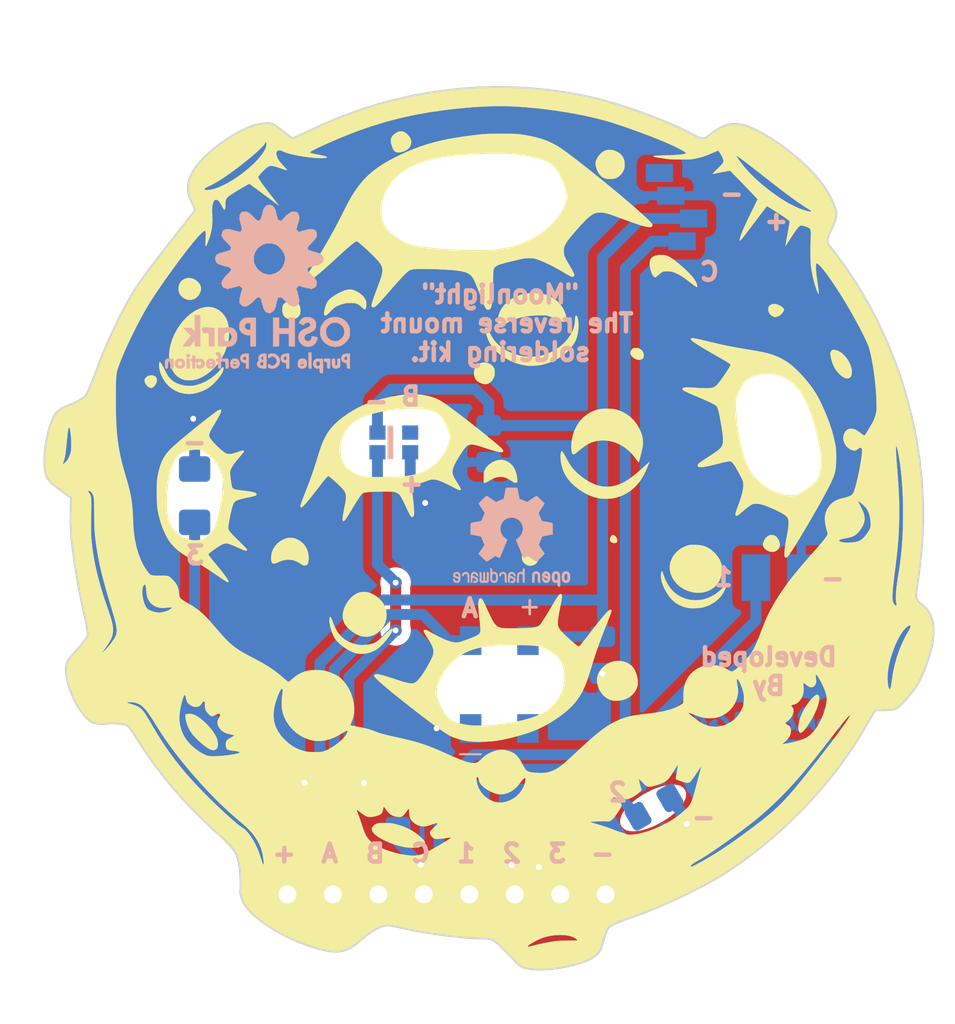
<source format=kicad_pcb>
(kicad_pcb (version 20171130) (host pcbnew 5.1.4-e60b266~84~ubuntu18.04.1)
  (layers (0 F.Cu signal) (31 B.Cu signal) (34 B.Paste user) (35 F.Paste user) (36 B.SilkS user hide) (37 F.SilkS user hide) (38 B.Mask user) (39 F.Mask user) (44 Edge.Cuts user))
  (net 0 "")
  (net 1 "Net-(D1-Pad2)")
  (net 2 /Port_A)
  (net 3 /Port_B)
  (net 4 /Port_C)
  (net 5 GND)
  (net 6 "Net-(LED1-Pad4)")
  (net 7 "Net-(LED2-Pad4)")
  (net 8 "Net-(LED3-Pad4)")
  (net 9 "Net-(D2-Pad2)")
  (net 10 "Net-(D3-Pad2)")
  (net 11 /Led_1)
  (net 12 /Led_2)
  (net 13 /Led_3)
  (net 14 VCC)
  (module Reverse_Mount_Leds:P9823_Reverse_Mount (layer B.Cu) (at 166.878 75.057 270)
    (fp_text reference LED3)
    (fp_text value PL9223-F8-Reverse)
    (pad 4 smd rect (at -1.905 -1.397 90) (size 1 1.524) (layers B.Cu B.Paste B.Mask) (net 8 "Net-(LED3-Pad4)"))
    (pad 2 smd rect (at 1.905 -2.667 90) (size 1 1.524) (layers B.Cu B.Paste B.Mask) (net 4 /Port_C))
    (pad 1 smd rect (at 0.635 -3.302 270) (size 1 1.524) (layers B.Cu B.Paste B.Mask) (net 14 VCC))
    (pad 3 smd rect (at -0.635 -2.032 270) (size 1 1.524) (layers B.Cu B.Paste B.Mask) (net 5 GND))
  )
  (module Reverse_Mount_Leds:OSHW-Logo2_7.3x6mm_SilkScreen (layer B.Cu) (at 160.02 93.472 180)
    (fp_text reference REF*** hide)
    (fp_text value OSHW-Logo2_7.3x6mm_SilkScreen hide)
  )
  (module Reverse_Mount_Leds:OSHpark-1-1200 (layer B.Cu) (at 146.431 77.978)
    (fp_text reference PP-G*** hide)
    (fp_text value PP-LOGO hide)
  )
  (module Reverse_Mount_Leds:OSHpark-2-1800 (layer B.Cu) (at 145.923 82.677 180)
    (fp_text reference G*** hide)
    (fp_text value LOGO hide)
  )
  (module Reverse_Mount_Leds:firma_Cu_Mask (layer B.Cu) (at 174.244 103.632 180)
    (fp_text reference svg2mod hide)
    (fp_text value G*** hide)
    (fp_poly (pts (xy 4.151377 -0.452496) (xy 3.657161 -0.147681) (xy 3.750181 -0.140781) (xy 3.844921 -0.12528) (xy 3.819081 -0.018483) (xy 3.789801 0.093484) (xy 3.779461 0.076254) (xy 3.712281 -0.004707) (xy 3.658881 -0.089117) (xy 3.638211 -0.120127) (xy 3.619261 -0.151137) (xy 3.638211 -0.149437) (xy 3.657161 -0.147737) (xy 3.657161 -0.147681) (xy 4.151377 -0.452496) (xy 4.120367 -0.512786) (xy 4.073857 -0.566186) (xy 4.015287 -0.604086) (xy 3.946387 -0.621316) (xy 3.915377 -0.609256) (xy 3.899877 -0.598926) (xy 3.889537 -0.593726) (xy 3.882637 -0.588526) (xy 3.861967 -0.579926) (xy 3.868867 -0.557536) (xy 3.867167 -0.536866) (xy 3.846497 -0.514476) (xy 3.836157 -0.504135) (xy 3.827557 -0.493806) (xy 3.798277 -0.461076) (xy 3.844787 -0.449016) (xy 3.901637 -0.418006) (xy 3.913697 -0.354266) (xy 3.855127 -0.352566) (xy 3.808617 -0.364626) (xy 3.744887 -0.380126) (xy 3.675987 -0.385326) (xy 3.650147 -0.385326) (xy 3.624307 -0.381926) (xy 3.607087 -0.378526) (xy 3.600187 -0.357856) (xy 3.593287 -0.350956) (xy 3.574337 -0.328566) (xy 3.570937 -0.290666) (xy 3.560607 -0.259655) (xy 3.545107 -0.302716) (xy 3.538207 -0.319946) (xy 3.520977 -0.323346) (xy 3.515777 -0.331946) (xy 3.514077 -0.340546) (xy 3.505477 -0.369826) (xy 3.498577 -0.376726) (xy 3.491677 -0.381926) (xy 3.483077 -0.412936) (xy 3.472737 -0.442216) (xy 3.457237 -0.487006) (xy 3.453837 -0.528346) (xy 3.446937 -0.547296) (xy 3.427987 -0.564526) (xy 3.407317 -0.574856) (xy 3.396977 -0.581756) (xy 3.388377 -0.585156) (xy 3.383177 -0.604106) (xy 3.362507 -0.607506) (xy 3.334947 -0.612706) (xy 3.317717 -0.614406) (xy 3.300487 -0.612706) (xy 3.271207 -0.588586) (xy 3.247087 -0.569636) (xy 3.229867 -0.538626) (xy 3.226467 -0.519675) (xy 3.223067 -0.502446) (xy 3.217867 -0.492116) (xy 3.195477 -0.471446) (xy 3.214427 -0.455946) (xy 3.216127 -0.426666) (xy 3.288477 -0.257857) (xy 3.369437 -0.092492) (xy 3.395277 -0.037372) (xy 3.422837 0.017749) (xy 3.421137 0.029809) (xy 3.424537 0.045309) (xy 3.455547 0.096989) (xy 3.479667 0.145219) (xy 3.507227 0.202059) (xy 3.545127 0.258898) (xy 3.572687 0.270959) (xy 3.584747 0.274359) (xy 3.600247 0.277759) (xy 3.626087 0.274359) (xy 3.710487 0.336369) (xy 3.784557 0.434559) (xy 3.801787 0.458669) (xy 3.824177 0.444889) (xy 3.848297 0.434559) (xy 3.881027 0.425959) (xy 3.939597 0.410459) (xy 3.984387 0.384619) (xy 3.996447 0.343279) (xy 4.001647 0.315719) (xy 4.010247 0.257149) (xy 4.017147 0.191689) (xy 4.030927 0.133119) (xy 4.042987 0.076279) (xy 4.060217 -0.004682) (xy 4.082607 -0.077032) (xy 4.099837 -0.078732) (xy 4.117057 -0.073532) (xy 4.139447 -0.070132) (xy 4.158397 -0.068432) (xy 4.165297 -0.085662) (xy 4.182527 -0.102892) (xy 4.215257 -0.113232) (xy 4.234207 -0.128732) (xy 4.247987 -0.139072) (xy 4.273827 -0.149402) (xy 4.260047 -0.175242) (xy 4.210097 -0.235532) (xy 4.139477 -0.282042) (xy 4.141177 -0.302712) (xy 4.146377 -0.321662) (xy 4.154977 -0.381952) (xy 4.154977 -0.445682) (xy 4.151377 -0.452496)) (layer B.Cu) (width 0))
    (fp_poly (pts (xy 3.223076 -0.298824) (xy 3.114555 -0.414235) (xy 2.966416 -0.481415) (xy 2.795884 -0.527925) (xy 2.625351 -0.581325) (xy 2.582291 -0.583025) (xy 2.547841 -0.588225) (xy 2.516831 -0.593425) (xy 2.482381 -0.596825) (xy 2.473781 -0.600225) (xy 2.468581 -0.607125) (xy 2.415181 -0.612325) (xy 2.377281 -0.612325) (xy 2.334221 -0.617525) (xy 2.296321 -0.622725) (xy 2.09306 -0.531425) (xy 2.0121 -0.293713) (xy 2.0087 -0.283383) (xy 2.0018 -0.278183) (xy 2.0052 -0.248903) (xy 2.0069 -0.217893) (xy 2.10853 -0.042193) (xy 2.244611 0.102502) (xy 2.265281 0.123172) (xy 2.280781 0.143842) (xy 2.299731 0.161072) (xy 2.325571 0.173132) (xy 2.411701 0.248922) (xy 2.516776 0.314382) (xy 2.625296 0.378112) (xy 2.725206 0.450462) (xy 2.752766 0.445262) (xy 2.771716 0.445262) (xy 2.804446 0.409092) (xy 2.847506 0.386702) (xy 2.888846 0.360862) (xy 2.918126 0.319522) (xy 2.907786 0.310922) (xy 2.912986 0.295422) (xy 2.914686 0.279922) (xy 2.902626 0.273022) (xy 2.912956 0.262682) (xy 2.923296 0.254082) (xy 2.918096 0.240302) (xy 2.918096 0.223072) (xy 2.840576 0.180012) (xy 2.752726 0.135222) (xy 2.657986 0.085272) (xy 2.563246 0.024982) (xy 2.468506 -0.052539) (xy 2.375486 -0.140389) (xy 2.291076 -0.236849) (xy 2.223896 -0.333309) (xy 2.230796 -0.347089) (xy 2.239396 -0.359149) (xy 2.341026 -0.359149) (xy 2.437486 -0.364349) (xy 2.444386 -0.354009) (xy 2.452986 -0.343669) (xy 2.635576 -0.312659) (xy 2.807831 -0.266149) (xy 2.781991 -0.257549) (xy 2.761321 -0.248949) (xy 2.761321 -0.235169) (xy 2.778551 -0.221389) (xy 2.738931 -0.186939) (xy 2.721701 -0.131819) (xy 2.732031 -0.111149) (xy 2.721701 -0.092199) (xy 2.713101 -0.092199) (xy 2.709701 -0.097399) (xy 2.708001 -0.104299) (xy 2.699401 -0.102599) (xy 2.706301 -0.076759) (xy 2.716641 -0.052649) (xy 2.835496 0.026592) (xy 2.882006 -0.004419) (xy 2.938846 -0.037149) (xy 3.000856 -0.069879) (xy 3.061146 -0.100889) (xy 3.104206 -0.128449) (xy 3.140376 -0.164619) (xy 3.174826 -0.199069) (xy 3.217886 -0.228349) (xy 3.219586 -0.264519) (xy 3.222986 -0.298969) (xy 3.223076 -0.298824)) (layer B.Cu) (width 0))
    (fp_poly (pts (xy 1.886378 -0.464189) (xy 1.388562 -0.166188) (xy 1.481582 -0.159288) (xy 1.576322 -0.143788) (xy 1.550482 -0.03699) (xy 1.521202 0.074977) (xy 1.510872 0.057747) (xy 1.443692 -0.023214) (xy 1.390292 -0.107624) (xy 1.369622 -0.138634) (xy 1.350672 -0.169644) (xy 1.369622 -0.167944) (xy 1.388572 -0.166244) (xy 1.388562 -0.166188) (xy 1.886378 -0.464189) (xy 1.855368 -0.524479) (xy 1.808858 -0.577879) (xy 1.750288 -0.615779) (xy 1.681388 -0.633009) (xy 1.650378 -0.620949) (xy 1.634878 -0.610619) (xy 1.624538 -0.605419) (xy 1.617638 -0.600219) (xy 1.596968 -0.591619) (xy 1.603868 -0.569229) (xy 1.602168 -0.548559) (xy 1.581498 -0.526169) (xy 1.571158 -0.515829) (xy 1.562558 -0.505498) (xy 1.533278 -0.472769) (xy 1.579788 -0.460709) (xy 1.636638 -0.429699) (xy 1.648698 -0.365959) (xy 1.590128 -0.364259) (xy 1.543618 -0.376319) (xy 1.479888 -0.391819) (xy 1.410988 -0.397019) (xy 1.385148 -0.397019) (xy 1.359308 -0.393619) (xy 1.342088 -0.390219) (xy 1.335188 -0.369549) (xy 1.328288 -0.362649) (xy 1.309338 -0.340259) (xy 1.305938 -0.302359) (xy 1.295608 -0.271349) (xy 1.280108 -0.314409) (xy 1.273208 -0.331639) (xy 1.255978 -0.335039) (xy 1.250778 -0.343639) (xy 1.249078 -0.352239) (xy 1.240478 -0.381519) (xy 1.233578 -0.388419) (xy 1.226678 -0.393619) (xy 1.218078 -0.424629) (xy 1.207738 -0.453909) (xy 1.192238 -0.498699) (xy 1.188838 -0.540039) (xy 1.181938 -0.558989) (xy 1.162988 -0.576219) (xy 1.142318 -0.586549) (xy 1.131978 -0.593449) (xy 1.123378 -0.596849) (xy 1.118178 -0.615799) (xy 1.097508 -0.619199) (xy 1.069948 -0.624399) (xy 1.052718 -0.626099) (xy 1.035488 -0.624399) (xy 1.006208 -0.600279) (xy 0.982088 -0.581329) (xy 0.964868 -0.550319) (xy 0.961468 -0.531369) (xy 0.958068 -0.514139) (xy 0.952868 -0.503809) (xy 0.930478 -0.483139) (xy 0.949428 -0.467639) (xy 0.951128 -0.438359) (xy 1.023478 -0.26955) (xy 1.104438 -0.104185) (xy 1.130278 -0.049065) (xy 1.157838 0.006056) (xy 1.156138 0.018116) (xy 1.159538 0.033616) (xy 1.190548 0.085296) (xy 1.214668 0.133526) (xy 1.242228 0.190366) (xy 1.280128 0.247206) (xy 1.307688 0.259265) (xy 1.319748 0.262666) (xy 1.335248 0.266066) (xy 1.361088 0.262666) (xy 1.445488 0.324676) (xy 1.519558 0.422866) (xy 1.536788 0.446976) (xy 1.559178 0.433196) (xy 1.583298 0.422866) (xy 1.616028 0.414266) (xy 1.674598 0.398766) (xy 1.719388 0.372926) (xy 1.731448 0.331586) (xy 1.736648 0.304026) (xy 1.745248 0.245456) (xy 1.752148 0.179996) (xy 1.765928 0.121426) (xy 1.777988 0.064586) (xy 1.795208 -0.016375) (xy 1.817598 -0.088725) (xy 1.834828 -0.090425) (xy 1.852048 -0.085225) (xy 1.874438 -0.081825) (xy 1.893388 -0.080125) (xy 1.900288 -0.097355) (xy 1.917518 -0.114585) (xy 1.950248 -0.124925) (xy 1.969198 -0.140425) (xy 1.982978 -0.150765) (xy 2.008818 -0.161095) (xy 1.995038 -0.186935) (xy 1.945088 -0.247225) (xy 1.874468 -0.293735) (xy 1.876168 -0.314405) (xy 1.881368 -0.333355) (xy 1.889968 -0.393645) (xy 1.889968 -0.457375) (xy 1.886378 -0.464189)) (layer B.Cu) (width 0))
    (fp_poly (pts (xy 0.33264 -0.295379) (xy 0.31025 -0.314329) (xy 0.29647 -0.343609) (xy 0.28441 -0.372889) (xy 0.26718 -0.384949) (xy 0.25685 -0.409069) (xy 0.24307 -0.431459) (xy 0.23274 -0.455579) (xy 0.23614 -0.484859) (xy 0.21892 -0.514139) (xy 0.21032 -0.550309) (xy 0.19654 -0.579589) (xy 0.15864 -0.589929) (xy 0.15694 -0.598529) (xy 0.16214 -0.610589) (xy 0.13286 -0.612289) (xy 0.11047 -0.620889) (xy 0.05535 -0.584719) (xy 0.01745 -0.527879) (xy -0.01183 -0.462419) (xy -0.03595 -0.405579) (xy -0.03425 -0.369409) (xy -0.04631 -0.338399) (xy -0.02497 -0.293239) (xy -0.00314 -0.247319) (xy 0.01917 -0.200649) (xy 0.04197 -0.153229) (xy 0.06525 -0.105049) (xy 0.08902 -0.056119) (xy 0.11327 -0.006429) (xy 0.13801 0.044012) (xy 0.16283 0.094752) (xy 0.18732 0.145322) (xy 0.21149 0.195732) (xy 0.23534 0.245982) (xy 0.25886 0.296072) (xy 0.28206 0.346002) (xy 0.30494 0.395772) (xy 0.32749 0.445372) (xy 0.405 0.409202) (xy 0.47562 0.364412) (xy 0.53074 0.304122) (xy 0.56002 0.230052) (xy 0.55142 0.221452) (xy 0.54452 0.219752) (xy 0.55142 0.207692) (xy 0.55142 0.200792) (xy 0.55142 0.190452) (xy 0.55662 0.174952) (xy 0.54629 0.173252) (xy 0.53595 0.173252) (xy 0.53935 0.142242) (xy 0.53245 0.119852) (xy 0.52385 0.099182) (xy 0.52555 0.071622) (xy 0.51695 0.068222) (xy 0.51355 0.063021) (xy 0.50835 0.057822) (xy 0.50145 0.057822) (xy 0.50485 -0.017969) (xy 0.50145 -0.095479) (xy 0.50315 -0.176439) (xy 0.51521 -0.262569) (xy 0.61339 -0.169549) (xy 0.67368 -0.04208) (xy 0.70985 0.109505) (xy 0.73569 0.27487) (xy 0.75981 0.31277) (xy 0.77531 0.35928) (xy 0.78909 0.40923) (xy 0.80632 0.45574) (xy 0.84938 0.43851) (xy 0.88383 0.41095) (xy 0.91656 0.38339) (xy 0.95962 0.36789) (xy 0.99752 0.31105) (xy 1.01991 0.25248) (xy 1.00613 0.22147) (xy 0.99753 0.18702) (xy 0.98375 0.15429) (xy 0.95963 0.13017) (xy 0.94585 0.04749) (xy 0.93035 -0.024861) (xy 0.91829 -0.100651) (xy 0.91489 -0.185051) (xy 0.88561 -0.269451) (xy 0.86149 -0.350411) (xy 0.81843 -0.403811) (xy 0.7857 -0.465821) (xy 0.7771 -0.469221) (xy 0.76504 -0.464021) (xy 0.76504 -0.474361) (xy 0.75984 -0.481261) (xy 0.75644 -0.488161) (xy 0.75984 -0.501941) (xy 0.71678 -0.531221) (xy 0.67544 -0.565671) (xy 0.62376 -0.586341) (xy 0.54625 -0.574281) (xy 0.420504 -0.455425) (xy 0.332654 -0.295228) (xy 0.33264 -0.295379)) (layer B.Cu) (width 0))
    (fp_poly (pts (xy -0.175512 -0.157575) (xy -0.196182 -0.183415) (xy -0.213412 -0.212695) (xy -0.232362 -0.248865) (xy -0.258202 -0.279875) (xy -0.275432 -0.321215) (xy -0.302992 -0.353945) (xy -0.383952 -0.503807) (xy -0.394292 -0.534817) (xy -0.409792 -0.562377) (xy -0.416692 -0.574437) (xy -0.421892 -0.583037) (xy -0.425292 -0.600267) (xy -0.444242 -0.624387) (xy -0.463192 -0.643337) (xy -0.475252 -0.657117) (xy -0.501092 -0.667447) (xy -0.654398 -0.533089) (xy -0.652698 -0.515859) (xy -0.647498 -0.498639) (xy -0.640598 -0.477969) (xy -0.625098 -0.429739) (xy -0.595818 -0.386679) (xy -0.580318 -0.348779) (xy -0.538978 -0.267819) (xy -0.501078 -0.202359) (xy -0.478688 -0.164459) (xy -0.520028 -0.114509) (xy -0.559648 -0.031829) (xy -0.583768 0.038792) (xy -0.588968 0.076692) (xy -0.595868 0.109422) (xy -0.604468 0.147322) (xy -0.607868 0.186942) (xy -0.618198 0.211062) (xy -0.614798 0.228292) (xy -0.613098 0.259302) (xy -0.621698 0.300642) (xy -0.630298 0.338542) (xy -0.631998 0.379882) (xy -0.621658 0.417782) (xy -0.588928 0.450512) (xy -0.559648 0.452212) (xy -0.530368 0.434982) (xy -0.501088 0.419482) (xy -0.464918 0.402252) (xy -0.428748 0.379862) (xy -0.416688 0.355742) (xy -0.394298 0.336792) (xy -0.394298 0.317842) (xy -0.392598 0.298892) (xy -0.385698 0.271332) (xy -0.378798 0.250661) (xy -0.373598 0.204152) (xy -0.363268 0.164532) (xy -0.352938 0.124912) (xy -0.351238 0.080122) (xy -0.334008 0.092182) (xy -0.327108 0.097382) (xy -0.320208 0.102582) (xy -0.218578 0.240386) (xy -0.221978 0.257616) (xy -0.185808 0.292066) (xy -0.159968 0.317906) (xy -0.137578 0.343746) (xy -0.118628 0.357526) (xy 0.038124 0.464324) (xy 0.062244 0.467724) (xy 0.069144 0.445334) (xy 0.096704 0.410884) (xy 0.143214 0.381604) (xy 0.158714 0.371264) (xy 0.167314 0.345424) (xy 0.165614 0.329924) (xy 0.172514 0.312694) (xy 0.138064 0.252404) (xy 0.100164 0.217954) (xy 0.070884 0.192114) (xy 0.051934 0.164554) (xy 0.039874 0.150774) (xy -0.006636 0.095654) (xy -0.011836 0.074984) (xy -0.032506 0.074984) (xy -0.041106 0.068084) (xy -0.058336 0.038804) (xy -0.075556 0.016414) (xy -0.084156 0.007813) (xy -0.089356 -0.005967) (xy -0.094556 -0.019747) (xy -0.122116 -0.054197) (xy -0.134176 -0.078317) (xy -0.147956 -0.105877) (xy -0.166906 -0.131717) (xy -0.175512 -0.157575)) (layer B.Cu) (width 0))
    (fp_poly (pts (xy -0.685386 0.360913) (xy -0.685386 0.341963) (xy -0.687086 0.331633) (xy -0.687086 0.319573) (xy -0.683686 0.302343) (xy -0.768096 0.221383) (xy -0.869726 0.190373) (xy -0.983414 0.171423) (xy -1.097102 0.126633) (xy -1.138442 0.126633) (xy -1.190122 0.121433) (xy -1.215962 0.105933) (xy -1.246972 0.097333) (xy -1.241772 0.064602) (xy -1.236572 0.038763) (xy -1.103935 0.040463) (xy -0.959241 0.049063) (xy -0.960941 0.037003) (xy -0.962641 0.028403) (xy -0.938521 0.006013) (xy -0.914401 -0.018108) (xy -0.890281 -0.038778) (xy -0.859271 -0.043978) (xy -0.850671 -0.074988) (xy -0.854071 -0.107718) (xy -0.909191 -0.147338) (xy -0.967761 -0.181788) (xy -1.031491 -0.207628) (xy -1.105561 -0.214528) (xy -1.119341 -0.214528) (xy -1.129681 -0.209328) (xy -1.169301 -0.214528) (xy -1.207201 -0.219728) (xy -1.253711 -0.212828) (xy -1.300221 -0.205928) (xy -1.350171 -0.283438) (xy -1.389791 -0.371288) (xy -1.293331 -0.378188) (xy -1.219261 -0.372988) (xy -1.148641 -0.364388) (xy -1.057341 -0.360988) (xy -0.976381 -0.336868) (xy -0.888531 -0.316198) (xy -0.864411 -0.335148) (xy -0.845461 -0.359268) (xy -0.824791 -0.378218) (xy -0.798951 -0.385118) (xy -0.790351 -0.402348) (xy -0.785151 -0.419568) (xy -0.779951 -0.435068) (xy -0.764451 -0.438468) (xy -0.824741 -0.526318) (xy -0.900531 -0.571108) (xy -0.996991 -0.595218) (xy -1.112402 -0.615888) (xy -1.138242 -0.614188) (xy -1.162362 -0.610788) (xy -1.257102 -0.626288) (xy -1.369068 -0.631488) (xy -1.477588 -0.615988) (xy -1.561988 -0.571198) (xy -1.580938 -0.543638) (xy -1.603328 -0.517798) (xy -1.610228 -0.467848) (xy -1.620558 -0.411008) (xy -1.629158 -0.350718) (xy -1.625758 -0.297318) (xy -1.605088 -0.250808) (xy -1.593028 -0.206018) (xy -1.582688 -0.197418) (xy -1.568908 -0.190518) (xy -1.546518 -0.131948) (xy -1.522398 -0.078548) (xy -1.496558 -0.026868) (xy -1.470718 0.033423) (xy -1.506888 0.081653) (xy -1.522388 0.135053) (xy -1.530988 0.190173) (xy -1.543048 0.248743) (xy -1.501708 0.290083) (xy -1.446588 0.317643) (xy -1.382848 0.334873) (xy -1.310498 0.350373) (xy -1.188197 0.384823) (xy -1.081399 0.403773) (xy -0.971156 0.419273) (xy -0.841965 0.439943) (xy -0.812685 0.424443) (xy -0.797185 0.433043) (xy -0.788585 0.443373) (xy -0.745525 0.393423) (xy -0.685235 0.360693) (xy -0.685386 0.360913)) (layer B.Cu) (width 0))
    (fp_poly (pts (xy -2.738664 -0.460743) (xy -2.315093 0.148895) (xy -2.344373 0.069655) (xy -2.192789 0.109275) (xy -2.042927 0.171285) (xy -2.087717 0.272915) (xy -2.163507 0.326315) (xy -2.163513 0.326315) (xy -2.213463 0.266025) (xy -2.268583 0.210905) (xy -2.315093 0.148895) (xy -2.738664 -0.460743) (xy -2.754164 -0.448683) (xy -2.769664 -0.419403) (xy -2.750714 -0.419403) (xy -2.757614 -0.350503) (xy -2.742114 -0.288493) (xy -2.728334 -0.229923) (xy -2.733534 -0.169633) (xy -2.721474 -0.166233) (xy -2.714574 -0.142113) (xy -2.712874 -0.111103) (xy -2.714574 -0.083543) (xy -2.680124 0.026701) (xy -2.656004 0.138666) (xy -2.633614 0.247187) (xy -2.599164 0.347097) (xy -2.549214 0.340197) (xy -2.513044 0.317807) (xy -2.418304 0.417717) (xy -2.335624 0.531405) (xy -2.239164 0.631315) (xy -2.106527 0.682995) (xy -2.013507 0.619265) (xy -1.929097 0.536585) (xy -1.903257 0.517635) (xy -1.875697 0.500405) (xy -1.875697 0.474565) (xy -1.836077 0.421165) (xy -1.806797 0.357435) (xy -1.780957 0.290255) (xy -1.753397 0.226525) (xy -1.756797 0.207575) (xy -1.753397 0.192075) (xy -1.748197 0.174855) (xy -1.746497 0.152465) (xy -1.806787 0.004326) (xy -1.934256 -0.086975) (xy -2.09273 -0.147265) (xy -2.246037 -0.200665) (xy -2.239137 -0.207565) (xy -2.233937 -0.217895) (xy -2.154697 -0.267845) (xy -2.101297 -0.300575) (xy -2.046177 -0.321245) (xy -1.961767 -0.341915) (xy -1.879087 -0.362585) (xy -1.823967 -0.374645) (xy -1.772287 -0.381545) (xy -1.698217 -0.390145) (xy -1.667207 -0.434935) (xy -1.649977 -0.486615) (xy -1.648277 -0.536565) (xy -1.662057 -0.572735) (xy -1.653457 -0.579635) (xy -1.636237 -0.579635) (xy -1.656907 -0.600305) (xy -1.674137 -0.624425) (xy -1.694807 -0.646815) (xy -1.722367 -0.658875) (xy -1.880842 -0.660575) (xy -2.127166 -0.581335) (xy -2.247744 -0.531385) (xy -2.328704 -0.488325) (xy -2.392434 -0.441815) (xy -2.459614 -0.381525) (xy -2.466514 -0.388425) (xy -2.471714 -0.395325) (xy -2.499274 -0.507289) (xy -2.550954 -0.59514) (xy -2.588854 -0.60034) (xy -2.611244 -0.61929) (xy -2.637084 -0.61759) (xy -2.652584 -0.60899) (xy -2.668084 -0.59865) (xy -2.695644 -0.59525) (xy -2.705984 -0.56597) (xy -2.733544 -0.55219) (xy -2.730144 -0.52635) (xy -2.735344 -0.505679) (xy -2.742244 -0.48501) (xy -2.738844 -0.46089) (xy -2.738664 -0.460743)) (layer B.Cu) (width 0))
    (fp_poly (pts (xy -4.273799 -0.192371) (xy -4.268599 -0.157921) (xy -4.266899 -0.118301) (xy -4.14632 0.091851) (xy -3.982678 0.264106) (xy -3.958568 0.288226) (xy -3.939618 0.314066) (xy -3.917228 0.334736) (xy -3.886218 0.348516) (xy -3.782866 0.439816) (xy -3.65712 0.519056) (xy -3.526206 0.596566) (xy -3.405628 0.682696) (xy -3.376348 0.674096) (xy -3.352228 0.675796) (xy -3.312608 0.629286) (xy -3.260928 0.603446) (xy -3.210978 0.572436) (xy -3.174808 0.524206) (xy -3.186868 0.515606) (xy -3.181668 0.496656) (xy -3.178268 0.477706) (xy -3.193768 0.469106) (xy -3.181708 0.457046) (xy -3.169648 0.444986) (xy -3.174848 0.427766) (xy -3.174848 0.408816) (xy -3.267868 0.355416) (xy -3.374666 0.303736) (xy -3.488354 0.243446) (xy -3.602042 0.171096) (xy -3.717453 0.079796) (xy -3.827696 -0.027003) (xy -3.927606 -0.142414) (xy -4.006846 -0.257825) (xy -3.998246 -0.273325) (xy -3.987916 -0.288825) (xy -3.865615 -0.288825) (xy -3.751927 -0.295725) (xy -3.743327 -0.281945) (xy -3.732987 -0.269885) (xy -3.514223 -0.231985) (xy -3.307517 -0.176865) (xy -3.362637 -0.157915) (xy -3.362637 -0.140685) (xy -3.343687 -0.123465) (xy -3.390197 -0.082125) (xy -3.410867 -0.014945) (xy -3.398807 0.009166) (xy -3.410867 0.031556) (xy -3.421207 0.031556) (xy -3.424607 0.024656) (xy -3.428007 0.017756) (xy -3.436607 0.017756) (xy -3.428007 0.048766) (xy -3.417667 0.078046) (xy -3.274696 0.172786) (xy -3.219576 0.136616) (xy -3.150676 0.098716) (xy -3.076606 0.059096) (xy -3.005986 0.021196) (xy -2.952586 -0.013255) (xy -2.909526 -0.054595) (xy -2.868186 -0.095935) (xy -2.818236 -0.130384) (xy -2.814836 -0.175175) (xy -2.811436 -0.216515) (xy -2.890676 -0.316425) (xy -2.995751 -0.385325) (xy -3.118052 -0.435275) (xy -3.252411 -0.473175) (xy -3.391937 -0.511075) (xy -3.528018 -0.555865) (xy -3.577968 -0.557565) (xy -3.617588 -0.562765) (xy -3.655488 -0.569665) (xy -3.696828 -0.574865) (xy -3.708888 -0.578265) (xy -3.715788 -0.586865) (xy -3.777798 -0.592065) (xy -3.824308 -0.592065) (xy -3.874258 -0.598965) (xy -3.922488 -0.604165) (xy -4.165367 -0.493922) (xy -4.261827 -0.209701) (xy -4.265227 -0.199371) (xy -4.273827 -0.192471) (xy -4.273799 -0.192371)) (layer B.Cu) (width 0))
  )
  (module Reverse_Mount_Leds:LED_D5.0mm_Reverse (layer B.Cu) (at 174.9298 95.7326 180)
    (fp_text reference D1)
    (fp_text value LED)
    (pad 1 smd rect (at -1.27 0) (size 1.6 2.6) (layers B.Cu B.Paste B.Mask) (net 5 GND))
    (pad 2 smd rect (at 1.27 0) (size 1.6 2.6) (layers B.Cu B.Paste B.Mask) (net 1 "Net-(D1-Pad2)"))
  )
  (module Reverse_Mount_Leds:LED_1206_Reverse (layer B.Cu) (at 142.3162 91.1606 270)
    (fp_text reference D2)
    (fp_text value LED)
    (pad 2 smd roundrect (at 1.4875 0 270) (size 1.425 1.75) (layers B.Cu B.Paste B.Mask) (roundrect_rratio 0.175439) (net 9 "Net-(D2-Pad2)"))
    (pad 1 smd roundrect (at -1.4875 0 270) (size 1.425 1.75) (layers B.Cu B.Paste B.Mask) (roundrect_rratio 0.175439) (net 5 GND))
  )
  (module Reverse_Mount_Leds:LED_0805_Reverse (layer B.Cu) (at 167.9702 108.5342 210)
    (fp_text reference D3)
    (fp_text value LED)
    (pad 2 smd roundrect (at 1.025 0 210) (size 1.15 1.4) (layers B.Cu B.Paste B.Mask) (roundrect_rratio 0.217391) (net 10 "Net-(D3-Pad2)"))
    (pad 1 smd roundrect (at -1.025 0 210) (size 1.15 1.4) (layers B.Cu B.Paste B.Mask) (roundrect_rratio 0.217391) (net 5 GND))
  )
  (module Reverse_Mount_Leds:WS2812B-2020_Reverse (layer B.Cu) (at 153.4414 88.1888 180)
    (fp_text reference LED2)
    (fp_text value WS2812B-2020-Reverse)
    (pad 3 smd rect (at -0.915 -0.55 180) (size 0.9 0.8) (layers B.Cu B.Paste B.Mask) (net 5 GND))
    (pad 4 smd rect (at -0.915 0.55 180) (size 0.9 0.8) (layers B.Cu B.Paste B.Mask) (net 7 "Net-(LED2-Pad4)"))
    (pad 2 smd rect (at 0.915 -0.55 180) (size 0.9 0.8) (layers B.Cu B.Paste B.Mask) (net 3 /Port_B))
    (pad 1 smd rect (at 0.915 0.55 180) (size 0.9 0.8) (layers B.Cu B.Paste B.Mask) (net 14 VCC))
  )
  (module Reverse_Mount_Leds:C_0805_2012Metric_Pad1.15x1.40mm_HandSolder (layer B.Cu) (at 165.1 100.0506 270)
    (fp_text reference C1)
    (fp_text value 100nF)
    (pad 2 smd roundrect (at 1.025 0 270) (size 1.15 1.4) (layers B.Cu B.Paste B.Mask) (roundrect_rratio 0.217391) (net 5 GND))
    (pad 1 smd roundrect (at -1.025 0 270) (size 1.15 1.4) (layers B.Cu B.Paste B.Mask) (roundrect_rratio 0.217391) (net 14 VCC))
  )
  (module Reverse_Mount_Leds:C_0805_2012Metric_Pad1.15x1.40mm_HandSolder (layer B.Cu) (at 158.75 88.265 270)
    (fp_text reference C2)
    (fp_text value 100nF)
    (pad 1 smd roundrect (at -1.025 0 270) (size 1.15 1.4) (layers B.Cu B.Paste B.Mask) (roundrect_rratio 0.217391) (net 14 VCC))
    (pad 2 smd roundrect (at 1.025 0 270) (size 1.15 1.4) (layers B.Cu B.Paste B.Mask) (roundrect_rratio 0.217391) (net 5 GND))
  )
  (module Reverse_Mount_Leds:R_0805_2012Metric_Pad1.15x1.40mm_HandSolder (layer B.Cu) (at 158.115 108.6104 270)
    (fp_text reference R1)
    (fp_text value 330)
    (pad 2 smd roundrect (at 1.025 0 270) (size 1.15 1.4) (layers B.Cu B.Paste B.Mask) (roundrect_rratio 0.217391) (net 11 /Led_1))
    (pad 1 smd roundrect (at -1.025 0 270) (size 1.15 1.4) (layers B.Cu B.Paste B.Mask) (roundrect_rratio 0.217391) (net 1 "Net-(D1-Pad2)"))
  )
  (module Reverse_Mount_Leds:R_0805_2012Metric_Pad1.15x1.40mm_HandSolder (layer B.Cu) (at 153.67 108.6358 270)
    (fp_text reference R2)
    (fp_text value 330)
    (pad 1 smd roundrect (at -1.025 0 270) (size 1.15 1.4) (layers B.Cu B.Paste B.Mask) (roundrect_rratio 0.217391) (net 9 "Net-(D2-Pad2)"))
    (pad 2 smd roundrect (at 1.025 0 270) (size 1.15 1.4) (layers B.Cu B.Paste B.Mask) (roundrect_rratio 0.217391) (net 12 /Led_2))
  )
  (module Reverse_Mount_Leds:R_0805_2012Metric_Pad1.15x1.40mm_HandSolder (layer B.Cu) (at 163.195 108.6358 270)
    (fp_text reference R3)
    (fp_text value 330)
    (pad 2 smd roundrect (at 1.025 0 270) (size 1.15 1.4) (layers B.Cu B.Paste B.Mask) (roundrect_rratio 0.217391) (net 13 /Led_3))
    (pad 1 smd roundrect (at -1.025 0 270) (size 1.15 1.4) (layers B.Cu B.Paste B.Mask) (roundrect_rratio 0.217391) (net 10 "Net-(D3-Pad2)"))
  )
  (module Reverse_Mount_Leds:WS2812B__Reverse (layer B.Cu) (at 159.3342 101.7016 270)
    (fp_text reference LED1)
    (fp_text value WS2812B-Reverse)
    (fp_text user + (at -4.318 -1.6256 90) (layer B.SilkS) (effects (justify mirror)))
    (pad 4 smd rect (at 2.45 -1.6 270) (size 1.6 1.2) (layers B.Cu B.Paste B.Mask) (net 6 "Net-(LED1-Pad4)"))
    (pad 3 smd rect (at 2.45 1.6 270) (size 1.6 1.2) (layers B.Cu B.Paste B.Mask) (net 5 GND))
    (pad 1 smd rect (at -2.45 -1.6 270) (size 1.6 1.2) (layers B.Cu B.Paste B.Mask) (net 14 VCC))
    (pad 2 smd rect (at -2.45 1.6 90) (size 1.6 1.2) (layers B.Cu B.Paste B.Mask) (net 2 /Port_A))
  )
  (module Reverse_Mount_Leds:1x08_P2.54mm_Vertical (layer B.Cu) (at 147.4978 113.411 270)
    (fp_text reference J2)
    (fp_text value Conn_01x08)
    (pad 8 thru_hole oval (at 0 -17.78 270) (size 1.7 1.7) (drill 1) (layers *.Cu *.Mask) (net 5 GND))
    (pad 7 thru_hole oval (at 0 -15.24 270) (size 1.7 1.7) (drill 1) (layers *.Cu *.Mask) (net 13 /Led_3))
    (pad 6 thru_hole oval (at 0 -12.7 270) (size 1.7 1.7) (drill 1) (layers *.Cu *.Mask) (net 12 /Led_2))
    (pad 5 thru_hole oval (at 0 -10.16 270) (size 1.7 1.7) (drill 1) (layers *.Cu *.Mask) (net 11 /Led_1))
    (pad 4 thru_hole oval (at 0 -7.62 270) (size 1.7 1.7) (drill 1) (layers *.Cu *.Mask) (net 4 /Port_C))
    (pad 3 thru_hole oval (at 0 -5.08 270) (size 1.7 1.7) (drill 1) (layers *.Cu *.Mask) (net 3 /Port_B))
    (pad 2 thru_hole oval (at 0 -2.54 270) (size 1.7 1.7) (drill 1) (layers *.Cu *.Mask) (net 2 /Port_A))
    (pad 1 thru_hole circle (at 0 0 270) (size 1.7 1.7) (drill 1) (layers *.Cu *.Mask) (net 14 VCC))
  )
  (module Reverse_Mount_Leds:Regla_Leds (layer F.Cu) (at 158.75 92.71)
    (fp_text reference U1 hide)
    (fp_text value PCB hide)
    (fp_poly (pts (xy 4.215733 22.969251) (xy 4.43327 22.999008) (xy 4.625155 23.04891) (xy 4.709583 23.08168) (xy 4.786181 23.121175) (xy 4.8578 23.167661) (xy 4.914983 23.213925) (xy 4.948271 23.252754) (xy 4.953 23.267335) (xy 4.935483 23.276551) (xy 4.881662 23.28111) (xy 4.789631 23.281068) (xy 4.657487 23.276482) (xy 4.651375 23.276206) (xy 4.308324 23.27388) (xy 3.937008 23.296119) (xy 3.543095 23.342181) (xy 3.132257 23.411324) (xy 2.710163 23.502806) (xy 2.48533 23.559695) (xy 2.355821 23.592651) (xy 2.262655 23.612681) (xy 2.202004 23.620211) (xy 2.170039 23.615668) (xy 2.16293 23.59948) (xy 2.163937 23.595542) (xy 2.191256 23.559858) (xy 2.251093 23.511064) (xy 2.337072 23.452766) (xy 2.442819 23.38857) (xy 2.561958 23.32208) (xy 2.688113 23.256902) (xy 2.81491 23.196643) (xy 2.935973 23.144908) (xy 3.009904 23.11709) (xy 3.241428 23.048501) (xy 3.485392 22.999264) (xy 3.734175 22.969538) (xy 3.980162 22.95948) (xy 4.215733 22.969251)) (layer F.Cu) (width 0.01))
    (fp_poly (pts (xy 20.165304 10.70346) (xy 20.161922 10.736398) (xy 20.142631 10.789032) (xy 20.132914 10.809294) (xy 20.091562 10.880804) (xy 20.025594 10.982593) (xy 19.937021 11.112026) (xy 19.827853 11.266471) (xy 19.700101 11.443295) (xy 19.555776 11.639864) (xy 19.396887 11.853545) (xy 19.225445 12.081706) (xy 19.043462 12.321712) (xy 18.852947 12.570932) (xy 18.655911 12.826731) (xy 18.454365 13.086476) (xy 18.250319 13.347535) (xy 18.045784 13.607274) (xy 17.84277 13.86306) (xy 17.643288 14.11226) (xy 17.449348 14.352241) (xy 17.262961 14.580369) (xy 17.137726 14.732) (xy 16.99576 14.89845) (xy 16.835861 15.078001) (xy 16.663468 15.2651) (xy 16.484018 15.454195) (xy 16.302948 15.639734) (xy 16.125695 15.816165) (xy 15.957698 15.977934) (xy 15.804394 16.11949) (xy 15.671219 16.235281) (xy 15.642167 16.25918) (xy 15.201665 16.610417) (xy 14.756449 16.953427) (xy 14.310407 17.285546) (xy 13.867429 17.604104) (xy 13.431404 17.906437) (xy 13.006222 18.189877) (xy 12.595771 18.451758) (xy 12.203941 18.689413) (xy 11.834621 18.900175) (xy 11.629279 19.010609) (xy 11.497225 19.077787) (xy 11.397769 19.123297) (xy 11.327745 19.148125) (xy 11.283988 19.153252) (xy 11.263331 19.139662) (xy 11.260667 19.125137) (xy 11.279756 19.087148) (xy 11.335805 19.033566) (xy 11.426981 18.965756) (xy 11.551456 18.88508) (xy 11.705167 18.794172) (xy 11.865237 18.699293) (xy 12.054175 18.581158) (xy 12.267664 18.442798) (xy 12.501388 18.287242) (xy 12.751029 18.117519) (xy 13.012271 17.93666) (xy 13.280797 17.747694) (xy 13.552291 17.553651) (xy 13.822436 17.357561) (xy 14.086914 17.162453) (xy 14.341411 16.971356) (xy 14.581607 16.787302) (xy 14.73168 16.669994) (xy 15.134529 16.340182) (xy 15.544949 15.980062) (xy 15.964911 15.587759) (xy 16.396386 15.1614) (xy 16.841346 14.699111) (xy 17.115425 14.403917) (xy 17.256434 14.247957) (xy 17.403262 14.081135) (xy 17.558104 13.900769) (xy 17.723155 13.704177) (xy 17.900608 13.48868) (xy 18.092658 13.251595) (xy 18.3015 12.990241) (xy 18.529328 12.701938) (xy 18.778335 12.384003) (xy 18.96898 12.139083) (xy 19.180645 11.867115) (xy 19.368043 11.627573) (xy 19.53235 11.419046) (xy 19.67474 11.240125) (xy 19.796387 11.089399) (xy 19.898468 10.965458) (xy 19.982157 10.866893) (xy 20.048629 10.792294) (xy 20.099058 10.74025) (xy 20.134621 10.709352) (xy 20.156491 10.69819) (xy 20.165304 10.70346)) (layer F.Cu) (width 0.01))
    (fp_poly (pts (xy -19.960693 9.972643) (xy -19.870458 9.979986) (xy -19.786768 9.991579) (xy -19.737072 10.002146) (xy -19.650497 10.027901) (xy -19.569222 10.060342) (xy -19.490888 10.102115) (xy -19.413135 10.155865) (xy -19.333606 10.224237) (xy -19.24994 10.309876) (xy -19.159779 10.415427) (xy -19.060764 10.543535) (xy -18.950535 10.696845) (xy -18.826733 10.878002) (xy -18.687 11.089652) (xy -18.528976 11.33444) (xy -18.478742 11.413021) (xy -18.050195 12.055664) (xy -17.584385 12.70013) (xy -17.085802 13.341275) (xy -16.558939 13.973954) (xy -16.008288 14.593023) (xy -15.438341 15.193337) (xy -14.85359 15.769752) (xy -14.258526 16.317124) (xy -13.998316 16.544242) (xy -13.871886 16.653887) (xy -13.745241 16.76571) (xy -13.625347 16.873415) (xy -13.519169 16.970706) (xy -13.433671 17.051287) (xy -13.390969 17.093254) (xy -13.174807 17.336631) (xy -12.987339 17.598848) (xy -12.832868 17.873033) (xy -12.7157 18.152313) (xy -12.701856 18.193459) (xy -12.668529 18.310903) (xy -12.636855 18.449419) (xy -12.609195 18.595709) (xy -12.587909 18.736477) (xy -12.575359 18.858427) (xy -12.573 18.919175) (xy -12.578885 18.980849) (xy -12.593916 19.017109) (xy -12.61416 19.021228) (xy -12.625318 19.008635) (xy -12.635878 18.982771) (xy -12.65747 18.923422) (xy -12.687747 18.837267) (xy -12.724362 18.730984) (xy -12.764912 18.611415) (xy -12.877405 18.304049) (xy -12.999903 18.018879) (xy -13.130469 17.759105) (xy -13.267165 17.527927) (xy -13.408055 17.328545) (xy -13.551203 17.164159) (xy -13.69467 17.037969) (xy -13.734019 17.010325) (xy -13.842498 16.932813) (xy -13.976733 16.827714) (xy -14.133371 16.698182) (xy -14.30906 16.547369) (xy -14.500447 16.378425) (xy -14.70418 16.194503) (xy -14.916906 15.998756) (xy -15.135274 15.794336) (xy -15.355929 15.584393) (xy -15.575521 15.372081) (xy -15.790696 15.160552) (xy -15.998103 14.952957) (xy -16.194388 14.752449) (xy -16.376199 14.56218) (xy -16.540183 14.385301) (xy -16.618703 14.298083) (xy -17.038655 13.811797) (xy -17.426523 13.332061) (xy -17.789351 12.84926) (xy -18.134182 12.353781) (xy -18.468059 11.83601) (xy -18.688845 11.472333) (xy -18.829102 11.236899) (xy -18.950598 11.035349) (xy -19.055442 10.864738) (xy -19.145748 10.722123) (xy -19.223627 10.604558) (xy -19.291192 10.509099) (xy -19.350554 10.432801) (xy -19.403824 10.372719) (xy -19.453116 10.32591) (xy -19.500541 10.289428) (xy -19.548211 10.260328) (xy -19.564113 10.251967) (xy -19.610433 10.230783) (xy -19.682494 10.200541) (xy -19.771714 10.164554) (xy -19.869513 10.126132) (xy -19.967311 10.088585) (xy -20.056527 10.055225) (xy -20.128579 10.029362) (xy -20.174888 10.014308) (xy -20.186452 10.011833) (xy -20.192832 9.995423) (xy -20.193 9.990667) (xy -20.173629 9.978563) (xy -20.121984 9.971687) (xy -20.04777 9.969795) (xy -19.960693 9.972643)) (layer F.Cu) (width 0.01))
    (fp_poly (pts (xy -5.848773 15.830229) (xy -5.810466 15.871311) (xy -5.761233 15.933382) (xy -5.727235 15.980311) (xy -5.664966 16.062817) (xy -5.599718 16.138926) (xy -5.542041 16.196683) (xy -5.521495 16.21341) (xy -5.390033 16.288971) (xy -5.236855 16.345474) (xy -5.080765 16.376121) (xy -5.068066 16.377307) (xy -4.993437 16.380833) (xy -4.931037 16.374655) (xy -4.874849 16.354638) (xy -4.818856 16.316647) (xy -4.757038 16.256548) (xy -4.683379 16.170205) (xy -4.591861 16.053484) (xy -4.586346 16.046304) (xy -4.537355 15.985798) (xy -4.497792 15.943062) (xy -4.4745 15.925302) (xy -4.471856 15.925755) (xy -4.465108 15.950851) (xy -4.456821 16.008618) (xy -4.448219 16.089485) (xy -4.442825 16.15265) (xy -4.417243 16.333162) (xy -4.368741 16.481604) (xy -4.293567 16.60365) (xy -4.18797 16.704972) (xy -4.048199 16.791246) (xy -4.007511 16.811112) (xy -3.849634 16.869038) (xy -3.688963 16.894298) (xy -3.519089 16.886797) (xy -3.333599 16.846438) (xy -3.191799 16.798874) (xy -3.066027 16.754649) (xy -2.973865 16.729648) (xy -2.911542 16.723226) (xy -2.875287 16.734739) (xy -2.867706 16.743445) (xy -2.87721 16.765187) (xy -2.912536 16.80997) (xy -2.968566 16.871938) (xy -3.040183 16.945237) (xy -3.06754 16.972055) (xy -3.153287 17.05622) (xy -3.212639 17.117917) (xy -3.250322 17.163374) (xy -3.271066 17.198819) (xy -3.279596 17.23048) (xy -3.280833 17.253049) (xy -3.26465 17.331305) (xy -3.222354 17.417736) (xy -3.163331 17.49745) (xy -3.096964 17.555555) (xy -3.086248 17.561874) (xy -3.016561 17.584139) (xy -2.913798 17.595796) (xy -2.785865 17.596866) (xy -2.640663 17.587369) (xy -2.486097 17.567324) (xy -2.44475 17.560279) (xy -2.349946 17.544839) (xy -2.262166 17.533243) (xy -2.196009 17.52733) (xy -2.180167 17.526949) (xy -2.106083 17.527762) (xy -2.184034 17.595673) (xy -2.223312 17.624427) (xy -2.293922 17.670589) (xy -2.390279 17.730849) (xy -2.506795 17.801899) (xy -2.637886 17.88043) (xy -2.777964 17.963133) (xy -2.921444 18.0467) (xy -3.06274 18.127823) (xy -3.196265 18.203193) (xy -3.316434 18.2695) (xy -3.373926 18.300438) (xy -3.480079 18.3535) (xy -3.599411 18.407955) (xy -3.709362 18.453599) (xy -3.729111 18.461096) (xy -3.808739 18.489131) (xy -3.877444 18.508292) (xy -3.947653 18.520574) (xy -4.031793 18.527969) (xy -4.142289 18.532471) (xy -4.180417 18.533505) (xy -4.348464 18.533626) (xy -4.505323 18.525915) (xy -4.635783 18.511127) (xy -4.637606 18.510832) (xy -5.027114 18.435158) (xy -5.398447 18.338724) (xy -5.744455 18.223646) (xy -6.057987 18.092038) (xy -6.066191 18.088154) (xy -6.256044 17.991961) (xy -6.411916 17.898969) (xy -6.541361 17.8042) (xy -6.651933 17.702676) (xy -6.653471 17.701092) (xy -6.716559 17.633586) (xy -6.770718 17.568597) (xy -6.818709 17.500556) (xy -6.863292 17.42389) (xy -6.907227 17.333029) (xy -6.953274 17.222403) (xy -7.004192 17.086439) (xy -7.021743 17.036415) (xy -6.530217 17.036415) (xy -6.51759 17.130456) (xy -6.465469 17.23049) (xy -6.374256 17.335486) (xy -6.244353 17.444409) (xy -6.076163 17.556227) (xy -6.019957 17.589235) (xy -5.760287 17.722015) (xy -5.469625 17.842466) (xy -5.158422 17.946889) (xy -4.837128 18.031587) (xy -4.672573 18.066029) (xy -4.551565 18.08245) (xy -4.412255 18.090771) (xy -4.265629 18.091362) (xy -4.122675 18.084593) (xy -3.99438 18.070836) (xy -3.891731 18.050459) (xy -3.85486 18.038462) (xy -3.773214 18.002198) (xy -3.692976 17.960111) (xy -3.659068 17.939432) (xy -3.606993 17.899789) (xy -3.583063 17.862047) (xy -3.577171 17.809979) (xy -3.577167 17.807939) (xy -3.580334 17.770191) (xy -3.593455 17.734924) (xy -3.62196 17.694328) (xy -3.671279 17.640594) (xy -3.742508 17.570114) (xy -4.005645 17.343734) (xy -4.295059 17.148514) (xy -4.606464 16.986318) (xy -4.935578 16.859014) (xy -5.278116 16.768464) (xy -5.629794 16.716535) (xy -5.718497 16.709814) (xy -5.923584 16.706672) (xy -6.098206 16.725183) (xy -6.248829 16.766314) (xy -6.327105 16.800592) (xy -6.435377 16.87045) (xy -6.502946 16.949402) (xy -6.530217 17.036415) (xy -7.021743 17.036415) (xy -7.062741 16.919568) (xy -7.111101 16.777365) (xy -7.160718 16.631474) (xy -7.209463 16.490308) (xy -7.254586 16.361663) (xy -7.293341 16.253336) (xy -7.32298 16.173121) (xy -7.334338 16.143963) (xy -7.360988 16.072701) (xy -7.377627 16.017606) (xy -7.3811 15.989344) (xy -7.380418 15.988196) (xy -7.363867 15.988233) (xy -7.328654 16.006549) (xy -7.271418 16.045432) (xy -7.188802 16.107168) (xy -7.077444 16.194043) (xy -7.073945 16.196808) (xy -6.949498 16.284759) (xy -6.831811 16.342735) (xy -6.71164 16.372344) (xy -6.579739 16.375193) (xy -6.426864 16.35289) (xy -6.32028 16.327859) (xy -6.182897 16.284928) (xy -6.074602 16.235711) (xy -6.000744 16.182885) (xy -5.979227 16.157235) (xy -5.957197 16.108656) (xy -5.934622 16.035275) (xy -5.918727 15.964595) (xy -5.902485 15.89283) (xy -5.88485 15.839814) (xy -5.869908 15.817275) (xy -5.848773 15.830229)) (layer F.Cu) (width 0.01))
    (fp_poly (pts (xy 10.557132 13.500939) (xy 10.554262 13.541375) (xy 10.537793 13.633251) (xy 10.520589 13.740731) (xy 10.503725 13.855555) (xy 10.488276 13.969468) (xy 10.475317 14.074212) (xy 10.465925 14.161528) (xy 10.461172 14.223161) (xy 10.461939 14.250412) (xy 10.489557 14.276259) (xy 10.549805 14.308225) (xy 10.633931 14.343499) (xy 10.733184 14.379274) (xy 10.838811 14.412742) (xy 10.942061 14.441095) (xy 11.034183 14.461524) (xy 11.106424 14.471221) (xy 11.14418 14.469325) (xy 11.185151 14.450512) (xy 11.233987 14.41106) (xy 11.293274 14.347913) (xy 11.365602 14.258016) (xy 11.453558 14.138312) (xy 11.55973 13.985745) (xy 11.584502 13.949364) (xy 11.664669 13.833395) (xy 11.731479 13.741079) (xy 11.782565 13.675463) (xy 11.815558 13.639596) (xy 11.828007 13.635952) (xy 11.824591 13.665122) (xy 11.811529 13.729817) (xy 11.790159 13.824679) (xy 11.761819 13.944349) (xy 11.727847 14.083468) (xy 11.689583 14.236679) (xy 11.648363 14.398622) (xy 11.605527 14.56394) (xy 11.562411 14.727274) (xy 11.520356 14.883265) (xy 11.480894 15.025857) (xy 11.424001 15.220733) (xy 11.369582 15.3857) (xy 11.313283 15.526898) (xy 11.250752 15.650463) (xy 11.177636 15.762533) (xy 11.089584 15.869245) (xy 10.982241 15.976737) (xy 10.851256 16.091147) (xy 10.692276 16.218612) (xy 10.566123 16.315751) (xy 10.315122 16.49339) (xy 10.042219 16.661778) (xy 9.753692 16.818342) (xy 9.455817 16.960505) (xy 9.154873 17.085693) (xy 8.857137 17.191331) (xy 8.568886 17.274844) (xy 8.296397 17.333658) (xy 8.045948 17.365197) (xy 8.001 17.367912) (xy 7.899042 17.372094) (xy 7.82445 17.371401) (xy 7.762337 17.363579) (xy 7.697817 17.346372) (xy 7.616002 17.317525) (xy 7.58035 17.304196) (xy 7.492036 17.272385) (xy 7.415596 17.247342) (xy 7.361588 17.232399) (xy 7.344204 17.229667) (xy 7.312834 17.222202) (xy 7.249392 17.201505) (xy 7.161087 17.170126) (xy 7.05513 17.130611) (xy 6.960521 17.094078) (xy 6.825167 17.043153) (xy 6.663298 16.98561) (xy 6.489145 16.926307) (xy 6.316939 16.870104) (xy 6.180667 16.827779) (xy 6.051524 16.78835) (xy 5.936017 16.752083) (xy 5.840347 16.721006) (xy 5.770719 16.69715) (xy 5.754288 16.69073) (xy 7.327536 16.69073) (xy 7.34699 16.79575) (xy 7.389394 16.884692) (xy 7.463361 16.974121) (xy 7.559166 17.055181) (xy 7.667082 17.119012) (xy 7.729306 17.143972) (xy 7.85608 17.171382) (xy 8.012056 17.182432) (xy 8.187544 17.177475) (xy 8.372851 17.156865) (xy 8.558288 17.120957) (xy 8.592673 17.11245) (xy 8.867378 17.030058) (xy 9.141597 16.925255) (xy 9.411459 16.800904) (xy 9.673096 16.659869) (xy 9.922637 16.505013) (xy 10.156213 16.339199) (xy 10.369954 16.165292) (xy 10.559991 15.986154) (xy 10.722455 15.80465) (xy 10.853475 15.623641) (xy 10.949183 15.445993) (xy 10.988964 15.33921) (xy 11.021141 15.174774) (xy 11.013991 15.02427) (xy 10.967813 14.888891) (xy 10.882904 14.769834) (xy 10.835595 14.72484) (xy 10.742009 14.65872) (xy 10.635162 14.612558) (xy 10.505603 14.583264) (xy 10.357447 14.568508) (xy 10.132177 14.572437) (xy 9.886716 14.607723) (xy 9.626322 14.671891) (xy 9.356257 14.76247) (xy 9.081779 14.876988) (xy 8.808149 15.012971) (xy 8.540626 15.167947) (xy 8.28447 15.339444) (xy 8.044942 15.524989) (xy 7.827299 15.722111) (xy 7.761769 15.78866) (xy 7.592163 15.983994) (xy 7.464037 16.171625) (xy 7.377291 16.351795) (xy 7.331824 16.524749) (xy 7.327536 16.69073) (xy 5.754288 16.69073) (xy 5.733335 16.682544) (xy 5.729031 16.680007) (xy 5.72088 16.667244) (xy 5.728623 16.656974) (xy 5.756415 16.648722) (xy 5.80841 16.642015) (xy 5.888764 16.636379) (xy 6.001632 16.63134) (xy 6.151168 16.626425) (xy 6.215232 16.624582) (xy 6.356022 16.619857) (xy 6.486919 16.614014) (xy 6.600438 16.607501) (xy 6.68909 16.600766) (xy 6.745388 16.594259) (xy 6.75563 16.592228) (xy 6.819872 16.562279) (xy 6.894793 16.500961) (xy 6.981988 16.406521) (xy 7.083054 16.277204) (xy 7.199586 16.111254) (xy 7.217769 16.084185) (xy 7.302924 15.954413) (xy 7.362894 15.85291) (xy 7.397137 15.773522) (xy 7.405107 15.710096) (xy 7.386259 15.656475) (xy 7.340049 15.606506) (xy 7.265933 15.554035) (xy 7.165565 15.494176) (xy 7.053406 15.426901) (xy 6.976997 15.374731) (xy 6.933543 15.335269) (xy 6.920248 15.306116) (xy 6.927712 15.290232) (xy 6.952988 15.288589) (xy 7.01156 15.29478) (xy 7.095348 15.307676) (xy 7.196273 15.326149) (xy 7.223457 15.33155) (xy 7.385979 15.361874) (xy 7.51653 15.379762) (xy 7.623546 15.385404) (xy 7.715464 15.378989) (xy 7.800718 15.360707) (xy 7.84807 15.345575) (xy 7.961006 15.297304) (xy 8.08592 15.229908) (xy 8.2121 15.15051) (xy 8.328831 15.066235) (xy 8.425401 14.984207) (xy 8.481402 14.924412) (xy 8.527887 14.865833) (xy 8.463948 14.667005) (xy 8.434137 14.567199) (xy 8.40866 14.468972) (xy 8.391458 14.388056) (xy 8.387523 14.361964) (xy 8.381206 14.300359) (xy 8.383232 14.273198) (xy 8.396384 14.27296) (xy 8.415561 14.286178) (xy 8.446167 14.31249) (xy 8.499359 14.361494) (xy 8.5676 14.426138) (xy 8.641789 14.497844) (xy 8.827496 14.679083) (xy 8.969873 14.67811) (xy 9.085582 14.667081) (xy 9.22747 14.637333) (xy 9.385364 14.591845) (xy 9.549092 14.533592) (xy 9.708481 14.465552) (xy 9.728258 14.456188) (xy 9.824269 14.404493) (xy 9.911348 14.343792) (xy 9.994324 14.268859) (xy 10.078022 14.174467) (xy 10.167269 14.055388) (xy 10.266889 13.906396) (xy 10.333557 13.800616) (xy 10.398145 13.697992) (xy 10.455844 13.609187) (xy 10.502751 13.539982) (xy 10.53496 13.496155) (xy 10.547973 13.483169) (xy 10.557132 13.500939)) (layer F.Cu) (width 0.01))
    (fp_poly (pts (xy -0.635779 14.153137) (xy -0.61725 14.167991) (xy -0.578012 14.225834) (xy -0.542284 14.324604) (xy -0.518648 14.422097) (xy -0.490465 14.483373) (xy -0.431541 14.559596) (xy -0.347925 14.644771) (xy -0.245667 14.732902) (xy -0.130816 14.817994) (xy -0.09525 14.841745) (xy 0.125263 14.968847) (xy 0.33544 15.055798) (xy 0.537163 15.102981) (xy 0.732313 15.110778) (xy 0.922771 15.079571) (xy 0.98425 15.061001) (xy 1.175882 14.98351) (xy 1.343275 14.885664) (xy 1.495264 14.760958) (xy 1.640683 14.602887) (xy 1.68871 14.542326) (xy 1.792593 14.410718) (xy 1.878076 14.310078) (xy 1.943907 14.241757) (xy 1.988835 14.207109) (xy 2.002864 14.202833) (xy 2.025526 14.22103) (xy 2.041389 14.261042) (xy 2.044744 14.352591) (xy 2.02238 14.470867) (xy 1.975793 14.610171) (xy 1.912278 14.753112) (xy 1.859686 14.853856) (xy 1.808173 14.935819) (xy 1.747768 15.012556) (xy 1.668501 15.097625) (xy 1.631604 15.134713) (xy 1.467014 15.281054) (xy 1.296492 15.395231) (xy 1.105332 15.486481) (xy 1.021369 15.518076) (xy 0.913496 15.545643) (xy 0.781043 15.563867) (xy 0.638698 15.572129) (xy 0.501154 15.56981) (xy 0.383098 15.556289) (xy 0.341546 15.546754) (xy 0.147687 15.473246) (xy -0.042723 15.365326) (xy -0.217887 15.230081) (xy -0.274105 15.176906) (xy -0.435912 14.990635) (xy -0.55784 14.795814) (xy -0.639198 14.593885) (xy -0.679294 14.386294) (xy -0.683221 14.321574) (xy -0.683682 14.226195) (xy -0.67704 14.168917) (xy -0.661629 14.145858) (xy -0.635779 14.153137)) (layer F.Cu) (width 0.01))
    (fp_poly (pts (xy -16.969596 9.593329) (xy -16.943658 9.647193) (xy -16.91605 9.735234) (xy -16.89019 9.836318) (xy -16.839638 9.959736) (xy -16.755816 10.065595) (xy -16.646012 10.148458) (xy -16.517514 10.202891) (xy -16.377613 10.223458) (xy -16.370996 10.2235) (xy -16.264727 10.217912) (xy -16.187662 10.197156) (xy -16.127679 10.155243) (xy -16.072653 10.086183) (xy -16.062905 10.071288) (xy -15.99939 9.9843) (xy -15.946941 9.938144) (xy -15.90586 9.932707) (xy -15.876454 9.967879) (xy -15.859026 10.043547) (xy -15.853833 10.147852) (xy -15.841082 10.300948) (xy -15.799656 10.432207) (xy -15.724797 10.553197) (xy -15.653933 10.633902) (xy -15.584204 10.698111) (xy -15.521311 10.733962) (xy -15.455076 10.742545) (xy -15.375327 10.724952) (xy -15.271886 10.682273) (xy -15.258966 10.676255) (xy -15.169767 10.636578) (xy -15.109727 10.615894) (xy -15.071311 10.612086) (xy -15.053114 10.618411) (xy -15.021238 10.652668) (xy -15.014811 10.703355) (xy -15.034397 10.775845) (xy -15.079961 10.874354) (xy -15.135004 11.008214) (xy -15.153277 11.130995) (xy -15.133803 11.248292) (xy -15.075609 11.365699) (xy -14.977719 11.488809) (xy -14.971751 11.49523) (xy -14.884323 11.577105) (xy -14.787765 11.641932) (xy -14.67224 11.69479) (xy -14.527912 11.740758) (xy -14.464283 11.757275) (xy -14.377397 11.779603) (xy -14.306951 11.79922) (xy -14.26243 11.813404) (xy -14.25206 11.818218) (xy -14.247946 11.837591) (xy -14.270832 11.865177) (xy -14.324483 11.904251) (xy -14.412661 11.958093) (xy -14.412734 11.958135) (xy -14.493106 12.009954) (xy -14.567852 12.066434) (xy -14.621419 12.115775) (xy -14.623349 12.117941) (xy -14.66267 12.168638) (xy -14.682439 12.216599) (xy -14.688923 12.280529) (xy -14.689202 12.314445) (xy -14.678822 12.421272) (xy -14.651897 12.516234) (xy -14.648461 12.52413) (xy -14.626014 12.566826) (xy -14.598497 12.598559) (xy -14.558666 12.622331) (xy -14.499276 12.641146) (xy -14.413082 12.658004) (xy -14.29284 12.675909) (xy -14.276917 12.678114) (xy -14.122425 12.701717) (xy -14.010197 12.724101) (xy -13.940181 12.745281) (xy -13.912326 12.76527) (xy -13.912214 12.771138) (xy -13.941288 12.799118) (xy -14.007266 12.8273) (xy -14.104726 12.855093) (xy -14.228247 12.881909) (xy -14.372407 12.907157) (xy -14.531783 12.930248) (xy -14.700955 12.950593) (xy -14.8745 12.967602) (xy -15.046996 12.980686) (xy -15.213022 12.989255) (xy -15.367156 12.99272) (xy -15.503975 12.990492) (xy -15.618059 12.98198) (xy -15.703986 12.966595) (xy -15.705667 12.966134) (xy -15.904698 12.891843) (xy -16.113099 12.776948) (xy -16.330096 12.621947) (xy -16.554919 12.427337) (xy -16.582426 12.401309) (xy -16.736265 12.247971) (xy -16.860064 12.109185) (xy -16.959867 11.977367) (xy -17.041716 11.84493) (xy -17.073227 11.785246) (xy -17.160452 11.590123) (xy -17.220832 11.399339) (xy -17.259223 11.195553) (xy -17.272594 11.073138) (xy -17.283072 10.870415) (xy -17.28116 10.801462) (xy -16.933333 10.801462) (xy -16.917948 10.960351) (xy -16.874327 11.137079) (xy -16.806272 11.321815) (xy -16.717586 11.504726) (xy -16.61207 11.675981) (xy -16.57566 11.726333) (xy -16.467614 11.857579) (xy -16.337259 11.99632) (xy -16.192106 12.136045) (xy -16.039666 12.270246) (xy -15.88745 12.392414) (xy -15.742969 12.49604) (xy -15.613732 12.574615) (xy -15.573129 12.595165) (xy -15.473789 12.636882) (xy -15.397486 12.653989) (xy -15.333171 12.646985) (xy -15.269798 12.616367) (xy -15.259005 12.609309) (xy -15.18889 12.537863) (xy -15.147895 12.440364) (xy -15.135297 12.320781) (xy -15.150372 12.183086) (xy -15.192396 12.031247) (xy -15.260645 11.869236) (xy -15.354395 11.701022) (xy -15.450169 11.560734) (xy -15.577584 11.402515) (xy -15.724185 11.24338) (xy -15.882413 11.090078) (xy -16.044713 10.949358) (xy -16.203528 10.827972) (xy -16.3513 10.732667) (xy -16.415601 10.698406) (xy -16.504948 10.664557) (xy -16.608391 10.640367) (xy -16.713274 10.627267) (xy -16.806937 10.626688) (xy -16.876723 10.640064) (xy -16.887598 10.645013) (xy -16.913275 10.664617) (xy -16.927164 10.696161) (xy -16.932657 10.751248) (xy -16.933333 10.801462) (xy -17.28116 10.801462) (xy -17.277564 10.671866) (xy -17.25496 10.466585) (xy -17.214149 10.243666) (xy -17.168046 10.046893) (xy -17.122916 9.873557) (xy -17.084463 9.740723) (xy -17.051296 9.647338) (xy -17.022023 9.592347) (xy -16.995253 9.574696) (xy -16.969596 9.593329)) (layer F.Cu) (width 0.01))
    (fp_poly (pts (xy -11.537221 9.214218) (xy -11.523141 9.24292) (xy -11.51716 9.300265) (xy -11.519017 9.389364) (xy -11.528447 9.513325) (xy -11.545188 9.675258) (xy -11.549737 9.7155) (xy -11.5695 9.982601) (xy -11.563636 10.224897) (xy -11.531359 10.451857) (xy -11.471887 10.672954) (xy -11.470013 10.678583) (xy -11.361266 10.938475) (xy -11.215913 11.182814) (xy -11.037977 11.407935) (xy -10.831485 11.61017) (xy -10.600459 11.785852) (xy -10.348924 11.931315) (xy -10.080905 12.042891) (xy -9.920582 12.090357) (xy -9.842073 12.108407) (xy -9.769451 12.119931) (xy -9.691056 12.125738) (xy -9.595224 12.126634) (xy -9.470294 12.123427) (xy -9.452111 12.12278) (xy -9.2847 12.112893) (xy -9.13292 12.094486) (xy -8.989381 12.06508) (xy -8.846689 12.022199) (xy -8.697454 11.963364) (xy -8.534285 11.886098) (xy -8.349788 11.787923) (xy -8.199673 11.702943) (xy -8.104008 11.649759) (xy -8.020833 11.607204) (xy -7.957271 11.578653) (xy -7.920442 11.567479) (xy -7.915322 11.568208) (xy -7.899437 11.601288) (xy -7.908072 11.66006) (xy -7.939113 11.737305) (xy -7.99045 11.825809) (xy -7.99091 11.826503) (xy -8.087862 11.951042) (xy -8.214456 12.081118) (xy -8.363627 12.211919) (xy -8.528316 12.338634) (xy -8.701457 12.456449) (xy -8.875991 12.560552) (xy -9.044853 12.64613) (xy -9.200981 12.708372) (xy -9.3345 12.74204) (xy -9.436292 12.752675) (xy -9.565937 12.758896) (xy -9.711581 12.760859) (xy -9.861367 12.758717) (xy -10.00344 12.752626) (xy -10.125944 12.742741) (xy -10.210261 12.730609) (xy -10.490252 12.657298) (xy -10.748733 12.551517) (xy -10.993363 12.409668) (xy -11.169603 12.279661) (xy -11.407807 12.069402) (xy -11.605257 11.854203) (xy -11.763439 11.631921) (xy -11.883839 11.400414) (xy -11.967945 11.157539) (xy -11.979332 11.1125) (xy -12.007814 10.944998) (xy -12.021215 10.753706) (xy -12.019346 10.554459) (xy -12.002019 10.363095) (xy -11.98918 10.284046) (xy -11.962538 10.165218) (xy -11.925501 10.030766) (xy -11.880689 9.887623) (xy -11.830724 9.742724) (xy -11.778229 9.602999) (xy -11.725824 9.475384) (xy -11.676131 9.36681) (xy -11.631772 9.28421) (xy -11.595368 9.234518) (xy -11.590729 9.230309) (xy -11.559662 9.21105) (xy -11.537221 9.214218)) (layer F.Cu) (width 0.01))
    (fp_poly (pts (xy 18.305196 8.443296) (xy 18.344087 8.489118) (xy 18.393863 8.562471) (xy 18.45149 8.657726) (xy 18.513936 8.769252) (xy 18.578169 8.891419) (xy 18.641157 9.018596) (xy 18.699868 9.145154) (xy 18.751269 9.265461) (xy 18.792327 9.373887) (xy 18.799307 9.394485) (xy 18.831931 9.499032) (xy 18.852093 9.583944) (xy 18.862619 9.667161) (xy 18.866337 9.766627) (xy 18.866542 9.821333) (xy 18.851425 10.037499) (xy 18.808873 10.26668) (xy 18.741903 10.503219) (xy 18.653533 10.74146) (xy 18.546779 10.975744) (xy 18.424657 11.200416) (xy 18.290186 11.409817) (xy 18.146382 11.598291) (xy 17.996261 11.76018) (xy 17.842841 11.889828) (xy 17.723585 11.964532) (xy 17.59941 12.020954) (xy 17.438696 12.079758) (xy 17.247036 12.139209) (xy 17.030024 12.197573) (xy 16.793253 12.253117) (xy 16.791988 12.253393) (xy 16.668114 12.280372) (xy 16.579245 12.299191) (xy 16.519039 12.310781) (xy 16.481156 12.316073) (xy 16.459255 12.315998) (xy 16.446994 12.311487) (xy 16.439684 12.305128) (xy 16.447955 12.285423) (xy 16.480793 12.242165) (xy 16.532912 12.181816) (xy 16.596429 12.113539) (xy 16.694375 12.006791) (xy 16.763831 11.917241) (xy 16.809339 11.835609) (xy 16.83544 11.752619) (xy 16.846677 11.658991) (xy 16.848169 11.599333) (xy 16.843294 11.516537) (xy 17.314092 11.516537) (xy 17.316047 11.571594) (xy 17.322102 11.606165) (xy 17.333127 11.627524) (xy 17.34999 11.642945) (xy 17.358801 11.649246) (xy 17.401243 11.674675) (xy 17.427591 11.684) (xy 17.4498 11.669686) (xy 17.493403 11.631305) (xy 17.550865 11.575696) (xy 17.583389 11.542585) (xy 17.703069 11.404051) (xy 17.827981 11.233127) (xy 17.953127 11.038506) (xy 18.073507 10.828877) (xy 18.184125 10.61293) (xy 18.279981 10.399356) (xy 18.354245 10.202333) (xy 18.390126 10.077437) (xy 18.41639 9.949766) (xy 18.432047 9.828664) (xy 18.436105 9.723471) (xy 18.427574 9.64353) (xy 18.416739 9.612916) (xy 18.376873 9.5737) (xy 18.320696 9.569311) (xy 18.250776 9.596685) (xy 18.169684 9.652759) (xy 18.079988 9.734469) (xy 17.984259 9.838753) (xy 17.885066 9.962548) (xy 17.784978 10.10279) (xy 17.686565 10.256416) (xy 17.592397 10.420364) (xy 17.505044 10.591569) (xy 17.427074 10.766969) (xy 17.407371 10.816167) (xy 17.375773 10.899333) (xy 17.353647 10.966946) (xy 17.338956 11.030521) (xy 17.329665 11.101573) (xy 17.323737 11.191617) (xy 17.319137 11.312168) (xy 17.319015 11.315871) (xy 17.315371 11.43372) (xy 17.314092 11.516537) (xy 16.843294 11.516537) (xy 16.840723 11.472888) (xy 16.814948 11.377697) (xy 16.766865 11.305189) (xy 16.692498 11.246793) (xy 16.681594 11.240312) (xy 16.613533 11.194437) (xy 16.568983 11.151383) (xy 16.55263 11.116993) (xy 16.567263 11.097746) (xy 16.619423 11.067663) (xy 16.687065 11.013775) (xy 16.759801 10.945785) (xy 16.827243 10.873399) (xy 16.878588 10.806941) (xy 16.938141 10.699497) (xy 16.980706 10.586729) (xy 17.003028 10.480332) (xy 17.001854 10.392001) (xy 16.998284 10.376727) (xy 16.971042 10.309293) (xy 16.934835 10.246776) (xy 16.905473 10.200067) (xy 16.891249 10.166686) (xy 16.891 10.164086) (xy 16.909727 10.14811) (xy 16.959112 10.125592) (xy 17.028964 10.101091) (xy 17.038025 10.098299) (xy 17.186234 10.031575) (xy 17.315966 9.926964) (xy 17.427448 9.78427) (xy 17.455873 9.736667) (xy 17.503877 9.637556) (xy 17.537088 9.532531) (xy 17.557475 9.411595) (xy 17.567005 9.264751) (xy 17.568333 9.165374) (xy 17.570318 9.060516) (xy 17.575865 8.980516) (xy 17.584363 8.932121) (xy 17.590442 8.921167) (xy 17.617403 8.92596) (xy 17.666258 8.951845) (xy 17.722734 8.990545) (xy 17.807435 9.052306) (xy 17.870422 9.09151) (xy 17.922224 9.113027) (xy 17.973372 9.121733) (xy 18.008587 9.122833) (xy 18.106428 9.104473) (xy 18.182891 9.051369) (xy 18.235838 8.966483) (xy 18.263134 8.852781) (xy 18.266135 8.765675) (xy 18.26327 8.674761) (xy 18.260521 8.585136) (xy 18.258947 8.532113) (xy 18.262277 8.472222) (xy 18.274212 8.435556) (xy 18.28022 8.430637) (xy 18.305196 8.443296)) (layer F.Cu) (width 0.01))
    (fp_poly (pts (xy 13.908149 8.705201) (xy 13.948133 8.760901) (xy 13.995181 8.842123) (xy 14.045585 8.941738) (xy 14.095634 9.052618) (xy 14.141617 9.167635) (xy 14.163332 9.228597) (xy 14.191624 9.315971) (xy 14.21138 9.390492) (xy 14.224488 9.464384) (xy 14.232838 9.549871) (xy 14.23832 9.659179) (xy 14.240641 9.728684) (xy 14.242957 9.883593) (xy 14.237546 10.008701) (xy 14.221737 10.116234) (xy 14.192858 10.218422) (xy 14.14824 10.327491) (xy 14.08521 10.455671) (xy 14.079397 10.466917) (xy 14.025728 10.563442) (xy 13.969011 10.648081) (xy 13.900239 10.73265) (xy 13.810405 10.828968) (xy 13.779543 10.860367) (xy 13.687704 10.950776) (xy 13.61261 11.017828) (xy 13.543037 11.069947) (xy 13.46776 11.115555) (xy 13.377333 11.162201) (xy 13.270418 11.210562) (xy 13.154505 11.256287) (xy 13.048422 11.29217) (xy 13.008822 11.303209) (xy 12.864319 11.32956) (xy 12.702117 11.342792) (xy 12.536985 11.342854) (xy 12.383693 11.329692) (xy 12.265922 11.305888) (xy 12.118313 11.255912) (xy 11.970812 11.189368) (xy 11.817458 11.102712) (xy 11.652291 10.992403) (xy 11.469351 10.854898) (xy 11.361208 10.768199) (xy 11.260767 10.684173) (xy 11.193685 10.623121) (xy 11.158669 10.583697) (xy 11.154428 10.564554) (xy 11.163657 10.562167) (xy 11.185833 10.56893) (xy 11.239745 10.587354) (xy 11.317343 10.614641) (xy 11.410577 10.647991) (xy 11.412366 10.648635) (xy 11.600527 10.71496) (xy 11.757694 10.766365) (xy 11.891793 10.804586) (xy 12.010747 10.831357) (xy 12.122484 10.848414) (xy 12.234927 10.857492) (xy 12.356003 10.860326) (xy 12.379151 10.860308) (xy 12.628252 10.841548) (xy 12.85852 10.786283) (xy 13.073185 10.693139) (xy 13.275477 10.560744) (xy 13.452265 10.404265) (xy 13.622939 10.208641) (xy 13.752908 10.003043) (xy 13.842698 9.785767) (xy 13.892836 9.55511) (xy 13.903848 9.30937) (xy 13.87626 9.046842) (xy 13.87475 9.038167) (xy 13.852082 8.890886) (xy 13.842996 8.783089) (xy 13.847501 8.714164) (xy 13.865603 8.683497) (xy 13.87894 8.682151) (xy 13.908149 8.705201)) (layer F.Cu) (width 0.01))
    (fp_poly (pts (xy 23.539959 5.69766) (xy 23.557973 5.731501) (xy 23.558467 5.741458) (xy 23.548556 5.776989) (xy 23.521434 5.840866) (xy 23.480978 5.924729) (xy 23.431065 6.020216) (xy 23.418579 6.043083) (xy 23.203912 6.452995) (xy 23.021511 6.846307) (xy 22.868837 7.230513) (xy 22.743349 7.613107) (xy 22.642506 8.001584) (xy 22.563767 8.403438) (xy 22.521359 8.689664) (xy 22.494367 8.879534) (xy 22.467809 9.033037) (xy 22.442015 9.148698) (xy 22.417315 9.225041) (xy 22.394038 9.260591) (xy 22.393611 9.260863) (xy 22.373052 9.25202) (xy 22.347781 9.213857) (xy 22.340265 9.197426) (xy 22.312312 9.103483) (xy 22.290937 8.97664) (xy 22.276479 8.825872) (xy 22.269277 8.660149) (xy 22.26967 8.488444) (xy 22.277997 8.31973) (xy 22.294597 8.162978) (xy 22.299871 8.128) (xy 22.351052 7.86178) (xy 22.419155 7.587761) (xy 22.501726 7.311998) (xy 22.596307 7.040545) (xy 22.700444 6.779457) (xy 22.811679 6.534789) (xy 22.927558 6.312593) (xy 23.045623 6.118926) (xy 23.163419 5.959842) (xy 23.193482 5.925133) (xy 23.282737 5.833909) (xy 23.366281 5.763401) (xy 23.439845 5.715758) (xy 23.49916 5.693129) (xy 23.539959 5.69766)) (layer F.Cu) (width 0.01))
    (fp_poly (pts (xy -22.304479 -1.809729) (xy -22.242264 -1.773911) (xy -22.179601 -1.706984) (xy -22.124512 -1.619318) (xy -22.087373 -1.529121) (xy -22.078067 -1.494519) (xy -22.07016 -1.453109) (xy -22.063442 -1.40078) (xy -22.057703 -1.333418) (xy -22.052733 -1.246912) (xy -22.048323 -1.137149) (xy -22.044262 -1.000018) (xy -22.040342 -0.831406) (xy -22.036352 -0.627202) (xy -22.03367 -0.47625) (xy -22.029996 -0.277979) (xy -22.026038 -0.089777) (xy -22.021934 0.083483) (xy -22.017819 0.236926) (xy -22.01383 0.365681) (xy -22.010103 0.464872) (xy -22.006774 0.529627) (xy -22.004971 0.550333) (xy -21.997736 0.607588) (xy -21.987032 0.695471) (xy -21.974234 0.802551) (xy -21.960719 0.917402) (xy -21.959094 0.931333) (xy -21.915843 1.263391) (xy -21.86208 1.604757) (xy -21.796961 1.959071) (xy -21.719645 2.329969) (xy -21.629289 2.721089) (xy -21.525049 3.136068) (xy -21.406083 3.578544) (xy -21.271548 4.052154) (xy -21.120602 4.560537) (xy -21.11072 4.593167) (xy -21.036817 4.838893) (xy -20.975159 5.048921) (xy -20.924707 5.227745) (xy -20.884425 5.379862) (xy -20.853275 5.509768) (xy -20.83022 5.621961) (xy -20.814222 5.720935) (xy -20.804245 5.811189) (xy -20.799251 5.897217) (xy -20.798222 5.947833) (xy -20.798008 6.054801) (xy -20.800672 6.130672) (xy -20.808106 6.186671) (xy -20.822201 6.234022) (xy -20.844848 6.28395) (xy -20.85975 6.312966) (xy -20.920274 6.417694) (xy -21.002192 6.543348) (xy -21.098228 6.679707) (xy -21.201106 6.816552) (xy -21.30355 6.943661) (xy -21.335018 6.980571) (xy -21.414361 7.069172) (xy -21.470974 7.125052) (xy -21.506903 7.149816) (xy -21.524193 7.145069) (xy -21.5265 7.130821) (xy -21.515189 7.104575) (xy -21.484033 7.05028) (xy -21.437194 6.974749) (xy -21.378837 6.884799) (xy -21.347628 6.838015) (xy -21.23181 6.659075) (xy -21.142583 6.503638) (xy -21.077406 6.364496) (xy -21.033737 6.234439) (xy -21.009033 6.106258) (xy -21.000752 5.972742) (xy -21.003884 5.863167) (xy -21.008756 5.794905) (xy -21.015744 5.729206) (xy -21.026042 5.661615) (xy -21.040845 5.587679) (xy -21.061345 5.502947) (xy -21.088737 5.402966) (xy -21.124214 5.283282) (xy -21.16897 5.139443) (xy -21.2242 4.966997) (xy -21.291097 4.76149) (xy -21.335869 4.624917) (xy -21.454813 4.25968) (xy -21.56016 3.929126) (xy -21.653193 3.628302) (xy -21.735192 3.352258) (xy -21.807439 3.096043) (xy -21.871217 2.854706) (xy -21.927806 2.623296) (xy -21.978489 2.396862) (xy -22.024546 2.170453) (xy -22.067261 1.939118) (xy -22.107914 1.697907) (xy -22.130399 1.55575) (xy -22.151213 1.407811) (xy -22.169016 1.250193) (xy -22.183984 1.078947) (xy -22.196294 0.890124) (xy -22.206122 0.679775) (xy -22.213644 0.44395) (xy -22.219036 0.178701) (xy -22.222474 -0.119923) (xy -22.224133 -0.45587) (xy -22.224296 -0.550333) (xy -22.224925 -0.791471) (xy -22.226436 -0.994058) (xy -22.229151 -1.161876) (xy -22.233396 -1.298702) (xy -22.239493 -1.408317) (xy -22.247767 -1.494501) (xy -22.258542 -1.561033) (xy -22.272141 -1.611693) (xy -22.28889 -1.65026) (xy -22.309111 -1.680515) (xy -22.322473 -1.695654) (xy -22.359014 -1.747105) (xy -22.366457 -1.788456) (xy -22.346093 -1.811524) (xy -22.304479 -1.809729)) (layer F.Cu) (width 0.01))
    (fp_poly (pts (xy -19.206006 3.415863) (xy -19.186586 3.443314) (xy -19.169125 3.495226) (xy -19.152156 3.57664) (xy -19.134213 3.692596) (xy -19.123979 3.768469) (xy -19.084205 3.997716) (xy -19.029867 4.187724) (xy -18.961041 4.338247) (xy -18.933844 4.381124) (xy -18.855001 4.468236) (xy -18.745972 4.551565) (xy -18.618672 4.622882) (xy -18.531417 4.659027) (xy -18.481192 4.675706) (xy -18.434405 4.687229) (xy -18.38266 4.69414) (xy -18.317559 4.696982) (xy -18.230705 4.696298) (xy -18.113702 4.692632) (xy -18.049875 4.690189) (xy -17.902826 4.685527) (xy -17.796238 4.68476) (xy -17.728415 4.687927) (xy -17.697659 4.69507) (xy -17.695333 4.698673) (xy -17.712775 4.723119) (xy -17.758577 4.759884) (xy -17.822957 4.802926) (xy -17.896132 4.846202) (xy -17.968318 4.883669) (xy -18.029732 4.909284) (xy -18.042753 4.913264) (xy -18.218221 4.94959) (xy -18.396891 4.966237) (xy -18.560263 4.961576) (xy -18.57375 4.960035) (xy -18.723866 4.929876) (xy -18.872078 4.879739) (xy -18.924343 4.856043) (xy -19.05059 4.770102) (xy -19.15546 4.649336) (xy -19.238066 4.495965) (xy -19.297522 4.312206) (xy -19.332941 4.100279) (xy -19.343434 3.862404) (xy -19.342414 3.810232) (xy -19.333211 3.652515) (xy -19.315991 3.535039) (xy -19.290358 3.456402) (xy -19.255917 3.415202) (xy -19.228849 3.407833) (xy -19.206006 3.415863)) (layer F.Cu) (width 0.01))
    (fp_poly (pts (xy 22.763658 -4.325424) (xy 22.778081 -4.30405) (xy 22.794448 -4.257806) (xy 22.813943 -4.182609) (xy 22.837745 -4.074375) (xy 22.867036 -3.929021) (xy 22.871675 -3.905309) (xy 22.93104 -3.578019) (xy 22.981666 -3.247532) (xy 23.024045 -2.908186) (xy 23.05867 -2.554319) (xy 23.086032 -2.180269) (xy 23.106625 -1.780372) (xy 23.120942 -1.348968) (xy 23.128554 -0.9525) (xy 23.132383 -0.475904) (xy 23.129987 -0.033815) (xy 23.120878 0.381205) (xy 23.104571 0.77659) (xy 23.080579 1.159777) (xy 23.048416 1.538202) (xy 23.007595 1.919301) (xy 22.957631 2.310511) (xy 22.898036 2.719267) (xy 22.881469 2.82575) (xy 22.856919 2.983627) (xy 22.833203 3.139638) (xy 22.811599 3.285101) (xy 22.793388 3.411336) (xy 22.779847 3.509662) (xy 22.774497 3.551646) (xy 22.762645 3.677416) (xy 22.754075 3.824018) (xy 22.748939 3.980394) (xy 22.747385 4.135489) (xy 22.749562 4.278244) (xy 22.755622 4.397602) (xy 22.762192 4.460875) (xy 22.769592 4.543341) (xy 22.761631 4.586776) (xy 22.736267 4.592334) (xy 22.691455 4.561167) (xy 22.652132 4.523002) (xy 22.611153 4.474754) (xy 22.581579 4.422343) (xy 22.561672 4.357999) (xy 22.549699 4.273948) (xy 22.543922 4.162417) (xy 22.542588 4.03239) (xy 22.543154 3.968247) (xy 22.545042 3.90133) (xy 22.5486 3.828221) (xy 22.554177 3.745498) (xy 22.562121 3.649745) (xy 22.572779 3.53754) (xy 22.5865 3.405466) (xy 22.603633 3.250103) (xy 22.624524 3.068031) (xy 22.649523 2.855832) (xy 22.678977 2.610087) (xy 22.713234 2.327376) (xy 22.731166 2.180167) (xy 22.773091 1.827113) (xy 22.808317 1.507897) (xy 22.83735 1.214639) (xy 22.860697 0.93946) (xy 22.878864 0.674481) (xy 22.892357 0.411825) (xy 22.901683 0.143611) (xy 22.907349 -0.138038) (xy 22.90986 -0.441001) (xy 22.910092 -0.60325) (xy 22.909556 -0.840829) (xy 22.907996 -1.055399) (xy 22.905117 -1.253671) (xy 22.900625 -1.442359) (xy 22.894226 -1.628175) (xy 22.885627 -1.817831) (xy 22.874534 -2.01804) (xy 22.860652 -2.235514) (xy 22.843688 -2.476966) (xy 22.823349 -2.749108) (xy 22.806747 -2.964011) (xy 22.783671 -3.269995) (xy 22.76509 -3.538485) (xy 22.75103 -3.768832) (xy 22.741518 -3.960384) (xy 22.736582 -4.112493) (xy 22.736249 -4.224508) (xy 22.740545 -4.295779) (xy 22.749499 -4.325655) (xy 22.750002 -4.326009) (xy 22.763658 -4.325424)) (layer F.Cu) (width 0.01))
    (fp_poly (pts (xy 20.670922 -1.218918) (xy 20.719345 -1.190643) (xy 20.78524 -1.142432) (xy 20.862179 -1.079079) (xy 20.943731 -1.005382) (xy 20.965747 -0.984293) (xy 21.090539 -0.834611) (xy 21.191191 -0.652537) (xy 21.266385 -0.441331) (xy 21.314805 -0.204252) (xy 21.327692 -0.087808) (xy 21.327025 0.08054) (xy 21.294757 0.242094) (xy 21.22882 0.401637) (xy 21.127147 0.563957) (xy 20.98767 0.733839) (xy 20.959475 0.764431) (xy 20.869582 0.853701) (xy 20.781952 0.923475) (xy 20.689711 0.975955) (xy 20.585988 1.013345) (xy 20.463909 1.037849) (xy 20.316603 1.051669) (xy 20.137195 1.057011) (xy 20.046237 1.057242) (xy 19.903296 1.055517) (xy 19.795983 1.051052) (xy 19.717648 1.043294) (xy 19.661644 1.031689) (xy 19.637375 1.023229) (xy 19.578037 0.988344) (xy 19.558 0.950827) (xy 19.566368 0.929199) (xy 19.594366 0.908617) (xy 19.646333 0.887678) (xy 19.726611 0.864983) (xy 19.839538 0.839131) (xy 19.989454 0.808719) (xy 20.011553 0.804423) (xy 20.178118 0.766226) (xy 20.312461 0.720507) (xy 20.424602 0.66248) (xy 20.524565 0.58736) (xy 20.583686 0.53126) (xy 20.679829 0.429082) (xy 20.75391 0.338013) (xy 20.817028 0.242846) (xy 20.880282 0.128374) (xy 20.886458 0.116417) (xy 20.925135 0.036272) (xy 20.949147 -0.031032) (xy 20.962785 -0.102538) (xy 20.970337 -0.195286) (xy 20.971705 -0.222268) (xy 20.972086 -0.332397) (xy 20.960767 -0.43818) (xy 20.935438 -0.547571) (xy 20.893789 -0.668521) (xy 20.833509 -0.808985) (xy 20.752715 -0.976063) (xy 20.708727 -1.06638) (xy 20.674108 -1.142523) (xy 20.652134 -1.196902) (xy 20.646078 -1.221928) (xy 20.646404 -1.22246) (xy 20.670922 -1.218918)) (layer F.Cu) (width 0.01))
    (fp_poly (pts (xy -23.422338 -5.334257) (xy -23.396742 -5.272304) (xy -23.374794 -5.170471) (xy -23.356684 -5.02992) (xy -23.342597 -4.851815) (xy -23.332723 -4.637318) (xy -23.331987 -4.614333) (xy -23.327858 -4.405631) (xy -23.330106 -4.23233) (xy -23.339531 -4.087868) (xy -23.356932 -3.965683) (xy -23.383109 -3.859211) (xy -23.41886 -3.761892) (xy -23.441885 -3.711938) (xy -23.486154 -3.633208) (xy -23.541658 -3.550821) (xy -23.601822 -3.47276) (xy -23.660069 -3.407005) (xy -23.709823 -3.361537) (xy -23.744508 -3.344336) (xy -23.744787 -3.344333) (xy -23.765829 -3.361891) (xy -23.770167 -3.384006) (xy -23.763296 -3.428544) (xy -23.746173 -3.490799) (xy -23.739807 -3.509728) (xy -23.715843 -3.595411) (xy -23.690213 -3.720079) (xy -23.663405 -3.880436) (xy -23.63591 -4.073188) (xy -23.608219 -4.295041) (xy -23.580821 -4.542701) (xy -23.569398 -4.654844) (xy -23.548977 -4.854044) (xy -23.531013 -5.014429) (xy -23.514932 -5.13941) (xy -23.500159 -5.232398) (xy -23.486121 -5.296801) (xy -23.472241 -5.336031) (xy -23.457946 -5.353497) (xy -23.451397 -5.355167) (xy -23.422338 -5.334257)) (layer F.Cu) (width 0.01))
    (fp_poly (pts (xy 13.932869 -20.453131) (xy 13.971541 -20.429722) (xy 14.043108 -20.379904) (xy 14.147586 -20.303665) (xy 14.284992 -20.200992) (xy 14.45534 -20.071875) (xy 14.658646 -19.916301) (xy 14.894927 -19.734259) (xy 15.164197 -19.525736) (xy 15.324667 -19.401076) (xy 15.666685 -19.135829) (xy 15.978322 -18.895688) (xy 16.261933 -18.678918) (xy 16.519871 -18.483784) (xy 16.754493 -18.308551) (xy 16.968152 -18.151483) (xy 17.163203 -18.010844) (xy 17.342001 -17.884901) (xy 17.506901 -17.771917) (xy 17.660256 -17.670157) (xy 17.764125 -17.603323) (xy 17.876378 -17.528331) (xy 17.949906 -17.470423) (xy 17.984711 -17.42958) (xy 17.980792 -17.405785) (xy 17.93815 -17.399018) (xy 17.856786 -17.409263) (xy 17.769326 -17.428348) (xy 17.638181 -17.467092) (xy 17.479408 -17.525155) (xy 17.300959 -17.598913) (xy 17.110784 -17.684743) (xy 16.916833 -17.779021) (xy 16.727056 -17.878124) (xy 16.549405 -17.978429) (xy 16.507556 -18.003427) (xy 16.186952 -18.208159) (xy 15.865647 -18.433995) (xy 15.548381 -18.676625) (xy 15.239897 -18.931741) (xy 14.944936 -19.195032) (xy 14.668238 -19.462191) (xy 14.414545 -19.728909) (xy 14.188598 -19.990875) (xy 13.995139 -20.243783) (xy 13.917325 -20.357472) (xy 13.880272 -20.42265) (xy 13.873881 -20.458646) (xy 13.898151 -20.46547) (xy 13.932869 -20.453131)) (layer F.Cu) (width 0.01))
    (fp_poly (pts (xy -12.434945 -21.265886) (xy -12.426833 -21.141307) (xy -12.450243 -21.00873) (xy -12.506643 -20.860344) (xy -12.514044 -20.844566) (xy -12.604897 -20.685148) (xy -12.730292 -20.512312) (xy -12.885958 -20.329546) (xy -13.067626 -20.140339) (xy -13.271025 -19.94818) (xy -13.491888 -19.756557) (xy -13.725943 -19.568958) (xy -13.968922 -19.388873) (xy -14.216554 -19.21979) (xy -14.46457 -19.065197) (xy -14.7087 -18.928583) (xy -14.944675 -18.813436) (xy -15.060083 -18.764272) (xy -15.209572 -18.709492) (xy -15.358081 -18.665025) (xy -15.499428 -18.631844) (xy -15.627427 -18.61092) (xy -15.735894 -18.603225) (xy -15.818644 -18.609731) (xy -15.869493 -18.63141) (xy -15.874231 -18.636323) (xy -15.888807 -18.673383) (xy -15.884758 -18.691502) (xy -15.860411 -18.709889) (xy -15.805965 -18.741047) (xy -15.729914 -18.78035) (xy -15.655394 -18.81635) (xy -15.4783 -18.903379) (xy -15.299329 -18.999793) (xy -15.113877 -19.108537) (xy -14.917337 -19.232559) (xy -14.705102 -19.374806) (xy -14.472568 -19.538225) (xy -14.215129 -19.725764) (xy -14.097167 -19.813404) (xy -13.847584 -20.002802) (xy -13.611124 -20.18823) (xy -13.390269 -20.367458) (xy -13.187505 -20.538258) (xy -13.005316 -20.698402) (xy -12.846185 -20.84566) (xy -12.712597 -20.977806) (xy -12.607036 -21.092609) (xy -12.531987 -21.187843) (xy -12.494226 -21.251333) (xy -12.450263 -21.346583) (xy -12.434945 -21.265886)) (layer F.Cu) (width 0.01))
    (fp_line (start -13.642086 21.274099) (end -13.651486 21.259069) (layer Edge.Cuts) (width 0.1))
    (fp_line (start -13.651486 21.259069) (end -13.678916 21.212049) (layer Edge.Cuts) (width 0.1))
    (fp_line (start -13.678916 21.212049) (end -13.705166 21.163099) (layer Edge.Cuts) (width 0.1))
    (fp_line (start -13.705166 21.163099) (end -13.730206 21.112599) (layer Edge.Cuts) (width 0.1))
    (fp_line (start -13.730206 21.112599) (end -13.753816 21.060939) (layer Edge.Cuts) (width 0.1))
    (fp_line (start -13.753816 21.060939) (end -13.775976 21.008539) (layer Edge.Cuts) (width 0.1))
    (fp_line (start -13.775976 21.008539) (end -13.796456 20.955769) (layer Edge.Cuts) (width 0.1))
    (fp_line (start -13.796456 20.955769) (end -13.815326 20.903039) (layer Edge.Cuts) (width 0.1))
    (fp_line (start -13.815326 20.903039) (end -13.832166 20.850719) (layer Edge.Cuts) (width 0.1))
    (fp_line (start -13.832166 20.850719) (end -13.847146 20.799219) (layer Edge.Cuts) (width 0.1))
    (fp_line (start -13.847146 20.799219) (end -13.859846 20.748939) (layer Edge.Cuts) (width 0.1))
    (fp_line (start -13.859846 20.748939) (end -13.870446 20.700269) (layer Edge.Cuts) (width 0.1))
    (fp_line (start -13.870446 20.700269) (end -13.878646 20.653589) (layer Edge.Cuts) (width 0.1))
    (fp_line (start -13.878646 20.653589) (end -13.884246 20.609309) (layer Edge.Cuts) (width 0.1))
    (fp_line (start -13.884246 20.609309) (end -13.88731 20.567809) (layer Edge.Cuts) (width 0.1))
    (fp_line (start -13.88731 20.567809) (end -13.887588 20.529489) (layer Edge.Cuts) (width 0.1))
    (fp_line (start -13.887588 20.529489) (end -13.882646 20.468249) (layer Edge.Cuts) (width 0.1))
    (fp_line (start -13.882646 20.468249) (end -13.875246 20.348566) (layer Edge.Cuts) (width 0.1))
    (fp_line (start -13.875246 20.348566) (end -13.871246 20.222768) (layer Edge.Cuts) (width 0.1))
    (fp_line (start -13.871246 20.222768) (end -13.870448 20.092082) (layer Edge.Cuts) (width 0.1))
    (fp_line (start -13.870448 20.092082) (end -13.872669 19.957757) (layer Edge.Cuts) (width 0.1))
    (fp_line (start -13.872669 19.957757) (end -13.877946 19.821011) (layer Edge.Cuts) (width 0.1))
    (fp_line (start -13.877946 19.821011) (end -13.885946 19.683103) (layer Edge.Cuts) (width 0.1))
    (fp_line (start -13.885946 19.683103) (end -13.896746 19.545262) (layer Edge.Cuts) (width 0.1))
    (fp_line (start -13.896746 19.545262) (end -13.910146 19.408736) (layer Edge.Cuts) (width 0.1))
    (fp_line (start -13.910146 19.408736) (end -13.925946 19.274753) (layer Edge.Cuts) (width 0.1))
    (fp_line (start -13.925946 19.274753) (end -13.944116 19.144552) (layer Edge.Cuts) (width 0.1))
    (fp_line (start -13.944116 19.144552) (end -13.964436 19.019371) (layer Edge.Cuts) (width 0.1))
    (fp_line (start -13.964436 19.019371) (end -13.986886 18.900449) (layer Edge.Cuts) (width 0.1))
    (fp_line (start -13.986886 18.900449) (end -14.011226 18.789035) (layer Edge.Cuts) (width 0.1))
    (fp_line (start -14.011226 18.789035) (end -14.037446 18.686366) (layer Edge.Cuts) (width 0.1))
    (fp_line (start -14.037446 18.686366) (end -14.065406 18.593666) (layer Edge.Cuts) (width 0.1))
    (fp_line (start -14.065406 18.593666) (end -14.092296 18.519096) (layer Edge.Cuts) (width 0.1))
    (fp_line (start -14.092296 18.519096) (end -14.117976 18.459746) (layer Edge.Cuts) (width 0.1))
    (fp_line (start -14.117976 18.459746) (end -14.148426 18.399246) (layer Edge.Cuts) (width 0.1))
    (fp_line (start -14.148426 18.399246) (end -14.184056 18.337106) (layer Edge.Cuts) (width 0.1))
    (fp_line (start -14.184056 18.337106) (end -14.225326 18.272856) (layer Edge.Cuts) (width 0.1))
    (fp_line (start -14.225326 18.272856) (end -14.272646 18.206016) (layer Edge.Cuts) (width 0.1))
    (fp_line (start -14.272646 18.206016) (end -14.326426 18.136116) (layer Edge.Cuts) (width 0.1))
    (fp_line (start -14.326426 18.136116) (end -14.387096 18.062686) (layer Edge.Cuts) (width 0.1))
    (fp_line (start -14.387096 18.062686) (end -14.455076 17.985236) (layer Edge.Cuts) (width 0.1))
    (fp_line (start -14.455076 17.985236) (end -14.530786 17.903306) (layer Edge.Cuts) (width 0.1))
    (fp_line (start -14.530786 17.903306) (end -14.614646 17.816416) (layer Edge.Cuts) (width 0.1))
    (fp_line (start -14.614646 17.816416) (end -14.707076 17.724086) (layer Edge.Cuts) (width 0.1))
    (fp_line (start -14.707076 17.724086) (end -14.808506 17.625846) (layer Edge.Cuts) (width 0.1))
    (fp_line (start -14.808506 17.625846) (end -14.919357 17.52121) (layer Edge.Cuts) (width 0.1))
    (fp_line (start -14.919357 17.52121) (end -15.040032 17.409718) (layer Edge.Cuts) (width 0.1))
    (fp_line (start -15.040032 17.409718) (end -15.170968 17.290876) (layer Edge.Cuts) (width 0.1))
    (fp_line (start -15.170968 17.290876) (end -15.371761 17.111416) (layer Edge.Cuts) (width 0.1))
    (fp_line (start -15.371761 17.111416) (end -15.688592 16.820289) (layer Edge.Cuts) (width 0.1))
    (fp_line (start -15.688592 16.820289) (end -16.000293 16.523711) (layer Edge.Cuts) (width 0.1))
    (fp_line (start -16.000293 16.523711) (end -16.306711 16.221861) (layer Edge.Cuts) (width 0.1))
    (fp_line (start -16.306711 16.221861) (end -16.607695 15.914917) (layer Edge.Cuts) (width 0.1))
    (fp_line (start -16.607695 15.914917) (end -16.903093 15.603061) (layer Edge.Cuts) (width 0.1))
    (fp_line (start -16.903093 15.603061) (end -17.192752 15.28647) (layer Edge.Cuts) (width 0.1))
    (fp_line (start -17.192752 15.28647) (end -17.47652 14.965325) (layer Edge.Cuts) (width 0.1))
    (fp_line (start -17.47652 14.965325) (end -17.754244 14.639804) (layer Edge.Cuts) (width 0.1))
    (fp_line (start -17.754244 14.639804) (end -18.025774 14.310087) (layer Edge.Cuts) (width 0.1))
    (fp_line (start -18.025774 14.310087) (end -18.290957 13.976353) (layer Edge.Cuts) (width 0.1))
    (fp_line (start -18.290957 13.976353) (end -18.549641 13.638782) (layer Edge.Cuts) (width 0.1))
    (fp_line (start -18.549641 13.638782) (end -18.801673 13.297552) (layer Edge.Cuts) (width 0.1))
    (fp_line (start -18.801673 13.297552) (end -19.046902 12.952844) (layer Edge.Cuts) (width 0.1))
    (fp_line (start -19.046902 12.952844) (end -19.285176 12.604836) (layer Edge.Cuts) (width 0.1))
    (fp_line (start -19.285176 12.604836) (end -19.516341 12.253708) (layer Edge.Cuts) (width 0.1))
    (fp_line (start -19.516341 12.253708) (end -19.695942 11.970179) (layer Edge.Cuts) (width 0.1))
    (fp_line (start -19.695942 11.970179) (end -19.777172 11.841402) (layer Edge.Cuts) (width 0.1))
    (fp_line (start -19.777172 11.841402) (end -19.849316 11.728528) (layer Edge.Cuts) (width 0.1))
    (fp_line (start -19.849316 11.728528) (end -19.913612 11.630421) (layer Edge.Cuts) (width 0.1))
    (fp_line (start -19.913612 11.630421) (end -19.971295 11.545951) (layer Edge.Cuts) (width 0.1))
    (fp_line (start -19.971295 11.545951) (end -20.023605 11.473971) (layer Edge.Cuts) (width 0.1))
    (fp_line (start -20.023605 11.473971) (end -20.071776 11.413351) (layer Edge.Cuts) (width 0.1))
    (fp_line (start -20.071776 11.413351) (end -20.117047 11.362971) (layer Edge.Cuts) (width 0.1))
    (fp_line (start -20.117047 11.362971) (end -20.160654 11.321671) (layer Edge.Cuts) (width 0.1))
    (fp_line (start -20.160654 11.321671) (end -20.203835 11.288331) (layer Edge.Cuts) (width 0.1))
    (fp_line (start -20.203835 11.288331) (end -20.247826 11.261801) (layer Edge.Cuts) (width 0.1))
    (fp_line (start -20.247826 11.261801) (end -20.293865 11.240931) (layer Edge.Cuts) (width 0.1))
    (fp_line (start -20.293865 11.240931) (end -20.343188 11.224681) (layer Edge.Cuts) (width 0.1))
    (fp_line (start -20.343188 11.224681) (end -20.397033 11.211821) (layer Edge.Cuts) (width 0.1))
    (fp_line (start -20.397033 11.211821) (end -20.456636 11.201111) (layer Edge.Cuts) (width 0.1))
    (fp_line (start -20.456636 11.201111) (end -20.523235 11.191711) (layer Edge.Cuts) (width 0.1))
    (fp_line (start -20.523235 11.191711) (end -20.586942 11.183611) (layer Edge.Cuts) (width 0.1))
    (fp_line (start -20.586942 11.183611) (end -20.632806 11.178711) (layer Edge.Cuts) (width 0.1))
    (fp_line (start -20.632806 11.178711) (end -20.681736 11.174511) (layer Edge.Cuts) (width 0.1))
    (fp_line (start -20.681736 11.174511) (end -20.733291 11.171011) (layer Edge.Cuts) (width 0.1))
    (fp_line (start -20.733291 11.171011) (end -20.787034 11.168084) (layer Edge.Cuts) (width 0.1))
    (fp_line (start -20.787034 11.168084) (end -20.842525 11.165804) (layer Edge.Cuts) (width 0.1))
    (fp_line (start -20.842525 11.165804) (end -20.899328 11.164223) (layer Edge.Cuts) (width 0.1))
    (fp_line (start -20.899328 11.164223) (end -20.957002 11.163343) (layer Edge.Cuts) (width 0.1))
    (fp_line (start -20.957002 11.163343) (end -21.01511 11.163089) (layer Edge.Cuts) (width 0.1))
    (fp_line (start -21.01511 11.163089) (end -21.073214 11.163497) (layer Edge.Cuts) (width 0.1))
    (fp_line (start -21.073214 11.163497) (end -21.130875 11.164568) (layer Edge.Cuts) (width 0.1))
    (fp_line (start -21.130875 11.164568) (end -21.187654 11.166289) (layer Edge.Cuts) (width 0.1))
    (fp_line (start -21.187654 11.166289) (end -21.243113 11.168711) (layer Edge.Cuts) (width 0.1))
    (fp_line (start -21.243113 11.168711) (end -21.296812 11.171774) (layer Edge.Cuts) (width 0.1))
    (fp_line (start -21.296812 11.171774) (end -21.348314 11.175474) (layer Edge.Cuts) (width 0.1))
    (fp_line (start -21.348314 11.175474) (end -21.397181 11.179874) (layer Edge.Cuts) (width 0.1))
    (fp_line (start -21.397181 11.179874) (end -21.442974 11.184874) (layer Edge.Cuts) (width 0.1))
    (fp_line (start -21.442974 11.184874) (end -21.489751 11.188774) (layer Edge.Cuts) (width 0.1))
    (fp_line (start -21.489751 11.188774) (end -21.538035 11.191334) (layer Edge.Cuts) (width 0.1))
    (fp_line (start -21.538035 11.191334) (end -21.587453 11.19247) (layer Edge.Cuts) (width 0.1))
    (fp_line (start -21.587453 11.19247) (end -21.637635 11.192233) (layer Edge.Cuts) (width 0.1))
    (fp_line (start -21.637635 11.192233) (end -21.688206 11.190697) (layer Edge.Cuts) (width 0.1))
    (fp_line (start -21.688206 11.190697) (end -21.738795 11.187886) (layer Edge.Cuts) (width 0.1))
    (fp_line (start -21.738795 11.187886) (end -21.789031 11.183886) (layer Edge.Cuts) (width 0.1))
    (fp_line (start -21.789031 11.183886) (end -21.838539 11.178586) (layer Edge.Cuts) (width 0.1))
    (fp_line (start -21.838539 11.178586) (end -21.886949 11.172186) (layer Edge.Cuts) (width 0.1))
    (fp_line (start -21.886949 11.172186) (end -21.933888 11.164686) (layer Edge.Cuts) (width 0.1))
    (fp_line (start -21.933888 11.164686) (end -21.978984 11.156186) (layer Edge.Cuts) (width 0.1))
    (fp_line (start -21.978984 11.156186) (end -22.021865 11.146486) (layer Edge.Cuts) (width 0.1))
    (fp_line (start -22.021865 11.146486) (end -22.062158 11.135926) (layer Edge.Cuts) (width 0.1))
    (fp_line (start -22.062158 11.135926) (end -22.099491 11.124416) (layer Edge.Cuts) (width 0.1))
    (fp_line (start -22.099491 11.124416) (end -22.133493 11.111986) (layer Edge.Cuts) (width 0.1))
    (fp_line (start -22.133493 11.111986) (end -22.19555 11.084316) (layer Edge.Cuts) (width 0.1))
    (fp_line (start -22.19555 11.084316) (end -22.32364 11.000736) (layer Edge.Cuts) (width 0.1))
    (fp_line (start -22.32364 11.000736) (end -22.454038 10.887846) (layer Edge.Cuts) (width 0.1))
    (fp_line (start -22.454038 10.887846) (end -22.585139 10.7489) (layer Edge.Cuts) (width 0.1))
    (fp_line (start -22.585139 10.7489) (end -22.715337 10.587149) (layer Edge.Cuts) (width 0.1))
    (fp_line (start -22.715337 10.587149) (end -22.843027 10.405862) (layer Edge.Cuts) (width 0.1))
    (fp_line (start -22.843027 10.405862) (end -22.966605 10.208288) (layer Edge.Cuts) (width 0.1))
    (fp_line (start -22.966605 10.208288) (end -23.084464 9.997697) (layer Edge.Cuts) (width 0.1))
    (fp_line (start -23.084464 9.997697) (end -23.195 9.777348) (layer Edge.Cuts) (width 0.1))
    (fp_line (start -23.195 9.777348) (end -23.296609 9.55049) (layer Edge.Cuts) (width 0.1))
    (fp_line (start -23.296609 9.55049) (end -23.387684 9.320394) (layer Edge.Cuts) (width 0.1))
    (fp_line (start -23.387684 9.320394) (end -23.46662 9.090319) (layer Edge.Cuts) (width 0.1))
    (fp_line (start -23.46662 9.090319) (end -23.531813 8.863513) (layer Edge.Cuts) (width 0.1))
    (fp_line (start -23.531813 8.863513) (end -23.581656 8.643247) (layer Edge.Cuts) (width 0.1))
    (fp_line (start -23.581656 8.643247) (end -23.614544 8.43278) (layer Edge.Cuts) (width 0.1))
    (fp_line (start -23.614544 8.43278) (end -23.62888 8.235361) (layer Edge.Cuts) (width 0.1))
    (fp_line (start -23.62888 8.235361) (end -23.624907 8.08963) (layer Edge.Cuts) (width 0.1))
    (fp_line (start -23.624907 8.08963) (end -23.619787 8.02215) (layer Edge.Cuts) (width 0.1))
    (fp_line (start -23.619787 8.02215) (end -23.612587 7.95911) (layer Edge.Cuts) (width 0.1))
    (fp_line (start -23.612587 7.95911) (end -23.602817 7.89964) (layer Edge.Cuts) (width 0.1))
    (fp_line (start -23.602817 7.89964) (end -23.589977 7.84284) (layer Edge.Cuts) (width 0.1))
    (fp_line (start -23.589977 7.84284) (end -23.573558 7.78783) (layer Edge.Cuts) (width 0.1))
    (fp_line (start -23.573558 7.78783) (end -23.553058 7.73369) (layer Edge.Cuts) (width 0.1))
    (fp_line (start -23.553058 7.73369) (end -23.527986 7.67955) (layer Edge.Cuts) (width 0.1))
    (fp_line (start -23.527986 7.67955) (end -23.497827 7.62451) (layer Edge.Cuts) (width 0.1))
    (fp_line (start -23.497827 7.62451) (end -23.462087 7.56769) (layer Edge.Cuts) (width 0.1))
    (fp_line (start -23.462087 7.56769) (end -23.420265 7.50817) (layer Edge.Cuts) (width 0.1))
    (fp_line (start -23.420265 7.50817) (end -23.371857 7.44509) (layer Edge.Cuts) (width 0.1))
    (fp_line (start -23.371857 7.44509) (end -23.316363 7.37753) (layer Edge.Cuts) (width 0.1))
    (fp_line (start -23.316363 7.37753) (end -23.253282 7.30461) (layer Edge.Cuts) (width 0.1))
    (fp_line (start -23.253282 7.30461) (end -23.182111 7.22544) (layer Edge.Cuts) (width 0.1))
    (fp_line (start -23.182111 7.22544) (end -23.10235 7.13913) (layer Edge.Cuts) (width 0.1))
    (fp_line (start -23.10235 7.13913) (end -23.02442 7.05634) (layer Edge.Cuts) (width 0.1))
    (fp_line (start -23.02442 7.05634) (end -22.967466 6.99473) (layer Edge.Cuts) (width 0.1))
    (fp_line (start -22.967466 6.99473) (end -22.911652 6.93287) (layer Edge.Cuts) (width 0.1))
    (fp_line (start -22.911652 6.93287) (end -22.857294 6.87118) (layer Edge.Cuts) (width 0.1))
    (fp_line (start -22.857294 6.87118) (end -22.804707 6.81005) (layer Edge.Cuts) (width 0.1))
    (fp_line (start -22.804707 6.81005) (end -22.754206 6.74991) (layer Edge.Cuts) (width 0.1))
    (fp_line (start -22.754206 6.74991) (end -22.706106 6.69116) (layer Edge.Cuts) (width 0.1))
    (fp_line (start -22.706106 6.69116) (end -22.660723 6.63421) (layer Edge.Cuts) (width 0.1))
    (fp_line (start -22.660723 6.63421) (end -22.618372 6.57947) (layer Edge.Cuts) (width 0.1))
    (fp_line (start -22.618372 6.57947) (end -22.57937 6.52735) (layer Edge.Cuts) (width 0.1))
    (fp_line (start -22.57937 6.52735) (end -22.54403 6.47826) (layer Edge.Cuts) (width 0.1))
    (fp_line (start -22.54403 6.47826) (end -22.512669 6.43261) (layer Edge.Cuts) (width 0.1))
    (fp_line (start -22.512669 6.43261) (end -22.485604 6.39081) (layer Edge.Cuts) (width 0.1))
    (fp_line (start -22.485604 6.39081) (end -22.463143 6.35327) (layer Edge.Cuts) (width 0.1))
    (fp_line (start -22.463143 6.35327) (end -22.445611 6.3204) (layer Edge.Cuts) (width 0.1))
    (fp_line (start -22.445611 6.3204) (end -22.433325 6.29257) (layer Edge.Cuts) (width 0.1))
    (fp_line (start -22.433325 6.29257) (end -22.426575 6.27031) (layer Edge.Cuts) (width 0.1))
    (fp_line (start -22.426575 6.27031) (end -22.422875 6.2409) (layer Edge.Cuts) (width 0.1))
    (fp_line (start -22.422875 6.2409) (end -22.421583 6.20241) (layer Edge.Cuts) (width 0.1))
    (fp_line (start -22.421583 6.20241) (end -22.422606 6.15545) (layer Edge.Cuts) (width 0.1))
    (fp_line (start -22.422606 6.15545) (end -22.42587 6.10062) (layer Edge.Cuts) (width 0.1))
    (fp_line (start -22.42587 6.10062) (end -22.43127 6.03854) (layer Edge.Cuts) (width 0.1))
    (fp_line (start -22.43127 6.03854) (end -22.43872 5.9698) (layer Edge.Cuts) (width 0.1))
    (fp_line (start -22.43872 5.9698) (end -22.44814 5.89504) (layer Edge.Cuts) (width 0.1))
    (fp_line (start -22.44814 5.89504) (end -22.459441 5.81485) (layer Edge.Cuts) (width 0.1))
    (fp_line (start -22.459441 5.81485) (end -22.472535 5.72985) (layer Edge.Cuts) (width 0.1))
    (fp_line (start -22.472535 5.72985) (end -22.487344 5.64066) (layer Edge.Cuts) (width 0.1))
    (fp_line (start -22.487344 5.64066) (end -22.50376 5.54786) (layer Edge.Cuts) (width 0.1))
    (fp_line (start -22.50376 5.54786) (end -22.521716 5.4521) (layer Edge.Cuts) (width 0.1))
    (fp_line (start -22.521716 5.4521) (end -22.541105 5.35396) (layer Edge.Cuts) (width 0.1))
    (fp_line (start -22.541105 5.35396) (end -22.561859 5.25407) (layer Edge.Cuts) (width 0.1))
    (fp_line (start -22.561859 5.25407) (end -22.58388 5.153036) (layer Edge.Cuts) (width 0.1))
    (fp_line (start -22.58388 5.153036) (end -22.628864 4.956829) (layer Edge.Cuts) (width 0.1))
    (fp_line (start -22.628864 4.956829) (end -22.714624 4.567638) (layer Edge.Cuts) (width 0.1))
    (fp_line (start -22.714624 4.567638) (end -22.796518 4.176001) (layer Edge.Cuts) (width 0.1))
    (fp_line (start -22.796518 4.176001) (end -22.874243 3.784028) (layer Edge.Cuts) (width 0.1))
    (fp_line (start -22.874243 3.784028) (end -22.947498 3.393827) (layer Edge.Cuts) (width 0.1))
    (fp_line (start -22.947498 3.393827) (end -23.015983 3.007506) (layer Edge.Cuts) (width 0.1))
    (fp_line (start -23.015983 3.007506) (end -23.079397 2.627176) (layer Edge.Cuts) (width 0.1))
    (fp_line (start -23.079397 2.627176) (end -23.137439 2.254943) (layer Edge.Cuts) (width 0.1))
    (fp_line (start -23.137439 2.254943) (end -23.189807 1.892917) (layer Edge.Cuts) (width 0.1))
    (fp_line (start -23.189807 1.892917) (end -23.236202 1.543207) (layer Edge.Cuts) (width 0.1))
    (fp_line (start -23.236202 1.543207) (end -23.276321 1.207921) (layer Edge.Cuts) (width 0.1))
    (fp_line (start -23.276321 1.207921) (end -23.309866 0.889167) (layer Edge.Cuts) (width 0.1))
    (fp_line (start -23.309866 0.889167) (end -23.336537 0.589058) (layer Edge.Cuts) (width 0.1))
    (fp_line (start -23.336537 0.589058) (end -23.356026 0.309692) (layer Edge.Cuts) (width 0.1))
    (fp_line (start -23.356026 0.309692) (end -23.368037 0.053192) (layer Edge.Cuts) (width 0.1))
    (fp_line (start -23.368037 0.053192) (end -23.372264 -0.178344) (layer Edge.Cuts) (width 0.1))
    (fp_line (start -23.372264 -0.178344) (end -23.368347 -0.385327) (layer Edge.Cuts) (width 0.1))
    (fp_line (start -23.368347 -0.385327) (end -23.366537 -0.454417) (layer Edge.Cuts) (width 0.1))
    (fp_line (start -23.366537 -0.454417) (end -23.364727 -0.523507) (layer Edge.Cuts) (width 0.1))
    (fp_line (start -23.364727 -0.523507) (end -23.362917 -0.592597) (layer Edge.Cuts) (width 0.1))
    (fp_line (start -23.362917 -0.592597) (end -23.361107 -0.661687) (layer Edge.Cuts) (width 0.1))
    (fp_line (start -23.361107 -0.661687) (end -23.359297 -0.730777) (layer Edge.Cuts) (width 0.1))
    (fp_line (start -23.359297 -0.730777) (end -23.357487 -0.799867) (layer Edge.Cuts) (width 0.1))
    (fp_line (start -23.357487 -0.799867) (end -23.355677 -0.868957) (layer Edge.Cuts) (width 0.1))
    (fp_line (start -23.355677 -0.868957) (end -23.353867 -0.938047) (layer Edge.Cuts) (width 0.1))
    (fp_line (start -23.353867 -0.938047) (end -23.352057 -1.007137) (layer Edge.Cuts) (width 0.1))
    (fp_line (start -23.352057 -1.007137) (end -23.350247 -1.076227) (layer Edge.Cuts) (width 0.1))
    (fp_line (start -23.350247 -1.076227) (end -23.348437 -1.145317) (layer Edge.Cuts) (width 0.1))
    (fp_line (start -23.348437 -1.145317) (end -23.346627 -1.214407) (layer Edge.Cuts) (width 0.1))
    (fp_line (start -23.346627 -1.214407) (end -23.344817 -1.283497) (layer Edge.Cuts) (width 0.1))
    (fp_line (start -23.344817 -1.283497) (end -23.343007 -1.352587) (layer Edge.Cuts) (width 0.1))
    (fp_line (start -23.343007 -1.352587) (end -23.341197 -1.421677) (layer Edge.Cuts) (width 0.1))
    (fp_line (start -23.341197 -1.421677) (end -23.382403 -1.451857) (layer Edge.Cuts) (width 0.1))
    (fp_line (start -23.382403 -1.451857) (end -23.42361 -1.482037) (layer Edge.Cuts) (width 0.1))
    (fp_line (start -23.42361 -1.482037) (end -23.464816 -1.512217) (layer Edge.Cuts) (width 0.1))
    (fp_line (start -23.464816 -1.512217) (end -23.506023 -1.542397) (layer Edge.Cuts) (width 0.1))
    (fp_line (start -23.506023 -1.542397) (end -23.547229 -1.572577) (layer Edge.Cuts) (width 0.1))
    (fp_line (start -23.547229 -1.572577) (end -23.588436 -1.602757) (layer Edge.Cuts) (width 0.1))
    (fp_line (start -23.588436 -1.602757) (end -23.629642 -1.632937) (layer Edge.Cuts) (width 0.1))
    (fp_line (start -23.629642 -1.632937) (end -23.670849 -1.663117) (layer Edge.Cuts) (width 0.1))
    (fp_line (start -23.670849 -1.663117) (end -23.712055 -1.693297) (layer Edge.Cuts) (width 0.1))
    (fp_line (start -23.712055 -1.693297) (end -23.753262 -1.723477) (layer Edge.Cuts) (width 0.1))
    (fp_line (start -23.753262 -1.723477) (end -23.794468 -1.753657) (layer Edge.Cuts) (width 0.1))
    (fp_line (start -23.794468 -1.753657) (end -23.835674 -1.783837) (layer Edge.Cuts) (width 0.1))
    (fp_line (start -23.835674 -1.783837) (end -23.87688 -1.814017) (layer Edge.Cuts) (width 0.1))
    (fp_line (start -23.87688 -1.814017) (end -23.918086 -1.844197) (layer Edge.Cuts) (width 0.1))
    (fp_line (start -23.918086 -1.844197) (end -23.959292 -1.874377) (layer Edge.Cuts) (width 0.1))
    (fp_line (start -23.959292 -1.874377) (end -24.000498 -1.904557) (layer Edge.Cuts) (width 0.1))
    (fp_line (start -24.000498 -1.904557) (end -24.033849 -1.928987) (layer Edge.Cuts) (width 0.1))
    (fp_line (start -24.033849 -1.928987) (end -24.12647 -1.998077) (layer Edge.Cuts) (width 0.1))
    (fp_line (start -24.12647 -1.998077) (end -24.21062 -2.062647) (layer Edge.Cuts) (width 0.1))
    (fp_line (start -24.21062 -2.062647) (end -24.286776 -2.123247) (layer Edge.Cuts) (width 0.1))
    (fp_line (start -24.286776 -2.123247) (end -24.355413 -2.180407) (layer Edge.Cuts) (width 0.1))
    (fp_line (start -24.355413 -2.180407) (end -24.41701 -2.234687) (layer Edge.Cuts) (width 0.1))
    (fp_line (start -24.41701 -2.234687) (end -24.472043 -2.286647) (layer Edge.Cuts) (width 0.1))
    (fp_line (start -24.472043 -2.286647) (end -24.520988 -2.336807) (layer Edge.Cuts) (width 0.1))
    (fp_line (start -24.520988 -2.336807) (end -24.564324 -2.385737) (layer Edge.Cuts) (width 0.1))
    (fp_line (start -24.564324 -2.385737) (end -24.602527 -2.433977) (layer Edge.Cuts) (width 0.1))
    (fp_line (start -24.602527 -2.433977) (end -24.636074 -2.482087) (layer Edge.Cuts) (width 0.1))
    (fp_line (start -24.636074 -2.482087) (end -24.665442 -2.530587) (layer Edge.Cuts) (width 0.1))
    (fp_line (start -24.665442 -2.530587) (end -24.691107 -2.580047) (layer Edge.Cuts) (width 0.1))
    (fp_line (start -24.691107 -2.580047) (end -24.713547 -2.631017) (layer Edge.Cuts) (width 0.1))
    (fp_line (start -24.713547 -2.631017) (end -24.733239 -2.684047) (layer Edge.Cuts) (width 0.1))
    (fp_line (start -24.733239 -2.684047) (end -24.750659 -2.739657) (layer Edge.Cuts) (width 0.1))
    (fp_line (start -24.750659 -2.739657) (end -24.773389 -2.825847) (layer Edge.Cuts) (width 0.1))
    (fp_line (start -24.773389 -2.825847) (end -24.801735 -2.984107) (layer Edge.Cuts) (width 0.1))
    (fp_line (start -24.801735 -2.984107) (end -24.820412 -3.159979) (layer Edge.Cuts) (width 0.1))
    (fp_line (start -24.820412 -3.159979) (end -24.829793 -3.350869) (layer Edge.Cuts) (width 0.1))
    (fp_line (start -24.829793 -3.350869) (end -24.830245 -3.55422) (layer Edge.Cuts) (width 0.1))
    (fp_line (start -24.830245 -3.55422) (end -24.822142 -3.767448) (layer Edge.Cuts) (width 0.1))
    (fp_line (start -24.822142 -3.767448) (end -24.805852 -3.987977) (layer Edge.Cuts) (width 0.1))
    (fp_line (start -24.805852 -3.987977) (end -24.781748 -4.213232) (layer Edge.Cuts) (width 0.1))
    (fp_line (start -24.781748 -4.213232) (end -24.7502 -4.440647) (layer Edge.Cuts) (width 0.1))
    (fp_line (start -24.7502 -4.440647) (end -24.711578 -4.667627) (layer Edge.Cuts) (width 0.1))
    (fp_line (start -24.711578 -4.667627) (end -24.666253 -4.891617) (layer Edge.Cuts) (width 0.1))
    (fp_line (start -24.666253 -4.891617) (end -24.614597 -5.11003) (layer Edge.Cuts) (width 0.1))
    (fp_line (start -24.614597 -5.11003) (end -24.55698 -5.320292) (layer Edge.Cuts) (width 0.1))
    (fp_line (start -24.55698 -5.320292) (end -24.493772 -5.519828) (layer Edge.Cuts) (width 0.1))
    (fp_line (start -24.493772 -5.519828) (end -24.425345 -5.706061) (layer Edge.Cuts) (width 0.1))
    (fp_line (start -24.425345 -5.706061) (end -24.352069 -5.876427) (layer Edge.Cuts) (width 0.1))
    (fp_line (start -24.352069 -5.876427) (end -24.290533 -5.99762) (layer Edge.Cuts) (width 0.1))
    (fp_line (start -24.290533 -5.99762) (end -24.260124 -6.05084) (layer Edge.Cuts) (width 0.1))
    (fp_line (start -24.260124 -6.05084) (end -24.228495 -6.10059) (layer Edge.Cuts) (width 0.1))
    (fp_line (start -24.228495 -6.10059) (end -24.195118 -6.14726) (layer Edge.Cuts) (width 0.1))
    (fp_line (start -24.195118 -6.14726) (end -24.159463 -6.19125) (layer Edge.Cuts) (width 0.1))
    (fp_line (start -24.159463 -6.19125) (end -24.121001 -6.23292) (layer Edge.Cuts) (width 0.1))
    (fp_line (start -24.121001 -6.23292) (end -24.079202 -6.27268) (layer Edge.Cuts) (width 0.1))
    (fp_line (start -24.079202 -6.27268) (end -24.033538 -6.31092) (layer Edge.Cuts) (width 0.1))
    (fp_line (start -24.033538 -6.31092) (end -23.983479 -6.34803) (layer Edge.Cuts) (width 0.1))
    (fp_line (start -23.983479 -6.34803) (end -23.928495 -6.38438) (layer Edge.Cuts) (width 0.1))
    (fp_line (start -23.928495 -6.38438) (end -23.868058 -6.42036) (layer Edge.Cuts) (width 0.1))
    (fp_line (start -23.868058 -6.42036) (end -23.801638 -6.45637) (layer Edge.Cuts) (width 0.1))
    (fp_line (start -23.801638 -6.45637) (end -23.728707 -6.49279) (layer Edge.Cuts) (width 0.1))
    (fp_line (start -23.728707 -6.49279) (end -23.648735 -6.53001) (layer Edge.Cuts) (width 0.1))
    (fp_line (start -23.648735 -6.53001) (end -23.561192 -6.56841) (layer Edge.Cuts) (width 0.1))
    (fp_line (start -23.561192 -6.56841) (end -23.46555 -6.6084) (layer Edge.Cuts) (width 0.1))
    (fp_line (start -23.46555 -6.6084) (end -23.372287 -6.64595) (layer Edge.Cuts) (width 0.1))
    (fp_line (start -23.372287 -6.64595) (end -23.29959 -6.67619) (layer Edge.Cuts) (width 0.1))
    (fp_line (start -23.29959 -6.67619) (end -23.227367 -6.70769) (layer Edge.Cuts) (width 0.1))
    (fp_line (start -23.227367 -6.70769) (end -23.156065 -6.74017) (layer Edge.Cuts) (width 0.1))
    (fp_line (start -23.156065 -6.74017) (end -23.086133 -6.77339) (layer Edge.Cuts) (width 0.1))
    (fp_line (start -23.086133 -6.77339) (end -23.018019 -6.80709) (layer Edge.Cuts) (width 0.1))
    (fp_line (start -23.018019 -6.80709) (end -22.952171 -6.84101) (layer Edge.Cuts) (width 0.1))
    (fp_line (start -22.952171 -6.84101) (end -22.889037 -6.87491) (layer Edge.Cuts) (width 0.1))
    (fp_line (start -22.889037 -6.87491) (end -22.829065 -6.90853) (layer Edge.Cuts) (width 0.1))
    (fp_line (start -22.829065 -6.90853) (end -22.772703 -6.94162) (layer Edge.Cuts) (width 0.1))
    (fp_line (start -22.772703 -6.94162) (end -22.720398 -6.97393) (layer Edge.Cuts) (width 0.1))
    (fp_line (start -22.720398 -6.97393) (end -22.6726 -7.0052) (layer Edge.Cuts) (width 0.1))
    (fp_line (start -22.6726 -7.0052) (end -22.629756 -7.03516) (layer Edge.Cuts) (width 0.1))
    (fp_line (start -22.629756 -7.03516) (end -22.592314 -7.06362) (layer Edge.Cuts) (width 0.1))
    (fp_line (start -22.592314 -7.06362) (end -22.560722 -7.09027) (layer Edge.Cuts) (width 0.1))
    (fp_line (start -22.560722 -7.09027) (end -22.535433 -7.11485) (layer Edge.Cuts) (width 0.1))
    (fp_line (start -22.535433 -7.11485) (end -22.516882 -7.13711) (layer Edge.Cuts) (width 0.1))
    (fp_line (start -22.516882 -7.13711) (end -22.49538 -7.17089) (layer Edge.Cuts) (width 0.1))
    (fp_line (start -22.49538 -7.17089) (end -22.469256 -7.21821) (layer Edge.Cuts) (width 0.1))
    (fp_line (start -22.469256 -7.21821) (end -22.438858 -7.27821) (layer Edge.Cuts) (width 0.1))
    (fp_line (start -22.438858 -7.27821) (end -22.404545 -7.35005) (layer Edge.Cuts) (width 0.1))
    (fp_line (start -22.404545 -7.35005) (end -22.366667 -7.43287) (layer Edge.Cuts) (width 0.1))
    (fp_line (start -22.366667 -7.43287) (end -22.325579 -7.52583) (layer Edge.Cuts) (width 0.1))
    (fp_line (start -22.325579 -7.52583) (end -22.281633 -7.62809) (layer Edge.Cuts) (width 0.1))
    (fp_line (start -22.281633 -7.62809) (end -22.235182 -7.738808) (layer Edge.Cuts) (width 0.1))
    (fp_line (start -22.235182 -7.738808) (end -22.186581 -7.857135) (layer Edge.Cuts) (width 0.1))
    (fp_line (start -22.186581 -7.857135) (end -22.136181 -7.982228) (layer Edge.Cuts) (width 0.1))
    (fp_line (start -22.136181 -7.982228) (end -22.084337 -8.113241) (layer Edge.Cuts) (width 0.1))
    (fp_line (start -22.084337 -8.113241) (end -22.031401 -8.24932) (layer Edge.Cuts) (width 0.1))
    (fp_line (start -22.031401 -8.24932) (end -21.977727 -8.389629) (layer Edge.Cuts) (width 0.1))
    (fp_line (start -21.977727 -8.389629) (end -21.923667 -8.533323) (layer Edge.Cuts) (width 0.1))
    (fp_line (start -21.923667 -8.533323) (end -21.869576 -8.679557) (layer Edge.Cuts) (width 0.1))
    (fp_line (start -21.869576 -8.679557) (end -21.815806 -8.827486) (layer Edge.Cuts) (width 0.1))
    (fp_line (start -21.815806 -8.827486) (end -21.756454 -8.98555) (layer Edge.Cuts) (width 0.1))
    (fp_line (start -21.756454 -8.98555) (end -21.690918 -9.154149) (layer Edge.Cuts) (width 0.1))
    (fp_line (start -21.690918 -9.154149) (end -21.619867 -9.331763) (layer Edge.Cuts) (width 0.1))
    (fp_line (start -21.619867 -9.331763) (end -21.543971 -9.516892) (layer Edge.Cuts) (width 0.1))
    (fp_line (start -21.543971 -9.516892) (end -21.463901 -9.708026) (layer Edge.Cuts) (width 0.1))
    (fp_line (start -21.463901 -9.708026) (end -21.380327 -9.903645) (layer Edge.Cuts) (width 0.1))
    (fp_line (start -21.380327 -9.903645) (end -21.29392 -10.10225) (layer Edge.Cuts) (width 0.1))
    (fp_line (start -21.29392 -10.10225) (end -21.205349 -10.30233) (layer Edge.Cuts) (width 0.1))
    (fp_line (start -21.205349 -10.30233) (end -21.115285 -10.502367) (layer Edge.Cuts) (width 0.1))
    (fp_line (start -21.115285 -10.502367) (end -21.024397 -10.70086) (layer Edge.Cuts) (width 0.1))
    (fp_line (start -21.024397 -10.70086) (end -20.933358 -10.896299) (layer Edge.Cuts) (width 0.1))
    (fp_line (start -20.933358 -10.896299) (end -20.842836 -11.087165) (layer Edge.Cuts) (width 0.1))
    (fp_line (start -20.842836 -11.087165) (end -20.753502 -11.271957) (layer Edge.Cuts) (width 0.1))
    (fp_line (start -20.753502 -11.271957) (end -20.666025 -11.449167) (layer Edge.Cuts) (width 0.1))
    (fp_line (start -20.666025 -11.449167) (end -20.581077 -11.617283) (layer Edge.Cuts) (width 0.1))
    (fp_line (start -20.581077 -11.617283) (end -20.483227 -11.805657) (layer Edge.Cuts) (width 0.1))
    (fp_line (start -20.483227 -11.805657) (end -20.360628 -12.037831) (layer Edge.Cuts) (width 0.1))
    (fp_line (start -20.360628 -12.037831) (end -20.244117 -12.253941) (layer Edge.Cuts) (width 0.1))
    (fp_line (start -20.244117 -12.253941) (end -20.131421 -12.457371) (layer Edge.Cuts) (width 0.1))
    (fp_line (start -20.131421 -12.457371) (end -20.020265 -12.651484) (layer Edge.Cuts) (width 0.1))
    (fp_line (start -20.020265 -12.651484) (end -19.908372 -12.839664) (layer Edge.Cuts) (width 0.1))
    (fp_line (start -19.908372 -12.839664) (end -19.79347 -13.025274) (layer Edge.Cuts) (width 0.1))
    (fp_line (start -19.79347 -13.025274) (end -19.673281 -13.211698) (layer Edge.Cuts) (width 0.1))
    (fp_line (start -19.673281 -13.211698) (end -19.545533 -13.402298) (layer Edge.Cuts) (width 0.1))
    (fp_line (start -19.545533 -13.402298) (end -19.407948 -13.60046) (layer Edge.Cuts) (width 0.1))
    (fp_line (start -19.407948 -13.60046) (end -19.258252 -13.809545) (layer Edge.Cuts) (width 0.1))
    (fp_line (start -19.258252 -13.809545) (end -19.094171 -14.032928) (layer Edge.Cuts) (width 0.1))
    (fp_line (start -19.094171 -14.032928) (end -18.913429 -14.273992) (layer Edge.Cuts) (width 0.1))
    (fp_line (start -18.913429 -14.273992) (end -18.713751 -14.536111) (layer Edge.Cuts) (width 0.1))
    (fp_line (start -18.713751 -14.536111) (end -18.492863 -14.822637) (layer Edge.Cuts) (width 0.1))
    (fp_line (start -18.492863 -14.822637) (end -18.248518 -15.136828) (layer Edge.Cuts) (width 0.1))
    (fp_line (start -18.248518 -15.136828) (end -17.965593 -15.498679) (layer Edge.Cuts) (width 0.1))
    (fp_line (start -17.965593 -15.498679) (end -17.861242 -15.632054) (layer Edge.Cuts) (width 0.1))
    (fp_line (start -17.861242 -15.632054) (end -17.756892 -15.765429) (layer Edge.Cuts) (width 0.1))
    (fp_line (start -17.756892 -15.765429) (end -17.652541 -15.898803) (layer Edge.Cuts) (width 0.1))
    (fp_line (start -17.652541 -15.898803) (end -17.548191 -16.032178) (layer Edge.Cuts) (width 0.1))
    (fp_line (start -17.548191 -16.032178) (end -17.44384 -16.165552) (layer Edge.Cuts) (width 0.1))
    (fp_line (start -17.44384 -16.165552) (end -17.33949 -16.298927) (layer Edge.Cuts) (width 0.1))
    (fp_line (start -17.33949 -16.298927) (end -17.235139 -16.432302) (layer Edge.Cuts) (width 0.1))
    (fp_line (start -17.235139 -16.432302) (end -17.130789 -16.565676) (layer Edge.Cuts) (width 0.1))
    (fp_line (start -17.130789 -16.565676) (end -17.026438 -16.699051) (layer Edge.Cuts) (width 0.1))
    (fp_line (start -17.026438 -16.699051) (end -16.922088 -16.832426) (layer Edge.Cuts) (width 0.1))
    (fp_line (start -16.922088 -16.832426) (end -16.817737 -16.9658) (layer Edge.Cuts) (width 0.1))
    (fp_line (start -16.817737 -16.9658) (end -16.713387 -17.099175) (layer Edge.Cuts) (width 0.1))
    (fp_line (start -16.713387 -17.099175) (end -16.609036 -17.23255) (layer Edge.Cuts) (width 0.1))
    (fp_line (start -16.609036 -17.23255) (end -16.504686 -17.365924) (layer Edge.Cuts) (width 0.1))
    (fp_line (start -16.504686 -17.365924) (end -16.400335 -17.499299) (layer Edge.Cuts) (width 0.1))
    (fp_line (start -16.400335 -17.499299) (end -16.415591 -17.531706) (layer Edge.Cuts) (width 0.1))
    (fp_line (start -16.415591 -17.531706) (end -16.430846 -17.564113) (layer Edge.Cuts) (width 0.1))
    (fp_line (start -16.430846 -17.564113) (end -16.446102 -17.59652) (layer Edge.Cuts) (width 0.1))
    (fp_line (start -16.446102 -17.59652) (end -16.461358 -17.628927) (layer Edge.Cuts) (width 0.1))
    (fp_line (start -16.461358 -17.628927) (end -16.476613 -17.661334) (layer Edge.Cuts) (width 0.1))
    (fp_line (start -16.476613 -17.661334) (end -16.491869 -17.693742) (layer Edge.Cuts) (width 0.1))
    (fp_line (start -16.491869 -17.693742) (end -16.507125 -17.726149) (layer Edge.Cuts) (width 0.1))
    (fp_line (start -16.507125 -17.726149) (end -16.52238 -17.758556) (layer Edge.Cuts) (width 0.1))
    (fp_line (start -16.52238 -17.758556) (end -16.537636 -17.790963) (layer Edge.Cuts) (width 0.1))
    (fp_line (start -16.537636 -17.790963) (end -16.552892 -17.82337) (layer Edge.Cuts) (width 0.1))
    (fp_line (start -16.552892 -17.82337) (end -16.568148 -17.855777) (layer Edge.Cuts) (width 0.1))
    (fp_line (start -16.568148 -17.855777) (end -16.583403 -17.888185) (layer Edge.Cuts) (width 0.1))
    (fp_line (start -16.583403 -17.888185) (end -16.598659 -17.920592) (layer Edge.Cuts) (width 0.1))
    (fp_line (start -16.598659 -17.920592) (end -16.613914 -17.952999) (layer Edge.Cuts) (width 0.1))
    (fp_line (start -16.613914 -17.952999) (end -16.62917 -17.985406) (layer Edge.Cuts) (width 0.1))
    (fp_line (start -16.62917 -17.985406) (end -16.644426 -18.017813) (layer Edge.Cuts) (width 0.1))
    (fp_line (start -16.644426 -18.017813) (end -16.669201 -18.070442) (layer Edge.Cuts) (width 0.1))
    (fp_line (start -16.669201 -18.070442) (end -16.730105 -18.22748) (layer Edge.Cuts) (width 0.1))
    (fp_line (start -16.730105 -18.22748) (end -16.774789 -18.383817) (layer Edge.Cuts) (width 0.1))
    (fp_line (start -16.774789 -18.383817) (end -16.803126 -18.539798) (layer Edge.Cuts) (width 0.1))
    (fp_line (start -16.803126 -18.539798) (end -16.814998 -18.695764) (layer Edge.Cuts) (width 0.1))
    (fp_line (start -16.814998 -18.695764) (end -16.810268 -18.85206) (layer Edge.Cuts) (width 0.1))
    (fp_line (start -16.810268 -18.85206) (end -16.788819 -19.009028) (layer Edge.Cuts) (width 0.1))
    (fp_line (start -16.788819 -19.009028) (end -16.75052 -19.167013) (layer Edge.Cuts) (width 0.1))
    (fp_line (start -16.75052 -19.167013) (end -16.695255 -19.326356) (layer Edge.Cuts) (width 0.1))
    (fp_line (start -16.695255 -19.326356) (end -16.622893 -19.487401) (layer Edge.Cuts) (width 0.1))
    (fp_line (start -16.622893 -19.487401) (end -16.533311 -19.650491) (layer Edge.Cuts) (width 0.1))
    (fp_line (start -16.533311 -19.650491) (end -16.426384 -19.815971) (layer Edge.Cuts) (width 0.1))
    (fp_line (start -16.426384 -19.815971) (end -16.301986 -19.984182) (layer Edge.Cuts) (width 0.1))
    (fp_line (start -16.301986 -19.984182) (end -16.159993 -20.155468) (layer Edge.Cuts) (width 0.1))
    (fp_line (start -16.159993 -20.155468) (end -16.000279 -20.330172) (layer Edge.Cuts) (width 0.1))
    (fp_line (start -16.000279 -20.330172) (end -15.822719 -20.508638) (layer Edge.Cuts) (width 0.1))
    (fp_line (start -15.822719 -20.508638) (end -15.63677 -20.682364) (layer Edge.Cuts) (width 0.1))
    (fp_line (start -15.63677 -20.682364) (end -15.461911 -20.835884) (layer Edge.Cuts) (width 0.1))
    (fp_line (start -15.461911 -20.835884) (end -15.281897 -20.98499) (layer Edge.Cuts) (width 0.1))
    (fp_line (start -15.281897 -20.98499) (end -15.097708 -21.129117) (layer Edge.Cuts) (width 0.1))
    (fp_line (start -15.097708 -21.129117) (end -14.910327 -21.267701) (layer Edge.Cuts) (width 0.1))
    (fp_line (start -14.910327 -21.267701) (end -14.720737 -21.400176) (layer Edge.Cuts) (width 0.1))
    (fp_line (start -14.720737 -21.400176) (end -14.52991 -21.525977) (layer Edge.Cuts) (width 0.1))
    (fp_line (start -14.52991 -21.525977) (end -14.338838 -21.64454) (layer Edge.Cuts) (width 0.1))
    (fp_line (start -14.338838 -21.64454) (end -14.148502 -21.755299) (layer Edge.Cuts) (width 0.1))
    (fp_line (start -14.148502 -21.755299) (end -13.959884 -21.857692) (layer Edge.Cuts) (width 0.1))
    (fp_line (start -13.959884 -21.857692) (end -13.773956 -21.951151) (layer Edge.Cuts) (width 0.1))
    (fp_line (start -13.773956 -21.951151) (end -13.59171 -22.035111) (layer Edge.Cuts) (width 0.1))
    (fp_line (start -13.59171 -22.035111) (end -13.414126 -22.10901) (layer Edge.Cuts) (width 0.1))
    (fp_line (start -13.414126 -22.10901) (end -13.242187 -22.17228) (layer Edge.Cuts) (width 0.1))
    (fp_line (start -13.242187 -22.17228) (end -13.076865 -22.224358) (layer Edge.Cuts) (width 0.1))
    (fp_line (start -13.076865 -22.224358) (end -12.91915 -22.264678) (layer Edge.Cuts) (width 0.1))
    (fp_line (start -12.91915 -22.264678) (end -12.778795 -22.291139) (layer Edge.Cuts) (width 0.1))
    (fp_line (start -12.778795 -22.291139) (end -12.668728 -22.309795) (layer Edge.Cuts) (width 0.1))
    (fp_line (start -12.668728 -22.309795) (end -12.570566 -22.324923) (layer Edge.Cuts) (width 0.1))
    (fp_line (start -12.570566 -22.324923) (end -12.482666 -22.336071) (layer Edge.Cuts) (width 0.1))
    (fp_line (start -12.482666 -22.336071) (end -12.403376 -22.342801) (layer Edge.Cuts) (width 0.1))
    (fp_line (start -12.403376 -22.342801) (end -12.331076 -22.344668) (layer Edge.Cuts) (width 0.1))
    (fp_line (start -12.331076 -22.344668) (end -12.264116 -22.341241) (layer Edge.Cuts) (width 0.1))
    (fp_line (start -12.264116 -22.341241) (end -12.200866 -22.332061) (layer Edge.Cuts) (width 0.1))
    (fp_line (start -12.200866 -22.332061) (end -12.139686 -22.316698) (layer Edge.Cuts) (width 0.1))
    (fp_line (start -12.139686 -22.316698) (end -12.078936 -22.294716) (layer Edge.Cuts) (width 0.1))
    (fp_line (start -12.078936 -22.294716) (end -12.016976 -22.265661) (layer Edge.Cuts) (width 0.1))
    (fp_line (start -12.016976 -22.265661) (end -11.952166 -22.2291) (layer Edge.Cuts) (width 0.1))
    (fp_line (start -11.952166 -22.2291) (end -11.882866 -22.184588) (layer Edge.Cuts) (width 0.1))
    (fp_line (start -11.882866 -22.184588) (end -11.807446 -22.131685) (layer Edge.Cuts) (width 0.1))
    (fp_line (start -11.807446 -22.131685) (end -11.724256 -22.069949) (layer Edge.Cuts) (width 0.1))
    (fp_line (start -11.724256 -22.069949) (end -11.631656 -21.998938) (layer Edge.Cuts) (width 0.1))
    (fp_line (start -11.631656 -21.998938) (end -11.526696 -21.917172) (layer Edge.Cuts) (width 0.1))
    (fp_line (start -11.526696 -21.917172) (end -11.490146 -21.888668) (layer Edge.Cuts) (width 0.1))
    (fp_line (start -11.490146 -21.888668) (end -11.453596 -21.860164) (layer Edge.Cuts) (width 0.1))
    (fp_line (start -11.453596 -21.860164) (end -11.417046 -21.83166) (layer Edge.Cuts) (width 0.1))
    (fp_line (start -11.417046 -21.83166) (end -11.380496 -21.803156) (layer Edge.Cuts) (width 0.1))
    (fp_line (start -11.380496 -21.803156) (end -11.343946 -21.774652) (layer Edge.Cuts) (width 0.1))
    (fp_line (start -11.343946 -21.774652) (end -11.307396 -21.746148) (layer Edge.Cuts) (width 0.1))
    (fp_line (start -11.307396 -21.746148) (end -11.270846 -21.717644) (layer Edge.Cuts) (width 0.1))
    (fp_line (start -11.270846 -21.717644) (end -11.234296 -21.68914) (layer Edge.Cuts) (width 0.1))
    (fp_line (start -11.234296 -21.68914) (end -11.197746 -21.660636) (layer Edge.Cuts) (width 0.1))
    (fp_line (start -11.197746 -21.660636) (end -11.161196 -21.632132) (layer Edge.Cuts) (width 0.1))
    (fp_line (start -11.161196 -21.632132) (end -11.124646 -21.603628) (layer Edge.Cuts) (width 0.1))
    (fp_line (start -11.124646 -21.603628) (end -11.088096 -21.575124) (layer Edge.Cuts) (width 0.1))
    (fp_line (start -11.088096 -21.575124) (end -11.051546 -21.54662) (layer Edge.Cuts) (width 0.1))
    (fp_line (start -11.051546 -21.54662) (end -11.014996 -21.518116) (layer Edge.Cuts) (width 0.1))
    (fp_line (start -11.014996 -21.518116) (end -10.978446 -21.489612) (layer Edge.Cuts) (width 0.1))
    (fp_line (start -10.978446 -21.489612) (end -10.887986 -21.531098) (layer Edge.Cuts) (width 0.1))
    (fp_line (start -10.887986 -21.531098) (end -10.797526 -21.572584) (layer Edge.Cuts) (width 0.1))
    (fp_line (start -10.797526 -21.572584) (end -10.707066 -21.61407) (layer Edge.Cuts) (width 0.1))
    (fp_line (start -10.707066 -21.61407) (end -10.616606 -21.655556) (layer Edge.Cuts) (width 0.1))
    (fp_line (start -10.616606 -21.655556) (end -10.526146 -21.697042) (layer Edge.Cuts) (width 0.1))
    (fp_line (start -10.526146 -21.697042) (end -10.435686 -21.738528) (layer Edge.Cuts) (width 0.1))
    (fp_line (start -10.435686 -21.738528) (end -10.345226 -21.780014) (layer Edge.Cuts) (width 0.1))
    (fp_line (start -10.345226 -21.780014) (end -10.254766 -21.8215) (layer Edge.Cuts) (width 0.1))
    (fp_line (start -10.254766 -21.8215) (end -10.164306 -21.862986) (layer Edge.Cuts) (width 0.1))
    (fp_line (start -10.164306 -21.862986) (end -10.073846 -21.904472) (layer Edge.Cuts) (width 0.1))
    (fp_line (start -10.073846 -21.904472) (end -9.983386 -21.945958) (layer Edge.Cuts) (width 0.1))
    (fp_line (start -9.983386 -21.945958) (end -9.892926 -21.987444) (layer Edge.Cuts) (width 0.1))
    (fp_line (start -9.892926 -21.987444) (end -9.802466 -22.02893) (layer Edge.Cuts) (width 0.1))
    (fp_line (start -9.802466 -22.02893) (end -9.712006 -22.070416) (layer Edge.Cuts) (width 0.1))
    (fp_line (start -9.712006 -22.070416) (end -9.621546 -22.111902) (layer Edge.Cuts) (width 0.1))
    (fp_line (start -9.621546 -22.111902) (end -9.531086 -22.153388) (layer Edge.Cuts) (width 0.1))
    (fp_line (start -9.531086 -22.153388) (end -9.228568 -22.292131) (layer Edge.Cuts) (width 0.1))
    (fp_line (start -9.228568 -22.292131) (end -8.310571 -22.675949) (layer Edge.Cuts) (width 0.1))
    (fp_line (start -8.310571 -22.675949) (end -7.381139 -23.020755) (layer Edge.Cuts) (width 0.1))
    (fp_line (start -7.381139 -23.020755) (end -6.44145 -23.326429) (layer Edge.Cuts) (width 0.1))
    (fp_line (start -6.44145 -23.326429) (end -5.492681 -23.592846) (layer Edge.Cuts) (width 0.1))
    (fp_line (start -5.492681 -23.592846) (end -4.536008 -23.819885) (layer Edge.Cuts) (width 0.1))
    (fp_line (start -4.536008 -23.819885) (end -3.57261 -24.007422) (layer Edge.Cuts) (width 0.1))
    (fp_line (start -3.57261 -24.007422) (end -2.603663 -24.155335) (layer Edge.Cuts) (width 0.1))
    (fp_line (start -2.603663 -24.155335) (end -1.630344 -24.263501) (layer Edge.Cuts) (width 0.1))
    (fp_line (start -1.630344 -24.263501) (end -0.653831 -24.331797) (layer Edge.Cuts) (width 0.1))
    (fp_line (start -0.653831 -24.331797) (end 0.3247 -24.360101) (layer Edge.Cuts) (width 0.1))
    (fp_line (start 0.3247 -24.360101) (end 1.304072 -24.34829) (layer Edge.Cuts) (width 0.1))
    (fp_line (start 1.304072 -24.34829) (end 2.283107 -24.29624) (layer Edge.Cuts) (width 0.1))
    (fp_line (start 2.283107 -24.29624) (end 3.260628 -24.20383) (layer Edge.Cuts) (width 0.1))
    (fp_line (start 3.260628 -24.20383) (end 4.235458 -24.070936) (layer Edge.Cuts) (width 0.1))
    (fp_line (start 4.235458 -24.070936) (end 5.206421 -23.897436) (layer Edge.Cuts) (width 0.1))
    (fp_line (start 5.206421 -23.897436) (end 5.9452 -23.735236) (layer Edge.Cuts) (width 0.1))
    (fp_line (start 5.9452 -23.735236) (end 6.24929 -23.658893) (layer Edge.Cuts) (width 0.1))
    (fp_line (start 6.24929 -23.658893) (end 6.57455 -23.570142) (layer Edge.Cuts) (width 0.1))
    (fp_line (start 6.57455 -23.570142) (end 6.917218 -23.470348) (layer Edge.Cuts) (width 0.1))
    (fp_line (start 6.917218 -23.470348) (end 7.273535 -23.360875) (layer Edge.Cuts) (width 0.1))
    (fp_line (start 7.273535 -23.360875) (end 7.63974 -23.243084) (layer Edge.Cuts) (width 0.1))
    (fp_line (start 7.63974 -23.243084) (end 8.012074 -23.11834) (layer Edge.Cuts) (width 0.1))
    (fp_line (start 8.012074 -23.11834) (end 8.386776 -22.988005) (layer Edge.Cuts) (width 0.1))
    (fp_line (start 8.386776 -22.988005) (end 8.760087 -22.853444) (layer Edge.Cuts) (width 0.1))
    (fp_line (start 8.760087 -22.853444) (end 9.128247 -22.716019) (layer Edge.Cuts) (width 0.1))
    (fp_line (start 9.128247 -22.716019) (end 9.487495 -22.577092) (layer Edge.Cuts) (width 0.1))
    (fp_line (start 9.487495 -22.577092) (end 9.834071 -22.438029) (layer Edge.Cuts) (width 0.1))
    (fp_line (start 9.834071 -22.438029) (end 10.164216 -22.300192) (layer Edge.Cuts) (width 0.1))
    (fp_line (start 10.164216 -22.300192) (end 10.47417 -22.164944) (layer Edge.Cuts) (width 0.1))
    (fp_line (start 10.47417 -22.164944) (end 10.760168 -22.033648) (layer Edge.Cuts) (width 0.1))
    (fp_line (start 10.760168 -22.033648) (end 11.018465 -21.907667) (layer Edge.Cuts) (width 0.1))
    (fp_line (start 11.018465 -21.907667) (end 11.216123 -21.803929) (layer Edge.Cuts) (width 0.1))
    (fp_line (start 11.216123 -21.803929) (end 11.338289 -21.739504) (layer Edge.Cuts) (width 0.1))
    (fp_line (start 11.338289 -21.739504) (end 11.447638 -21.683177) (layer Edge.Cuts) (width 0.1))
    (fp_line (start 11.447638 -21.683177) (end 11.545214 -21.634723) (layer Edge.Cuts) (width 0.1))
    (fp_line (start 11.545214 -21.634723) (end 11.632114 -21.593918) (layer Edge.Cuts) (width 0.1))
    (fp_line (start 11.632114 -21.593918) (end 11.709374 -21.560537) (layer Edge.Cuts) (width 0.1))
    (fp_line (start 11.709374 -21.560537) (end 11.778064 -21.534351) (layer Edge.Cuts) (width 0.1))
    (fp_line (start 11.778064 -21.534351) (end 11.839264 -21.515151) (layer Edge.Cuts) (width 0.1))
    (fp_line (start 11.839264 -21.515151) (end 11.894034 -21.502686) (layer Edge.Cuts) (width 0.1))
    (fp_line (start 11.894034 -21.502686) (end 11.943414 -21.496756) (layer Edge.Cuts) (width 0.1))
    (fp_line (start 11.943414 -21.496756) (end 11.988504 -21.49712) (layer Edge.Cuts) (width 0.1))
    (fp_line (start 11.988504 -21.49712) (end 12.030354 -21.503566) (layer Edge.Cuts) (width 0.1))
    (fp_line (start 12.030354 -21.503566) (end 12.070024 -21.515863) (layer Edge.Cuts) (width 0.1))
    (fp_line (start 12.070024 -21.515863) (end 12.108584 -21.533781) (layer Edge.Cuts) (width 0.1))
    (fp_line (start 12.108584 -21.533781) (end 12.147094 -21.557106) (layer Edge.Cuts) (width 0.1))
    (fp_line (start 12.147094 -21.557106) (end 12.186624 -21.585603) (layer Edge.Cuts) (width 0.1))
    (fp_line (start 12.186624 -21.585603) (end 12.287634 -21.667422) (layer Edge.Cuts) (width 0.1))
    (fp_line (start 12.287634 -21.667422) (end 12.499345 -21.82759) (layer Edge.Cuts) (width 0.1))
    (fp_line (start 12.499345 -21.82759) (end 12.702751 -21.964668) (layer Edge.Cuts) (width 0.1))
    (fp_line (start 12.702751 -21.964668) (end 12.899991 -22.078578) (layer Edge.Cuts) (width 0.1))
    (fp_line (start 12.899991 -22.078578) (end 13.09321 -22.169247) (layer Edge.Cuts) (width 0.1))
    (fp_line (start 13.09321 -22.169247) (end 13.284534 -22.2366) (layer Edge.Cuts) (width 0.1))
    (fp_line (start 13.284534 -22.2366) (end 13.476101 -22.280562) (layer Edge.Cuts) (width 0.1))
    (fp_line (start 13.476101 -22.280562) (end 13.670047 -22.301062) (layer Edge.Cuts) (width 0.1))
    (fp_line (start 13.670047 -22.301062) (end 13.868517 -22.298012) (layer Edge.Cuts) (width 0.1))
    (fp_line (start 13.868517 -22.298012) (end 14.07363 -22.271358) (layer Edge.Cuts) (width 0.1))
    (fp_line (start 14.07363 -22.271358) (end 14.287542 -22.221009) (layer Edge.Cuts) (width 0.1))
    (fp_line (start 14.287542 -22.221009) (end 14.512378 -22.146895) (layer Edge.Cuts) (width 0.1))
    (fp_line (start 14.512378 -22.146895) (end 14.750285 -22.048943) (layer Edge.Cuts) (width 0.1))
    (fp_line (start 14.750285 -22.048943) (end 15.003381 -21.927076) (layer Edge.Cuts) (width 0.1))
    (fp_line (start 15.003381 -21.927076) (end 15.273821 -21.78122) (layer Edge.Cuts) (width 0.1))
    (fp_line (start 15.273821 -21.78122) (end 15.563732 -21.611302) (layer Edge.Cuts) (width 0.1))
    (fp_line (start 15.563732 -21.611302) (end 15.864791 -21.423814) (layer Edge.Cuts) (width 0.1))
    (fp_line (start 15.864791 -21.423814) (end 16.144801 -21.238588) (layer Edge.Cuts) (width 0.1))
    (fp_line (start 16.144801 -21.238588) (end 16.419153 -21.046022) (layer Edge.Cuts) (width 0.1))
    (fp_line (start 16.419153 -21.046022) (end 16.686911 -20.847058) (layer Edge.Cuts) (width 0.1))
    (fp_line (start 16.686911 -20.847058) (end 16.947118 -20.642636) (layer Edge.Cuts) (width 0.1))
    (fp_line (start 16.947118 -20.642636) (end 17.198835 -20.433695) (layer Edge.Cuts) (width 0.1))
    (fp_line (start 17.198835 -20.433695) (end 17.441106 -20.221179) (layer Edge.Cuts) (width 0.1))
    (fp_line (start 17.441106 -20.221179) (end 17.672983 -20.006026) (layer Edge.Cuts) (width 0.1))
    (fp_line (start 17.672983 -20.006026) (end 17.89353 -19.789177) (layer Edge.Cuts) (width 0.1))
    (fp_line (start 17.89353 -19.789177) (end 18.101788 -19.571572) (layer Edge.Cuts) (width 0.1))
    (fp_line (start 18.101788 -19.571572) (end 18.29682 -19.354152) (layer Edge.Cuts) (width 0.1))
    (fp_line (start 18.29682 -19.354152) (end 18.47767 -19.137858) (layer Edge.Cuts) (width 0.1))
    (fp_line (start 18.47767 -19.137858) (end 18.643399 -18.92363) (layer Edge.Cuts) (width 0.1))
    (fp_line (start 18.643399 -18.92363) (end 18.793041 -18.71241) (layer Edge.Cuts) (width 0.1))
    (fp_line (start 18.793041 -18.71241) (end 18.925677 -18.505136) (layer Edge.Cuts) (width 0.1))
    (fp_line (start 18.925677 -18.505136) (end 19.040342 -18.30275) (layer Edge.Cuts) (width 0.1))
    (fp_line (start 19.040342 -18.30275) (end 19.130887 -18.117184) (layer Edge.Cuts) (width 0.1))
    (fp_line (start 19.130887 -18.117184) (end 19.199777 -17.968825) (layer Edge.Cuts) (width 0.1))
    (fp_line (start 19.199777 -17.968825) (end 19.259067 -17.835364) (layer Edge.Cuts) (width 0.1))
    (fp_line (start 19.259067 -17.835364) (end 19.308747 -17.714572) (layer Edge.Cuts) (width 0.1))
    (fp_line (start 19.308747 -17.714572) (end 19.348837 -17.60422) (layer Edge.Cuts) (width 0.1))
    (fp_line (start 19.348837 -17.60422) (end 19.379297 -17.50208) (layer Edge.Cuts) (width 0.1))
    (fp_line (start 19.379297 -17.50208) (end 19.400197 -17.405921) (layer Edge.Cuts) (width 0.1))
    (fp_line (start 19.400197 -17.405921) (end 19.411507 -17.313514) (layer Edge.Cuts) (width 0.1))
    (fp_line (start 19.411507 -17.313514) (end 19.413253 -17.222631) (layer Edge.Cuts) (width 0.1))
    (fp_line (start 19.413253 -17.222631) (end 19.405407 -17.131042) (layer Edge.Cuts) (width 0.1))
    (fp_line (start 19.405407 -17.131042) (end 19.387977 -17.036518) (layer Edge.Cuts) (width 0.1))
    (fp_line (start 19.387977 -17.036518) (end 19.360977 -16.93683) (layer Edge.Cuts) (width 0.1))
    (fp_line (start 19.360977 -16.93683) (end 19.324387 -16.829749) (layer Edge.Cuts) (width 0.1))
    (fp_line (start 19.324387 -16.829749) (end 19.278257 -16.713047) (layer Edge.Cuts) (width 0.1))
    (fp_line (start 19.278257 -16.713047) (end 19.222577 -16.584493) (layer Edge.Cuts) (width 0.1))
    (fp_line (start 19.222577 -16.584493) (end 19.157327 -16.44186) (layer Edge.Cuts) (width 0.1))
    (fp_line (start 19.157327 -16.44186) (end 19.093247 -16.305641) (layer Edge.Cuts) (width 0.1))
    (fp_line (start 19.093247 -16.305641) (end 19.053377 -16.218834) (layer Edge.Cuts) (width 0.1))
    (fp_line (start 19.053377 -16.218834) (end 19.018707 -16.13972) (layer Edge.Cuts) (width 0.1))
    (fp_line (start 19.018707 -16.13972) (end 18.989117 -16.067646) (layer Edge.Cuts) (width 0.1))
    (fp_line (start 18.989117 -16.067646) (end 18.964657 -16.001958) (layer Edge.Cuts) (width 0.1))
    (fp_line (start 18.964657 -16.001958) (end 18.945237 -15.942) (layer Edge.Cuts) (width 0.1))
    (fp_line (start 18.945237 -15.942) (end 18.930687 -15.887117) (layer Edge.Cuts) (width 0.1))
    (fp_line (start 18.930687 -15.887117) (end 18.921167 -15.836656) (layer Edge.Cuts) (width 0.1))
    (fp_line (start 18.921167 -15.836656) (end 18.916467 -15.789958) (layer Edge.Cuts) (width 0.1))
    (fp_line (start 18.916467 -15.789958) (end 18.916551 -15.746372) (layer Edge.Cuts) (width 0.1))
    (fp_line (start 18.916551 -15.746372) (end 18.921367 -15.705241) (layer Edge.Cuts) (width 0.1))
    (fp_line (start 18.921367 -15.705241) (end 18.930767 -15.665911) (layer Edge.Cuts) (width 0.1))
    (fp_line (start 18.930767 -15.665911) (end 18.944937 -15.627726) (layer Edge.Cuts) (width 0.1))
    (fp_line (start 18.944937 -15.627726) (end 18.963597 -15.590033) (layer Edge.Cuts) (width 0.1))
    (fp_line (start 18.963597 -15.590033) (end 18.986787 -15.552176) (layer Edge.Cuts) (width 0.1))
    (fp_line (start 18.986787 -15.552176) (end 19.014457 -15.513499) (layer Edge.Cuts) (width 0.1))
    (fp_line (start 19.014457 -15.513499) (end 19.274753 -15.191596) (layer Edge.Cuts) (width 0.1))
    (fp_line (start 19.274753 -15.191596) (end 19.955193 -14.26995) (layer Edge.Cuts) (width 0.1))
    (fp_line (start 19.955193 -14.26995) (end 20.590022 -13.308599) (layer Edge.Cuts) (width 0.1))
    (fp_line (start 20.590022 -13.308599) (end 21.178176 -12.311185) (layer Edge.Cuts) (width 0.1))
    (fp_line (start 21.178176 -12.311185) (end 21.718586 -11.281346) (layer Edge.Cuts) (width 0.1))
    (fp_line (start 21.718586 -11.281346) (end 22.210187 -10.222725) (layer Edge.Cuts) (width 0.1))
    (fp_line (start 22.210187 -10.222725) (end 22.651912 -9.138961) (layer Edge.Cuts) (width 0.1))
    (fp_line (start 22.651912 -9.138961) (end 23.042694 -8.033695) (layer Edge.Cuts) (width 0.1))
    (fp_line (start 23.042694 -8.033695) (end 23.381467 -6.910566) (layer Edge.Cuts) (width 0.1))
    (fp_line (start 23.381467 -6.910566) (end 23.667169 -5.773217) (layer Edge.Cuts) (width 0.1))
    (fp_line (start 23.667169 -5.773217) (end 23.89872 -4.625286) (layer Edge.Cuts) (width 0.1))
    (fp_line (start 23.89872 -4.625286) (end 24.075068 -3.470414) (layer Edge.Cuts) (width 0.1))
    (fp_line (start 24.075068 -3.470414) (end 24.195135 -2.312242) (layer Edge.Cuts) (width 0.1))
    (fp_line (start 24.195135 -2.312242) (end 24.257855 -1.15441) (layer Edge.Cuts) (width 0.1))
    (fp_line (start 24.257855 -1.15441) (end 24.262225 -0.000559) (layer Edge.Cuts) (width 0.1))
    (fp_line (start 24.262225 -0.000559) (end 24.207025 1.145671) (layer Edge.Cuts) (width 0.1))
    (fp_line (start 24.207025 1.145671) (end 24.128895 1.942318) (layer Edge.Cuts) (width 0.1))
    (fp_line (start 24.128895 1.942318) (end 24.115265 2.062636) (layer Edge.Cuts) (width 0.1))
    (fp_line (start 24.115265 2.062636) (end 24.101015 2.185237) (layer Edge.Cuts) (width 0.1))
    (fp_line (start 24.101015 2.185237) (end 24.086365 2.309248) (layer Edge.Cuts) (width 0.1))
    (fp_line (start 24.086365 2.309248) (end 24.071325 2.433783) (layer Edge.Cuts) (width 0.1))
    (fp_line (start 24.071325 2.433783) (end 24.056015 2.557949) (layer Edge.Cuts) (width 0.1))
    (fp_line (start 24.056015 2.557949) (end 24.040645 2.680863) (layer Edge.Cuts) (width 0.1))
    (fp_line (start 24.040645 2.680863) (end 24.025235 2.801651) (layer Edge.Cuts) (width 0.1))
    (fp_line (start 24.025235 2.801651) (end 24.009895 2.919429) (layer Edge.Cuts) (width 0.1))
    (fp_line (start 24.009895 2.919429) (end 23.994845 3.033302) (layer Edge.Cuts) (width 0.1))
    (fp_line (start 23.994845 3.033302) (end 23.980095 3.142397) (layer Edge.Cuts) (width 0.1))
    (fp_line (start 23.980095 3.142397) (end 23.965865 3.245821) (layer Edge.Cuts) (width 0.1))
    (fp_line (start 23.965865 3.245821) (end 23.952165 3.342691) (layer Edge.Cuts) (width 0.1))
    (fp_line (start 23.952165 3.342691) (end 23.939115 3.432141) (layer Edge.Cuts) (width 0.1))
    (fp_line (start 23.939115 3.432141) (end 23.926935 3.513261) (layer Edge.Cuts) (width 0.1))
    (fp_line (start 23.926935 3.513261) (end 23.915625 3.585181) (layer Edge.Cuts) (width 0.1))
    (fp_line (start 23.915625 3.585181) (end 23.903115 3.660541) (layer Edge.Cuts) (width 0.1))
    (fp_line (start 23.903115 3.660541) (end 23.888505 3.752381) (layer Edge.Cuts) (width 0.1))
    (fp_line (start 23.888505 3.752381) (end 23.876965 3.834601) (layer Edge.Cuts) (width 0.1))
    (fp_line (start 23.876965 3.834601) (end 23.868865 3.908221) (layer Edge.Cuts) (width 0.1))
    (fp_line (start 23.868865 3.908221) (end 23.864565 3.974211) (layer Edge.Cuts) (width 0.1))
    (fp_line (start 23.864565 3.974211) (end 23.86419 4.033591) (layer Edge.Cuts) (width 0.1))
    (fp_line (start 23.86419 4.033591) (end 23.868265 4.087351) (layer Edge.Cuts) (width 0.1))
    (fp_line (start 23.868265 4.087351) (end 23.876965 4.136491) (layer Edge.Cuts) (width 0.1))
    (fp_line (start 23.876965 4.136491) (end 23.890715 4.181991) (layer Edge.Cuts) (width 0.1))
    (fp_line (start 23.890715 4.181991) (end 23.909795 4.224861) (layer Edge.Cuts) (width 0.1))
    (fp_line (start 23.909795 4.224861) (end 23.934535 4.266091) (layer Edge.Cuts) (width 0.1))
    (fp_line (start 23.934535 4.266091) (end 23.965245 4.306681) (layer Edge.Cuts) (width 0.1))
    (fp_line (start 23.965245 4.306681) (end 24.002285 4.347641) (layer Edge.Cuts) (width 0.1))
    (fp_line (start 24.002285 4.347641) (end 24.045965 4.389961) (layer Edge.Cuts) (width 0.1))
    (fp_line (start 24.045965 4.389961) (end 24.096605 4.434621) (layer Edge.Cuts) (width 0.1))
    (fp_line (start 24.096605 4.434621) (end 24.154515 4.482631) (layer Edge.Cuts) (width 0.1))
    (fp_line (start 24.154515 4.482631) (end 24.247845 4.557121) (layer Edge.Cuts) (width 0.1))
    (fp_line (start 24.247845 4.557121) (end 24.383608 4.686514) (layer Edge.Cuts) (width 0.1))
    (fp_line (start 24.383608 4.686514) (end 24.502021 4.827793) (layer Edge.Cuts) (width 0.1))
    (fp_line (start 24.502021 4.827793) (end 24.603072 4.981143) (layer Edge.Cuts) (width 0.1))
    (fp_line (start 24.603072 4.981143) (end 24.686792 5.146729) (layer Edge.Cuts) (width 0.1))
    (fp_line (start 24.686792 5.146729) (end 24.753182 5.324707) (layer Edge.Cuts) (width 0.1))
    (fp_line (start 24.753182 5.324707) (end 24.802242 5.515253) (layer Edge.Cuts) (width 0.1))
    (fp_line (start 24.802242 5.515253) (end 24.833972 5.718522) (layer Edge.Cuts) (width 0.1))
    (fp_line (start 24.833972 5.718522) (end 24.848482 5.934689) (layer Edge.Cuts) (width 0.1))
    (fp_line (start 24.848482 5.934689) (end 24.845582 6.163911) (layer Edge.Cuts) (width 0.1))
    (fp_line (start 24.845582 6.163911) (end 24.825402 6.406362) (layer Edge.Cuts) (width 0.1))
    (fp_line (start 24.825402 6.406362) (end 24.788012 6.662199) (layer Edge.Cuts) (width 0.1))
    (fp_line (start 24.788012 6.662199) (end 24.733312 6.931597) (layer Edge.Cuts) (width 0.1))
    (fp_line (start 24.733312 6.931597) (end 24.661362 7.214711) (layer Edge.Cuts) (width 0.1))
    (fp_line (start 24.661362 7.214711) (end 24.572152 7.511717) (layer Edge.Cuts) (width 0.1))
    (fp_line (start 24.572152 7.511717) (end 24.465697 7.822773) (layer Edge.Cuts) (width 0.1))
    (fp_line (start 24.465697 7.822773) (end 24.365233 8.087907) (layer Edge.Cuts) (width 0.1))
    (fp_line (start 24.365233 8.087907) (end 24.310303 8.226561) (layer Edge.Cuts) (width 0.1))
    (fp_line (start 24.310303 8.226561) (end 24.257123 8.355844) (layer Edge.Cuts) (width 0.1))
    (fp_line (start 24.257123 8.355844) (end 24.205123 8.476768) (layer Edge.Cuts) (width 0.1))
    (fp_line (start 24.205123 8.476768) (end 24.153703 8.590327) (layer Edge.Cuts) (width 0.1))
    (fp_line (start 24.153703 8.590327) (end 24.102263 8.697534) (layer Edge.Cuts) (width 0.1))
    (fp_line (start 24.102263 8.697534) (end 24.050223 8.799383) (layer Edge.Cuts) (width 0.1))
    (fp_line (start 24.050223 8.799383) (end 23.996983 8.896873) (layer Edge.Cuts) (width 0.1))
    (fp_line (start 23.996983 8.896873) (end 23.941953 8.991023) (layer Edge.Cuts) (width 0.1))
    (fp_line (start 23.941953 8.991023) (end 23.884533 9.082833) (layer Edge.Cuts) (width 0.1))
    (fp_line (start 23.884533 9.082833) (end 23.824133 9.173303) (layer Edge.Cuts) (width 0.1))
    (fp_line (start 23.824133 9.173303) (end 23.760173 9.263423) (layer Edge.Cuts) (width 0.1))
    (fp_line (start 23.760173 9.263423) (end 23.692043 9.354213) (layer Edge.Cuts) (width 0.1))
    (fp_line (start 23.692043 9.354213) (end 23.619153 9.446663) (layer Edge.Cuts) (width 0.1))
    (fp_line (start 23.619153 9.446663) (end 23.540903 9.541783) (layer Edge.Cuts) (width 0.1))
    (fp_line (start 23.540903 9.541783) (end 23.456723 9.640583) (layer Edge.Cuts) (width 0.1))
    (fp_line (start 23.456723 9.640583) (end 23.359563 9.751377) (layer Edge.Cuts) (width 0.1))
    (fp_line (start 23.359563 9.751377) (end 23.258764 9.865215) (layer Edge.Cuts) (width 0.1))
    (fp_line (start 23.258764 9.865215) (end 23.168894 9.965003) (layer Edge.Cuts) (width 0.1))
    (fp_line (start 23.168894 9.965003) (end 23.088324 10.051683) (layer Edge.Cuts) (width 0.1))
    (fp_line (start 23.088324 10.051683) (end 23.015434 10.126223) (layer Edge.Cuts) (width 0.1))
    (fp_line (start 23.015434 10.126223) (end 22.948584 10.189563) (layer Edge.Cuts) (width 0.1))
    (fp_line (start 22.948584 10.189563) (end 22.886164 10.242653) (layer Edge.Cuts) (width 0.1))
    (fp_line (start 22.886164 10.242653) (end 22.826524 10.286463) (layer Edge.Cuts) (width 0.1))
    (fp_line (start 22.826524 10.286463) (end 22.768044 10.321923) (layer Edge.Cuts) (width 0.1))
    (fp_line (start 22.768044 10.321923) (end 22.709104 10.350013) (layer Edge.Cuts) (width 0.1))
    (fp_line (start 22.709104 10.350013) (end 22.648064 10.371633) (layer Edge.Cuts) (width 0.1))
    (fp_line (start 22.648064 10.371633) (end 22.583304 10.387753) (layer Edge.Cuts) (width 0.1))
    (fp_line (start 22.583304 10.387753) (end 22.513184 10.399423) (layer Edge.Cuts) (width 0.1))
    (fp_line (start 22.513184 10.399423) (end 22.436104 10.407423) (layer Edge.Cuts) (width 0.1))
    (fp_line (start 22.436104 10.407423) (end 22.350404 10.412823) (layer Edge.Cuts) (width 0.1))
    (fp_line (start 22.350404 10.412823) (end 22.254464 10.416523) (layer Edge.Cuts) (width 0.1))
    (fp_line (start 22.254464 10.416523) (end 22.145611 10.419523) (layer Edge.Cuts) (width 0.1))
    (fp_line (start 22.145611 10.419523) (end 22.107901 10.420523) (layer Edge.Cuts) (width 0.1))
    (fp_line (start 22.107901 10.420523) (end 22.070191 10.421523) (layer Edge.Cuts) (width 0.1))
    (fp_line (start 22.070191 10.421523) (end 22.032481 10.422523) (layer Edge.Cuts) (width 0.1))
    (fp_line (start 22.032481 10.422523) (end 21.994771 10.423523) (layer Edge.Cuts) (width 0.1))
    (fp_line (start 21.994771 10.423523) (end 21.957061 10.424523) (layer Edge.Cuts) (width 0.1))
    (fp_line (start 21.957061 10.424523) (end 21.919351 10.425523) (layer Edge.Cuts) (width 0.1))
    (fp_line (start 21.919351 10.425523) (end 21.881641 10.426523) (layer Edge.Cuts) (width 0.1))
    (fp_line (start 21.881641 10.426523) (end 21.843931 10.427523) (layer Edge.Cuts) (width 0.1))
    (fp_line (start 21.843931 10.427523) (end 21.806221 10.428523) (layer Edge.Cuts) (width 0.1))
    (fp_line (start 21.806221 10.428523) (end 21.768511 10.429523) (layer Edge.Cuts) (width 0.1))
    (fp_line (start 21.768511 10.429523) (end 21.730801 10.430523) (layer Edge.Cuts) (width 0.1))
    (fp_line (start 21.730801 10.430523) (end 21.693091 10.431523) (layer Edge.Cuts) (width 0.1))
    (fp_line (start 21.693091 10.431523) (end 21.655381 10.432523) (layer Edge.Cuts) (width 0.1))
    (fp_line (start 21.655381 10.432523) (end 21.617671 10.433523) (layer Edge.Cuts) (width 0.1))
    (fp_line (start 21.617671 10.433523) (end 21.579961 10.434523) (layer Edge.Cuts) (width 0.1))
    (fp_line (start 21.579961 10.434523) (end 21.535981 10.509103) (layer Edge.Cuts) (width 0.1))
    (fp_line (start 21.535981 10.509103) (end 21.492001 10.583683) (layer Edge.Cuts) (width 0.1))
    (fp_line (start 21.492001 10.583683) (end 21.448021 10.658263) (layer Edge.Cuts) (width 0.1))
    (fp_line (start 21.448021 10.658263) (end 21.404041 10.732843) (layer Edge.Cuts) (width 0.1))
    (fp_line (start 21.404041 10.732843) (end 21.360061 10.807423) (layer Edge.Cuts) (width 0.1))
    (fp_line (start 21.360061 10.807423) (end 21.316081 10.882003) (layer Edge.Cuts) (width 0.1))
    (fp_line (start 21.316081 10.882003) (end 21.272101 10.956583) (layer Edge.Cuts) (width 0.1))
    (fp_line (start 21.272101 10.956583) (end 21.228121 11.031163) (layer Edge.Cuts) (width 0.1))
    (fp_line (start 21.228121 11.031163) (end 21.184141 11.105743) (layer Edge.Cuts) (width 0.1))
    (fp_line (start 21.184141 11.105743) (end 21.140161 11.180323) (layer Edge.Cuts) (width 0.1))
    (fp_line (start 21.140161 11.180323) (end 21.096181 11.254903) (layer Edge.Cuts) (width 0.1))
    (fp_line (start 21.096181 11.254903) (end 21.052201 11.329483) (layer Edge.Cuts) (width 0.1))
    (fp_line (start 21.052201 11.329483) (end 21.008221 11.404063) (layer Edge.Cuts) (width 0.1))
    (fp_line (start 21.008221 11.404063) (end 20.964241 11.478643) (layer Edge.Cuts) (width 0.1))
    (fp_line (start 20.964241 11.478643) (end 20.920261 11.553223) (layer Edge.Cuts) (width 0.1))
    (fp_line (start 20.920261 11.553223) (end 20.876281 11.627803) (layer Edge.Cuts) (width 0.1))
    (fp_line (start 20.876281 11.627803) (end 20.765356 11.815914) (layer Edge.Cuts) (width 0.1))
    (fp_line (start 20.765356 11.815914) (end 20.411423 12.378814) (layer Edge.Cuts) (width 0.1))
    (fp_line (start 20.411423 12.378814) (end 20.033408 12.938655) (layer Edge.Cuts) (width 0.1))
    (fp_line (start 20.033408 12.938655) (end 19.632712 13.493995) (layer Edge.Cuts) (width 0.1))
    (fp_line (start 19.632712 13.493995) (end 19.210736 14.043397) (layer Edge.Cuts) (width 0.1))
    (fp_line (start 19.210736 14.043397) (end 18.76888 14.585419) (layer Edge.Cuts) (width 0.1))
    (fp_line (start 18.76888 14.585419) (end 18.308545 15.118624) (layer Edge.Cuts) (width 0.1))
    (fp_line (start 18.308545 15.118624) (end 17.831134 15.641572) (layer Edge.Cuts) (width 0.1))
    (fp_line (start 17.831134 15.641572) (end 17.338045 16.152823) (layer Edge.Cuts) (width 0.1))
    (fp_line (start 17.338045 16.152823) (end 16.830681 16.650938) (layer Edge.Cuts) (width 0.1))
    (fp_line (start 16.830681 16.650938) (end 16.310443 17.134478) (layer Edge.Cuts) (width 0.1))
    (fp_line (start 16.310443 17.134478) (end 15.77873 17.602003) (layer Edge.Cuts) (width 0.1))
    (fp_line (start 15.77873 17.602003) (end 15.236945 18.052074) (layer Edge.Cuts) (width 0.1))
    (fp_line (start 15.236945 18.052074) (end 14.686488 18.483251) (layer Edge.Cuts) (width 0.1))
    (fp_line (start 14.686488 18.483251) (end 14.128761 18.894096) (layer Edge.Cuts) (width 0.1))
    (fp_line (start 14.128761 18.894096) (end 13.565163 19.283169) (layer Edge.Cuts) (width 0.1))
    (fp_line (start 13.565163 19.283169) (end 13.108889 19.577899) (layer Edge.Cuts) (width 0.1))
    (fp_line (start 13.108889 19.577899) (end 12.854864 19.73228) (layer Edge.Cuts) (width 0.1))
    (fp_line (start 12.854864 19.73228) (end 12.578738 19.892477) (layer Edge.Cuts) (width 0.1))
    (fp_line (start 12.578738 19.892477) (end 12.283459 20.057078) (layer Edge.Cuts) (width 0.1))
    (fp_line (start 12.283459 20.057078) (end 11.972008 20.224674) (layer Edge.Cuts) (width 0.1))
    (fp_line (start 11.972008 20.224674) (end 11.647346 20.393855) (layer Edge.Cuts) (width 0.1))
    (fp_line (start 11.647346 20.393855) (end 11.312443 20.563208) (layer Edge.Cuts) (width 0.1))
    (fp_line (start 11.312443 20.563208) (end 10.970266 20.731325) (layer Edge.Cuts) (width 0.1))
    (fp_line (start 10.970266 20.731325) (end 10.623782 20.896794) (layer Edge.Cuts) (width 0.1))
    (fp_line (start 10.623782 20.896794) (end 10.27596 21.058206) (layer Edge.Cuts) (width 0.1))
    (fp_line (start 10.27596 21.058206) (end 9.929766 21.214149) (layer Edge.Cuts) (width 0.1))
    (fp_line (start 9.929766 21.214149) (end 9.588168 21.363204) (layer Edge.Cuts) (width 0.1))
    (fp_line (start 9.588168 21.363204) (end 9.254134 21.503979) (layer Edge.Cuts) (width 0.1))
    (fp_line (start 9.254134 21.503979) (end 8.93063 21.635054) (layer Edge.Cuts) (width 0.1))
    (fp_line (start 8.93063 21.635054) (end 8.620626 21.755019) (layer Edge.Cuts) (width 0.1))
    (fp_line (start 8.620626 21.755019) (end 8.327089 21.862464) (layer Edge.Cuts) (width 0.1))
    (fp_line (start 8.327089 21.862464) (end 8.098592 21.940624) (layer Edge.Cuts) (width 0.1))
    (fp_line (start 8.098592 21.940624) (end 7.966295 21.986354) (layer Edge.Cuts) (width 0.1))
    (fp_line (start 7.966295 21.986354) (end 7.836421 22.032674) (layer Edge.Cuts) (width 0.1))
    (fp_line (start 7.836421 22.032674) (end 7.709691 22.079264) (layer Edge.Cuts) (width 0.1))
    (fp_line (start 7.709691 22.079264) (end 7.586861 22.125784) (layer Edge.Cuts) (width 0.1))
    (fp_line (start 7.586861 22.125784) (end 7.468674 22.171934) (layer Edge.Cuts) (width 0.1))
    (fp_line (start 7.468674 22.171934) (end 7.355863 22.217374) (layer Edge.Cuts) (width 0.1))
    (fp_line (start 7.355863 22.217374) (end 7.249191 22.261784) (layer Edge.Cuts) (width 0.1))
    (fp_line (start 7.249191 22.261784) (end 7.149383 22.304844) (layer Edge.Cuts) (width 0.1))
    (fp_line (start 7.149383 22.304844) (end 7.057193 22.346224) (layer Edge.Cuts) (width 0.1))
    (fp_line (start 7.057193 22.346224) (end 6.973363 22.385624) (layer Edge.Cuts) (width 0.1))
    (fp_line (start 6.973363 22.385624) (end 6.898623 22.422704) (layer Edge.Cuts) (width 0.1))
    (fp_line (start 6.898623 22.422704) (end 6.833743 22.457134) (layer Edge.Cuts) (width 0.1))
    (fp_line (start 6.833743 22.457134) (end 6.779443 22.488604) (layer Edge.Cuts) (width 0.1))
    (fp_line (start 6.779443 22.488604) (end 6.736483 22.516784) (layer Edge.Cuts) (width 0.1))
    (fp_line (start 6.736483 22.516784) (end 6.705593 22.541374) (layer Edge.Cuts) (width 0.1))
    (fp_line (start 6.705593 22.541374) (end 6.687513 22.561944) (layer Edge.Cuts) (width 0.1))
    (fp_line (start 6.687513 22.561944) (end 6.670653 22.586624) (layer Edge.Cuts) (width 0.1))
    (fp_line (start 6.670653 22.586624) (end 6.652783 22.616574) (layer Edge.Cuts) (width 0.1))
    (fp_line (start 6.652783 22.616574) (end 6.633953 22.651384) (layer Edge.Cuts) (width 0.1))
    (fp_line (start 6.633953 22.651384) (end 6.614323 22.690644) (layer Edge.Cuts) (width 0.1))
    (fp_line (start 6.614323 22.690644) (end 6.594253 22.733974) (layer Edge.Cuts) (width 0.1))
    (fp_line (start 6.594253 22.733974) (end 6.573603 22.780964) (layer Edge.Cuts) (width 0.1))
    (fp_line (start 6.573603 22.780964) (end 6.552733 22.831224) (layer Edge.Cuts) (width 0.1))
    (fp_line (start 6.552733 22.831224) (end 6.531793 22.884314) (layer Edge.Cuts) (width 0.1))
    (fp_line (start 6.531793 22.884314) (end 6.510843 22.939874) (layer Edge.Cuts) (width 0.1))
    (fp_line (start 6.510843 22.939874) (end 6.490153 22.997464) (layer Edge.Cuts) (width 0.1))
    (fp_line (start 6.490153 22.997464) (end 6.469763 23.056694) (layer Edge.Cuts) (width 0.1))
    (fp_line (start 6.469763 23.056694) (end 6.449943 23.117164) (layer Edge.Cuts) (width 0.1))
    (fp_line (start 6.449943 23.117164) (end 6.430853 23.178474) (layer Edge.Cuts) (width 0.1))
    (fp_line (start 6.430853 23.178474) (end 6.412443 23.240204) (layer Edge.Cuts) (width 0.1))
    (fp_line (start 6.412443 23.240204) (end 6.395173 23.301954) (layer Edge.Cuts) (width 0.1))
    (fp_line (start 6.395173 23.301954) (end 6.375803 23.375524) (layer Edge.Cuts) (width 0.1))
    (fp_line (start 6.375803 23.375524) (end 6.351393 23.465554) (layer Edge.Cuts) (width 0.1))
    (fp_line (start 6.351393 23.465554) (end 6.327873 23.546994) (layer Edge.Cuts) (width 0.1))
    (fp_line (start 6.327873 23.546994) (end 6.304523 23.620674) (layer Edge.Cuts) (width 0.1))
    (fp_line (start 6.304523 23.620674) (end 6.280993 23.687414) (layer Edge.Cuts) (width 0.1))
    (fp_line (start 6.280993 23.687414) (end 6.256643 23.748044) (layer Edge.Cuts) (width 0.1))
    (fp_line (start 6.256643 23.748044) (end 6.231043 23.803404) (layer Edge.Cuts) (width 0.1))
    (fp_line (start 6.231043 23.803404) (end 6.203463 23.854294) (layer Edge.Cuts) (width 0.1))
    (fp_line (start 6.203463 23.854294) (end 6.173523 23.901544) (layer Edge.Cuts) (width 0.1))
    (fp_line (start 6.173523 23.901544) (end 6.140643 23.945994) (layer Edge.Cuts) (width 0.1))
    (fp_line (start 6.140643 23.945994) (end 6.104283 23.988474) (layer Edge.Cuts) (width 0.1))
    (fp_line (start 6.104283 23.988474) (end 6.063903 24.029794) (layer Edge.Cuts) (width 0.1))
    (fp_line (start 6.063903 24.029794) (end 6.018973 24.070794) (layer Edge.Cuts) (width 0.1))
    (fp_line (start 6.018973 24.070794) (end 5.968963 24.112284) (layer Edge.Cuts) (width 0.1))
    (fp_line (start 5.968963 24.112284) (end 5.913313 24.155104) (layer Edge.Cuts) (width 0.1))
    (fp_line (start 5.913313 24.155104) (end 5.851513 24.200064) (layer Edge.Cuts) (width 0.1))
    (fp_line (start 5.851513 24.200064) (end 5.772303 24.255454) (layer Edge.Cuts) (width 0.1))
    (fp_line (start 5.772303 24.255454) (end 5.647918 24.325784) (layer Edge.Cuts) (width 0.1))
    (fp_line (start 5.647918 24.325784) (end 5.499181 24.394874) (layer Edge.Cuts) (width 0.1))
    (fp_line (start 5.499181 24.394874) (end 5.32904 24.462124) (layer Edge.Cuts) (width 0.1))
    (fp_line (start 5.32904 24.462124) (end 5.140474 24.526924) (layer Edge.Cuts) (width 0.1))
    (fp_line (start 5.140474 24.526924) (end 4.936449 24.588674) (layer Edge.Cuts) (width 0.1))
    (fp_line (start 4.936449 24.588674) (end 4.719933 24.646744) (layer Edge.Cuts) (width 0.1))
    (fp_line (start 4.719933 24.646744) (end 4.493893 24.700534) (layer Edge.Cuts) (width 0.1))
    (fp_line (start 4.493893 24.700534) (end 4.261298 24.749424) (layer Edge.Cuts) (width 0.1))
    (fp_line (start 4.261298 24.749424) (end 4.025115 24.792824) (layer Edge.Cuts) (width 0.1))
    (fp_line (start 4.025115 24.792824) (end 3.788311 24.830094) (layer Edge.Cuts) (width 0.1))
    (fp_line (start 3.788311 24.830094) (end 3.553854 24.860664) (layer Edge.Cuts) (width 0.1))
    (fp_line (start 3.553854 24.860664) (end 3.324702 24.883864) (layer Edge.Cuts) (width 0.1))
    (fp_line (start 3.324702 24.883864) (end 3.103843 24.899114) (layer Edge.Cuts) (width 0.1))
    (fp_line (start 3.103843 24.899114) (end 2.894223 24.905814) (layer Edge.Cuts) (width 0.1))
    (fp_line (start 2.894223 24.905814) (end 2.69883 24.903352) (layer Edge.Cuts) (width 0.1))
    (fp_line (start 2.69883 24.903352) (end 2.540873 24.892852) (layer Edge.Cuts) (width 0.1))
    (fp_line (start 2.540873 24.892852) (end 2.434977 24.883352) (layer Edge.Cuts) (width 0.1))
    (fp_line (start 2.434977 24.883352) (end 2.338307 24.873012) (layer Edge.Cuts) (width 0.1))
    (fp_line (start 2.338307 24.873012) (end 2.250047 24.861552) (layer Edge.Cuts) (width 0.1))
    (fp_line (start 2.250047 24.861552) (end 2.169367 24.848652) (layer Edge.Cuts) (width 0.1))
    (fp_line (start 2.169367 24.848652) (end 2.095467 24.834002) (layer Edge.Cuts) (width 0.1))
    (fp_line (start 2.095467 24.834002) (end 2.027517 24.817282) (layer Edge.Cuts) (width 0.1))
    (fp_line (start 2.027517 24.817282) (end 1.964687 24.798172) (layer Edge.Cuts) (width 0.1))
    (fp_line (start 1.964687 24.798172) (end 1.906167 24.776362) (layer Edge.Cuts) (width 0.1))
    (fp_line (start 1.906167 24.776362) (end 1.851137 24.751432) (layer Edge.Cuts) (width 0.1))
    (fp_line (start 1.851137 24.751432) (end 1.798767 24.723262) (layer Edge.Cuts) (width 0.1))
    (fp_line (start 1.798767 24.723262) (end 1.748247 24.691412) (layer Edge.Cuts) (width 0.1))
    (fp_line (start 1.748247 24.691412) (end 1.698757 24.655572) (layer Edge.Cuts) (width 0.1))
    (fp_line (start 1.698757 24.655572) (end 1.649467 24.615462) (layer Edge.Cuts) (width 0.1))
    (fp_line (start 1.649467 24.615462) (end 1.599567 24.570732) (layer Edge.Cuts) (width 0.1))
    (fp_line (start 1.599567 24.570732) (end 1.548237 24.521082) (layer Edge.Cuts) (width 0.1))
    (fp_line (start 1.548237 24.521082) (end 1.429327 24.398802) (layer Edge.Cuts) (width 0.1))
    (fp_line (start 1.429327 24.398802) (end 1.206249 24.168236) (layer Edge.Cuts) (width 0.1))
    (fp_line (start 1.206249 24.168236) (end 1.012294 23.968527) (layer Edge.Cuts) (width 0.1))
    (fp_line (start 1.012294 23.968527) (end 0.844072 23.797441) (layer Edge.Cuts) (width 0.1))
    (fp_line (start 0.844072 23.797441) (end 0.698192 23.652735) (layer Edge.Cuts) (width 0.1))
    (fp_line (start 0.698192 23.652735) (end 0.571261 23.532187) (layer Edge.Cuts) (width 0.1))
    (fp_line (start 0.571261 23.532187) (end 0.45989 23.433555) (layer Edge.Cuts) (width 0.1))
    (fp_line (start 0.45989 23.433555) (end 0.360678 23.354615) (layer Edge.Cuts) (width 0.1))
    (fp_line (start 0.360678 23.354615) (end 0.270248 23.293125) (layer Edge.Cuts) (width 0.1))
    (fp_line (start 0.270248 23.293125) (end 0.185208 23.246865) (layer Edge.Cuts) (width 0.1))
    (fp_line (start 0.185208 23.246865) (end 0.102158 23.213595) (layer Edge.Cuts) (width 0.1))
    (fp_line (start 0.102158 23.213595) (end 0.017718 23.191065) (layer Edge.Cuts) (width 0.1))
    (fp_line (start 0.017718 23.191065) (end -0.071522 23.177055) (layer Edge.Cuts) (width 0.1))
    (fp_line (start -0.071522 23.177055) (end -0.168932 23.169355) (layer Edge.Cuts) (width 0.1))
    (fp_line (start -0.168932 23.169355) (end -0.277917 23.165655) (layer Edge.Cuts) (width 0.1))
    (fp_line (start -0.277917 23.165655) (end -0.401853 23.163868) (layer Edge.Cuts) (width 0.1))
    (fp_line (start -0.401853 23.163868) (end -0.560971 23.161355) (layer Edge.Cuts) (width 0.1))
    (fp_line (start -0.560971 23.161355) (end -0.777862 23.152755) (layer Edge.Cuts) (width 0.1))
    (fp_line (start -0.777862 23.152755) (end -1.016612 23.138475) (layer Edge.Cuts) (width 0.1))
    (fp_line (start -1.016612 23.138475) (end -1.274035 23.118945) (layer Edge.Cuts) (width 0.1))
    (fp_line (start -1.274035 23.118945) (end -1.546936 23.094495) (layer Edge.Cuts) (width 0.1))
    (fp_line (start -1.546936 23.094495) (end -1.832151 23.065535) (layer Edge.Cuts) (width 0.1))
    (fp_line (start -1.832151 23.065535) (end -2.126475 23.032595) (layer Edge.Cuts) (width 0.1))
    (fp_line (start -2.126475 23.032595) (end -2.42673 22.996015) (layer Edge.Cuts) (width 0.1))
    (fp_line (start -2.42673 22.996015) (end -2.729735 22.956235) (layer Edge.Cuts) (width 0.1))
    (fp_line (start -2.729735 22.956235) (end -3.032303 22.913685) (layer Edge.Cuts) (width 0.1))
    (fp_line (start -3.032303 22.913685) (end -3.331248 22.868785) (layer Edge.Cuts) (width 0.1))
    (fp_line (start -3.331248 22.868785) (end -3.623381 22.821955) (layer Edge.Cuts) (width 0.1))
    (fp_line (start -3.623381 22.821955) (end -3.905523 22.773625) (layer Edge.Cuts) (width 0.1))
    (fp_line (start -3.905523 22.773625) (end -4.1745 22.724225) (layer Edge.Cuts) (width 0.1))
    (fp_line (start -4.1745 22.724225) (end -4.427095 22.674155) (layer Edge.Cuts) (width 0.1))
    (fp_line (start -4.427095 22.674155) (end -4.660155 22.623865) (layer Edge.Cuts) (width 0.1))
    (fp_line (start -4.660155 22.623865) (end -4.854184 22.577715) (layer Edge.Cuts) (width 0.1))
    (fp_line (start -4.854184 22.577715) (end -4.999009 22.543595) (layer Edge.Cuts) (width 0.1))
    (fp_line (start -4.999009 22.543595) (end -5.13011 22.514335) (layer Edge.Cuts) (width 0.1))
    (fp_line (start -5.13011 22.514335) (end -5.248846 22.490085) (layer Edge.Cuts) (width 0.1))
    (fp_line (start -5.248846 22.490085) (end -5.356577 22.470665) (layer Edge.Cuts) (width 0.1))
    (fp_line (start -5.356577 22.470665) (end -5.454633 22.456315) (layer Edge.Cuts) (width 0.1))
    (fp_line (start -5.454633 22.456315) (end -5.544373 22.446845) (layer Edge.Cuts) (width 0.1))
    (fp_line (start -5.544373 22.446845) (end -5.627163 22.442445) (layer Edge.Cuts) (width 0.1))
    (fp_line (start -5.627163 22.442445) (end -5.704323 22.443151) (layer Edge.Cuts) (width 0.1))
    (fp_line (start -5.704323 22.443151) (end -5.777223 22.448945) (layer Edge.Cuts) (width 0.1))
    (fp_line (start -5.777223 22.448945) (end -5.847213 22.459845) (layer Edge.Cuts) (width 0.1))
    (fp_line (start -5.847213 22.459845) (end -5.915623 22.475815) (layer Edge.Cuts) (width 0.1))
    (fp_line (start -5.915623 22.475815) (end -5.983823 22.496935) (layer Edge.Cuts) (width 0.1))
    (fp_line (start -5.983823 22.496935) (end -6.053163 22.523335) (layer Edge.Cuts) (width 0.1))
    (fp_line (start -6.053163 22.523335) (end -6.124983 22.554835) (layer Edge.Cuts) (width 0.1))
    (fp_line (start -6.124983 22.554835) (end -6.200633 22.591615) (layer Edge.Cuts) (width 0.1))
    (fp_line (start -6.200633 22.591615) (end -6.271283 22.628345) (layer Edge.Cuts) (width 0.1))
    (fp_line (start -6.271283 22.628345) (end -6.324963 22.657845) (layer Edge.Cuts) (width 0.1))
    (fp_line (start -6.324963 22.657845) (end -6.381093 22.690275) (layer Edge.Cuts) (width 0.1))
    (fp_line (start -6.381093 22.690275) (end -6.439233 22.725255) (layer Edge.Cuts) (width 0.1))
    (fp_line (start -6.439233 22.725255) (end -6.498913 22.762485) (layer Edge.Cuts) (width 0.1))
    (fp_line (start -6.498913 22.762485) (end -6.559683 22.801625) (layer Edge.Cuts) (width 0.1))
    (fp_line (start -6.559683 22.801625) (end -6.621063 22.842345) (layer Edge.Cuts) (width 0.1))
    (fp_line (start -6.621063 22.842345) (end -6.682593 22.884325) (layer Edge.Cuts) (width 0.1))
    (fp_line (start -6.682593 22.884325) (end -6.743833 22.927255) (layer Edge.Cuts) (width 0.1))
    (fp_line (start -6.743833 22.927255) (end -6.804303 22.970785) (layer Edge.Cuts) (width 0.1))
    (fp_line (start -6.804303 22.970785) (end -6.863543 23.014615) (layer Edge.Cuts) (width 0.1))
    (fp_line (start -6.863543 23.014615) (end -6.921093 23.058405) (layer Edge.Cuts) (width 0.1))
    (fp_line (start -6.921093 23.058405) (end -6.976503 23.101835) (layer Edge.Cuts) (width 0.1))
    (fp_line (start -6.976503 23.101835) (end -7.029303 23.144585) (layer Edge.Cuts) (width 0.1))
    (fp_line (start -7.029303 23.144585) (end -7.079033 23.186315) (layer Edge.Cuts) (width 0.1))
    (fp_line (start -7.079033 23.186315) (end -7.125223 23.226715) (layer Edge.Cuts) (width 0.1))
    (fp_line (start -7.125223 23.226715) (end -7.204313 23.299625) (layer Edge.Cuts) (width 0.1))
    (fp_line (start -7.204313 23.299625) (end -7.351706 23.427296) (layer Edge.Cuts) (width 0.1))
    (fp_line (start -7.351706 23.427296) (end -7.494977 23.539297) (layer Edge.Cuts) (width 0.1))
    (fp_line (start -7.494977 23.539297) (end -7.635857 23.635828) (layer Edge.Cuts) (width 0.1))
    (fp_line (start -7.635857 23.635828) (end -7.776038 23.717108) (layer Edge.Cuts) (width 0.1))
    (fp_line (start -7.776038 23.717108) (end -7.917251 23.783368) (layer Edge.Cuts) (width 0.1))
    (fp_line (start -7.917251 23.783368) (end -8.061199 23.834828) (layer Edge.Cuts) (width 0.1))
    (fp_line (start -8.061199 23.834828) (end -8.209583 23.871708) (layer Edge.Cuts) (width 0.1))
    (fp_line (start -8.209583 23.871708) (end -8.364134 23.894208) (layer Edge.Cuts) (width 0.1))
    (fp_line (start -8.364134 23.894208) (end -8.526555 23.902588) (layer Edge.Cuts) (width 0.1))
    (fp_line (start -8.526555 23.902588) (end -8.698556 23.897082) (layer Edge.Cuts) (width 0.1))
    (fp_line (start -8.698556 23.897082) (end -8.881849 23.877812) (layer Edge.Cuts) (width 0.1))
    (fp_line (start -8.881849 23.877812) (end -9.078146 23.845152) (layer Edge.Cuts) (width 0.1))
    (fp_line (start -9.078146 23.845152) (end -9.289159 23.799202) (layer Edge.Cuts) (width 0.1))
    (fp_line (start -9.289159 23.799202) (end -9.516599 23.740212) (layer Edge.Cuts) (width 0.1))
    (fp_line (start -9.516599 23.740212) (end -9.762178 23.668432) (layer Edge.Cuts) (width 0.1))
    (fp_line (start -9.762178 23.668432) (end -10.038423 23.580582) (layer Edge.Cuts) (width 0.1))
    (fp_line (start -10.038423 23.580582) (end -10.338776 23.474607) (layer Edge.Cuts) (width 0.1))
    (fp_line (start -10.338776 23.474607) (end -10.636483 23.358632) (layer Edge.Cuts) (width 0.1))
    (fp_line (start -10.636483 23.358632) (end -10.930034 23.233609) (layer Edge.Cuts) (width 0.1))
    (fp_line (start -10.930034 23.233609) (end -11.217898 23.100498) (layer Edge.Cuts) (width 0.1))
    (fp_line (start -11.217898 23.100498) (end -11.498551 22.960253) (layer Edge.Cuts) (width 0.1))
    (fp_line (start -11.498551 22.960253) (end -11.77048 22.813853) (layer Edge.Cuts) (width 0.1))
    (fp_line (start -11.77048 22.813853) (end -12.032153 22.662251) (layer Edge.Cuts) (width 0.1))
    (fp_line (start -12.032153 22.662251) (end -12.282047 22.506408) (layer Edge.Cuts) (width 0.1))
    (fp_line (start -12.282047 22.506408) (end -12.518638 22.347287) (layer Edge.Cuts) (width 0.1))
    (fp_line (start -12.518638 22.347287) (end -12.740405 22.185847) (layer Edge.Cuts) (width 0.1))
    (fp_line (start -12.740405 22.185847) (end -12.945833 22.023062) (layer Edge.Cuts) (width 0.1))
    (fp_line (start -12.945833 22.023062) (end -13.133391 21.859871) (layer Edge.Cuts) (width 0.1))
    (fp_line (start -13.133391 21.859871) (end -13.301556 21.697248) (layer Edge.Cuts) (width 0.1))
    (fp_line (start -13.301556 21.697248) (end -13.448814 21.536154) (layer Edge.Cuts) (width 0.1))
    (fp_line (start -13.448814 21.536154) (end -13.573623 21.37756) (layer Edge.Cuts) (width 0.1))
    (fp_line (start -13.573623 21.37756) (end -13.642249 21.273896) (layer Edge.Cuts) (width 0.1))
    (fp_line (start -13.642249 21.273896) (end -13.642248 21.273895) (layer Edge.Cuts) (width 0.1))
    (fp_line (start -13.642248 21.273895) (end -13.642246 21.273894) (layer Edge.Cuts) (width 0.1))
    (fp_line (start -13.642246 21.273894) (end -13.642245 21.273893) (layer Edge.Cuts) (width 0.1))
    (fp_line (start -13.642245 21.273893) (end -13.642244 21.273892) (layer Edge.Cuts) (width 0.1))
    (fp_line (start -13.642244 21.273892) (end -13.642243 21.273891) (layer Edge.Cuts) (width 0.1))
    (fp_line (start -13.642243 21.273891) (end -13.642241 21.27389) (layer Edge.Cuts) (width 0.1))
    (fp_line (start -13.642241 21.27389) (end -13.64224 21.27389) (layer Edge.Cuts) (width 0.1))
    (fp_line (start -13.64224 21.27389) (end -13.642239 21.273889) (layer Edge.Cuts) (width 0.1))
    (fp_line (start -13.642239 21.273889) (end -13.642238 21.273888) (layer Edge.Cuts) (width 0.1))
    (fp_line (start -13.642238 21.273888) (end -13.642236 21.273887) (layer Edge.Cuts) (width 0.1))
    (fp_line (start -13.642236 21.273887) (end -13.642235 21.273886) (layer Edge.Cuts) (width 0.1))
    (fp_line (start -13.642235 21.273886) (end -13.642234 21.273885) (layer Edge.Cuts) (width 0.1))
    (fp_line (start -13.642234 21.273885) (end -13.642233 21.273884) (layer Edge.Cuts) (width 0.1))
    (fp_line (start -13.642233 21.273884) (end -13.642231 21.273883) (layer Edge.Cuts) (width 0.1))
    (fp_line (start -13.642231 21.273883) (end -13.642086 21.274099) (layer Edge.Cuts) (width 0.1))
  )
  (gr_text "Developed\nBy" (at 174.371 100.965) (layer B.SilkS) (effects (font (size 1 1) (thickness 0.25)) (justify mirror)))
  (gr_text "\"Moonlight\"\nThe reverse mount \nsoldering kit." (at 159.385 81.534) (layer B.SilkS) (effects (font (size 1 1) (thickness 0.25)) (justify mirror)))
  (gr_text - (at 165.1 111.125) (layer B.SilkS) (effects (font (size 1 1) (thickness 0.25)) (justify mirror)))
  (gr_text 3 (at 162.56 111.125) (layer B.SilkS) (effects (font (size 1 1) (thickness 0.25)) (justify mirror)))
  (gr_text 2 (at 160.02 111.125) (layer B.SilkS) (effects (font (size 1 1) (thickness 0.25)) (justify mirror)))
  (gr_text 1 (at 157.48 111.125) (layer B.SilkS) (effects (font (size 1 1) (thickness 0.25)) (justify mirror)))
  (gr_text C (at 154.94 111.125) (layer B.SilkS) (effects (font (size 1 1) (thickness 0.25)) (justify mirror)))
  (gr_text B (at 152.4 111.125) (layer B.SilkS) (effects (font (size 1 1) (thickness 0.25)) (justify mirror)))
  (gr_text A (at 149.86 111.125) (layer B.SilkS) (effects (font (size 1 1) (thickness 0.25)) (justify mirror)))
  (gr_text + (at 147.32 111.125) (layer B.SilkS) (effects (font (size 1 1) (thickness 0.25)) (justify mirror)))
  (gr_text - (at 170.7388 109.093) (layer B.SilkS) (effects (font (size 1 1) (thickness 0.25)) (justify mirror)))
  (gr_text 2 (at 165.9382 107.7214) (layer B.SilkS) (effects (font (size 1 1) (thickness 0.25)) (justify mirror)))
  (gr_text 1 (at 171.8564 95.7072) (layer B.SilkS) (effects (font (size 1 1) (thickness 0.25)) (justify mirror)))
  (gr_text - (at 177.9524 95.758) (layer B.SilkS) (effects (font (size 1 1) (thickness 0.25)) (justify mirror)))
  (gr_text - (at 172.3136 74.295) (layer B.SilkS) (effects (font (size 1 1) (thickness 0.25)) (justify mirror)))
  (gr_text + (at 174.8028 75.819) (layer B.SilkS) (effects (font (size 1 1) (thickness 0.25)) (justify mirror)))
  (gr_text C (at 171.069 78.6638) (layer B.SilkS) (effects (font (size 1 1) (thickness 0.25)) (justify mirror)))
  (gr_text A (at 157.6832 97.4344) (layer B.SilkS) (effects (font (size 1 1) (thickness 0.25)) (justify mirror)))
  (gr_text B (at 154.3812 85.6234) (layer B.SilkS) (effects (font (size 1 1) (thickness 0.25)) (justify mirror)))
  (gr_text - (at 152.4762 85.8774) (layer B.SilkS) (effects (font (size 1 1) (thickness 0.25)) (justify mirror)))
  (gr_text + (at 154.432 90.4748) (layer B.SilkS) (effects (font (size 1 1) (thickness 0.25)) (justify mirror)))
  (gr_text 3 (at 142.3416 94.488) (layer B.SilkS) (effects (font (size 1 1) (thickness 0.25)) (justify mirror)))
  (gr_text - (at 142.3162 88.1634) (layer B.SilkS) (effects (font (size 1 1) (thickness 0.25)) (justify mirror)))
  (segment (start 173.6598 98.122162) (end 173.6598 97.6422) (width 0.6096) (layer B.Cu) (net 1))
  (segment (start 165.355962 106.426) (end 173.6598 98.122162) (width 0.6096) (layer B.Cu) (net 1))
  (segment (start 158.115 107.5854) (end 159.2744 106.426) (width 0.6096) (layer B.Cu) (net 1))
  (segment (start 159.2744 106.426) (end 165.355962 106.426) (width 0.6096) (layer B.Cu) (net 1))
  (segment (start 173.6598 97.6422) (end 173.6598 95.7326) (width 0.6096) (layer B.Cu) (net 1))
  (segment (start 153.1774 97.79) (end 150.120312 100.847088) (width 0.6096) (layer B.Cu) (net 2))
  (segment (start 150.0378 112.208919) (end 150.0378 113.411) (width 0.6096) (layer B.Cu) (net 2))
  (segment (start 150.120312 112.126407) (end 150.0378 112.208919) (width 0.6096) (layer B.Cu) (net 2))
  (segment (start 156.5246 99.2516) (end 155.063 97.79) (width 0.6096) (layer B.Cu) (net 2))
  (segment (start 157.7342 99.2516) (end 156.5246 99.2516) (width 0.6096) (layer B.Cu) (net 2))
  (segment (start 150.120312 100.847088) (end 150.120312 112.126407) (width 0.6096) (layer B.Cu) (net 2))
  (segment (start 155.063 97.79) (end 153.1774 97.79) (width 0.6096) (layer B.Cu) (net 2))
  (via (at 153.543 98.679) (size 0.6858) (drill 0.3302) (layers F.Cu B.Cu) (net 3))
  (segment (start 153.200101 95.669101) (end 153.543 96.012) (width 0.6096) (layer B.Cu) (net 3))
  (segment (start 152.5264 88.7388) (end 152.5264 94.9954) (width 0.6096) (layer B.Cu) (net 3))
  (segment (start 153.543 98.679) (end 153.543 96.012) (width 0.6096) (layer F.Cu) (net 3))
  (segment (start 152.5264 94.9954) (end 153.200101 95.669101) (width 0.6096) (layer B.Cu) (net 3))
  (via (at 153.543 96.012) (size 0.6858) (drill 0.3302) (layers F.Cu B.Cu) (net 3))
  (segment (start 150.929923 111.763123) (end 150.929923 101.292077) (width 0.6096) (layer B.Cu) (net 3))
  (segment (start 150.929923 101.292077) (end 153.200101 99.021899) (width 0.6096) (layer B.Cu) (net 3))
  (segment (start 152.5778 113.411) (end 150.929923 111.763123) (width 0.6096) (layer B.Cu) (net 3))
  (segment (start 153.200101 99.021899) (end 153.543 98.679) (width 0.6096) (layer B.Cu) (net 3))
  (segment (start 167.894 76.962) (end 169.672 76.962) (width 0.6096) (layer B.Cu) (net 4))
  (segment (start 166.37 78.486) (end 167.894 76.962) (width 0.6096) (layer B.Cu) (net 4))
  (segment (start 155.967799 112.561001) (end 155.967799 107.557201) (width 0.6096) (layer B.Cu) (net 4))
  (segment (start 155.1178 113.411) (end 155.967799 112.561001) (width 0.6096) (layer B.Cu) (net 4))
  (segment (start 155.967799 107.557201) (end 157.908611 105.616389) (width 0.6096) (layer B.Cu) (net 4))
  (segment (start 165.020611 105.616389) (end 166.37 104.267) (width 0.6096) (layer B.Cu) (net 4))
  (segment (start 157.908611 105.616389) (end 165.020611 105.616389) (width 0.6096) (layer B.Cu) (net 4))
  (segment (start 166.37 104.267) (end 166.37 78.486) (width 0.6096) (layer B.Cu) (net 4))
  (via (at 165.1 101.092) (size 0.6858) (drill 0.3302) (layers F.Cu B.Cu) (net 5))
  (via (at 155.829 104.14) (size 0.6858) (drill 0.3302) (layers F.Cu B.Cu) (net 5))
  (segment (start 157.7342 104.1516) (end 155.8406 104.1516) (width 0.6096) (layer B.Cu) (net 5))
  (segment (start 155.8406 104.1516) (end 155.829 104.14) (width 0.6096) (layer B.Cu) (net 5))
  (via (at 169.799 109.474) (size 0.6858) (drill 0.3302) (layers F.Cu B.Cu) (net 5))
  (segment (start 165.2778 113.2586) (end 165.2778 113.7412) (width 0.6096) (layer B.Cu) (net 5))
  (via (at 155.194 91.567) (size 0.6858) (drill 0.3302) (layers F.Cu B.Cu) (net 5))
  (segment (start 154.3564 88.7388) (end 154.3564 90.7294) (width 0.6096) (layer B.Cu) (net 5))
  (segment (start 154.851101 91.224101) (end 155.194 91.567) (width 0.6096) (layer B.Cu) (net 5))
  (segment (start 154.3564 90.7294) (end 154.851101 91.224101) (width 0.6096) (layer B.Cu) (net 5))
  (via (at 142.24 86.867998) (size 0.6858) (drill 0.3302) (layers F.Cu B.Cu) (net 5))
  (segment (start 142.3162 86.944198) (end 142.24 86.867998) (width 0.6096) (layer B.Cu) (net 5))
  (segment (start 142.3162 89.6731) (end 142.3162 86.944198) (width 0.6096) (layer B.Cu) (net 5))
  (segment (start 169.799 109.093) (end 169.799 109.474) (width 0.6096) (layer B.Cu) (net 5))
  (segment (start 168.857876 108.0217) (end 168.857876 108.151876) (width 0.6096) (layer B.Cu) (net 5))
  (segment (start 168.857876 108.151876) (end 169.799 109.093) (width 0.6096) (layer B.Cu) (net 5))
  (via (at 161.544 111.887) (size 0.6858) (drill 0.3302) (layers F.Cu B.Cu) (net 5))
  (via (at 151.777634 107.188) (size 0.6858) (drill 0.3302) (layers F.Cu B.Cu) (net 9))
  (segment (start 152.200434 107.6108) (end 152.120533 107.530899) (width 0.6096) (layer B.Cu) (net 9))
  (segment (start 153.67 107.6108) (end 152.200434 107.6108) (width 0.6096) (layer B.Cu) (net 9))
  (segment (start 152.120533 107.530899) (end 151.777634 107.188) (width 0.6096) (layer B.Cu) (net 9))
  (via (at 148.463 107.188) (size 0.6858) (drill 0.3302) (layers F.Cu B.Cu) (net 9))
  (segment (start 151.777634 107.188) (end 148.463 107.188) (width 0.6096) (layer F.Cu) (net 9))
  (segment (start 142.3162 101.0412) (end 148.120101 106.845101) (width 0.6096) (layer B.Cu) (net 9))
  (segment (start 148.120101 106.845101) (end 148.463 107.188) (width 0.6096) (layer B.Cu) (net 9))
  (segment (start 142.3162 92.6481) (end 142.3162 101.0412) (width 0.6096) (layer B.Cu) (net 9))
  (segment (start 165.646624 107.6108) (end 167.082524 109.0467) (width 0.6096) (layer B.Cu) (net 10))
  (segment (start 163.195 107.6108) (end 165.646624 107.6108) (width 0.6096) (layer B.Cu) (net 10))
  (segment (start 158.115 112.9538) (end 157.6578 113.411) (width 0.6096) (layer B.Cu) (net 11))
  (segment (start 158.115 109.6354) (end 158.115 112.9538) (width 0.6096) (layer B.Cu) (net 11))
  (segment (start 153.67 109.6608) (end 153.67 110.49) (width 0.6096) (layer B.Cu) (net 12))
  (segment (start 153.67 110.49) (end 154.597101 111.417101) (width 0.6096) (layer B.Cu) (net 12))
  (via (at 154.94 111.76) (size 0.6858) (drill 0.3302) (layers F.Cu B.Cu) (net 12))
  (segment (start 154.597101 111.417101) (end 154.94 111.76) (width 0.6096) (layer B.Cu) (net 12))
  (via (at 160.02 111.76) (size 0.6858) (drill 0.3302) (layers F.Cu B.Cu) (net 12))
  (segment (start 154.94 111.76) (end 160.02 111.76) (width 0.6096) (layer F.Cu) (net 12))
  (segment (start 160.1978 111.9378) (end 160.02 111.76) (width 0.6096) (layer B.Cu) (net 12))
  (segment (start 160.1978 113.411) (end 160.1978 111.9378) (width 0.6096) (layer B.Cu) (net 12))
  (segment (start 163.195 111.379) (end 163.195 109.6608) (width 0.6096) (layer B.Cu) (net 13))
  (segment (start 162.7378 113.411) (end 162.7378 111.8362) (width 0.6096) (layer B.Cu) (net 13))
  (segment (start 162.7378 111.8362) (end 163.195 111.379) (width 0.6096) (layer B.Cu) (net 13))
  (segment (start 161.1602 99.0256) (end 160.9342 99.2516) (width 0.6096) (layer B.Cu) (net 14))
  (segment (start 165.1 99.0256) (end 161.1602 99.0256) (width 0.6096) (layer B.Cu) (net 14))
  (segment (start 165.1 99.0256) (end 165.1 97.021687) (width 0.6096) (layer B.Cu) (net 14))
  (segment (start 158.75 87.24) (end 159.55 87.24) (width 0.6096) (layer B.Cu) (net 14))
  (segment (start 159.559 87.249) (end 165.1 87.249) (width 0.6096) (layer B.Cu) (net 14))
  (segment (start 159.55 87.24) (end 159.559 87.249) (width 0.6096) (layer B.Cu) (net 14))
  (segment (start 165.1 97.021687) (end 165.1 87.249) (width 0.6096) (layer B.Cu) (net 14))
  (segment (start 167.259 75.692) (end 170.053 75.692) (width 0.6096) (layer B.Cu) (net 14))
  (segment (start 165.1 87.249) (end 165.1 77.851) (width 0.6096) (layer B.Cu) (net 14))
  (segment (start 165.1 77.851) (end 167.259 75.692) (width 0.6096) (layer B.Cu) (net 14))
  (segment (start 152.5264 85.9796) (end 152.5264 87.6388) (width 0.6096) (layer B.Cu) (net 14))
  (segment (start 153.289 85.217) (end 152.5264 85.9796) (width 0.6096) (layer B.Cu) (net 14))
  (segment (start 157.988 85.217) (end 153.289 85.217) (width 0.6096) (layer B.Cu) (net 14))
  (segment (start 158.75 87.24) (end 158.75 85.979) (width 0.6096) (layer B.Cu) (net 14))
  (segment (start 158.75 85.979) (end 157.988 85.217) (width 0.6096) (layer B.Cu) (net 14))
  (segment (start 147.4978 113.411) (end 149.310701 111.598099) (width 0.6096) (layer B.Cu) (net 14))
  (segment (start 149.310701 111.598099) (end 149.310701 100.511737) (width 0.6096) (layer B.Cu) (net 14))
  (segment (start 165.058702 96.980389) (end 165.1 97.021687) (width 0.6096) (layer B.Cu) (net 14))
  (segment (start 152.842049 96.980389) (end 165.058702 96.980389) (width 0.6096) (layer B.Cu) (net 14))
  (segment (start 149.310701 100.511737) (end 152.842049 96.980389) (width 0.6096) (layer B.Cu) (net 14))
  (zone (net 5) (net_name GND) (layer B.Cu) (connect_pads (clearance 0.508)) (min_thickness 0.254) (fill yes (arc_segments 32) (thermal_gap 0.508) (thermal_bridge_width 0.508))
    (polygon (pts (xy 184.785 120.65) (xy 184.785 63.5) (xy 131.445 63.5) (xy 131.445 120.65)))
  )
  (zone (net 5) (net_name GND) (layer F.Cu) (connect_pads (clearance 0.508)) (min_thickness 0.254) (fill yes (arc_segments 32) (thermal_gap 0.508) (thermal_bridge_width 0.508))
    (polygon (pts (xy 184.785 63.5) (xy 131.445 63.5) (xy 131.445 120.65) (xy 184.785 120.65)))
  )
  (zone (net 0) (net_name "") (layer B.Cu) (connect_pads (clearance 0.508)) (min_thickness 0.254)
    (keepout (tracks allowed) (vias allowed) (copperpour not_allowed))
    (fill (arc_segments 32) (thermal_gap 0.508) (thermal_bridge_width 0.508))
    (polygon (pts (xy 175.387 84.455) (xy 175.895 84.709) (xy 176.276 85.09) (xy 176.657 85.725) (xy 176.911 86.487) (xy 177.419 88.138) (xy 177.546 88.646) (xy 177.546 89.662) (xy 177.419 90.043) (xy 177.292 90.297) (xy 176.911 90.678) (xy 176.53 90.932) (xy 176.022 91.186) (xy 175.26 91.186) (xy 174.625 91.059) (xy 174.244 90.932) (xy 173.736 90.424) (xy 173.355 89.916) (xy 173.101 89.408) (xy 172.847 88.646) (xy 172.593 87.249) (xy 172.466 86.614) (xy 172.466 85.852) (xy 172.593 85.471) (xy 172.847 84.836) (xy 173.228 84.455) (xy 173.736 84.328) (xy 175.006 84.328)))
  )
  (zone (net 0) (net_name "") (layer F.Cu) (connect_pads (clearance 0.508)) (min_thickness 0.254)
    (keepout (tracks allowed) (vias allowed) (copperpour not_allowed))
    (fill (arc_segments 32) (thermal_gap 0.508) (thermal_bridge_width 0.508))
    (polygon (pts (xy 175.387 84.455) (xy 175.895 84.709) (xy 176.276 85.09) (xy 176.657 85.725) (xy 176.911 86.487) (xy 177.419 88.138) (xy 177.546 88.646) (xy 177.546 89.662) (xy 177.419 90.043) (xy 177.292 90.297) (xy 176.911 90.678) (xy 176.53 90.932) (xy 176.022 91.186) (xy 175.26 91.186) (xy 174.625 91.059) (xy 174.244 90.932) (xy 173.736 90.424) (xy 173.355 89.916) (xy 173.101 89.408) (xy 172.847 88.646) (xy 172.593 87.249) (xy 172.466 86.614) (xy 172.466 85.852) (xy 172.593 85.471) (xy 172.847 84.836) (xy 173.228 84.455) (xy 173.736 84.328) (xy 175.006 84.328)))
  )
  (zone (net 0) (net_name "") (layer F.Cu) (connect_pads (clearance 0.508)) (min_thickness 0.254)
    (keepout (tracks allowed) (vias allowed) (copperpour not_allowed))
    (fill (arc_segments 32) (thermal_gap 0.508) (thermal_bridge_width 0.508))
    (polygon (pts (xy 160.655 77.1652) (xy 161.417 76.7842) (xy 162.052 76.3016) (xy 162.5092 75.8952) (xy 162.9156 75.2856) (xy 163.2458 74.7776) (xy 163.2204 74.2188) (xy 162.9664 73.5076) (xy 162.7124 72.9996) (xy 162.2298 72.5424) (xy 161.8488 72.3138) (xy 161.0868 72.1106) (xy 159.7914 71.9836) (xy 158.3944 71.9836) (xy 157.226 71.9836) (xy 156.1846 72.0852) (xy 154.94 72.39) (xy 153.8478 72.8472) (xy 152.8064 74.168) (xy 152.6032 75.2094) (xy 152.8064 76.1746) (xy 153.2382 76.6572) (xy 153.7208 77.0128) (xy 155.1178 77.4446) (xy 156.5656 77.5208) (xy 158.0896 77.5462) (xy 159.7152 77.4446)))
  )
  (zone (net 0) (net_name "") (layer B.Cu) (connect_pads (clearance 0.508)) (min_thickness 0.254)
    (keepout (tracks allowed) (vias allowed) (copperpour not_allowed))
    (fill (arc_segments 32) (thermal_gap 0.508) (thermal_bridge_width 0.508))
    (polygon (pts (xy 160.680314 77.183074) (xy 161.442314 76.802074) (xy 162.077314 76.319474) (xy 162.534514 75.913074) (xy 162.940914 75.303474) (xy 163.271114 74.795474) (xy 163.245714 74.236674) (xy 162.991714 73.525474) (xy 162.737714 73.017474) (xy 162.255114 72.560274) (xy 161.874114 72.331674) (xy 161.112114 72.128474) (xy 159.816714 72.001474) (xy 158.419714 72.001474) (xy 157.251314 72.001474) (xy 156.209914 72.103074) (xy 154.965314 72.407874) (xy 153.873114 72.865074) (xy 152.831714 74.185874) (xy 152.628514 75.227274) (xy 152.831714 76.192474) (xy 153.263514 76.675074) (xy 153.746114 77.030674) (xy 155.143114 77.462474) (xy 156.590914 77.538674) (xy 158.114914 77.564074) (xy 159.740514 77.462474)))
  )
  (zone (net 0) (net_name "") (layer F.Cu) (connect_pads (clearance 0.508)) (min_thickness 0.254)
    (keepout (tracks allowed) (vias allowed) (copperpour not_allowed))
    (fill (arc_segments 32) (thermal_gap 0.508) (thermal_bridge_width 0.508))
    (polygon (pts (xy 152.1714 90.1446) (xy 153.6954 90.1446) (xy 154.3558 90.0938) (xy 155.0162 89.8906) (xy 155.3718 89.7382) (xy 155.8544 89.3572) (xy 156.2862 88.8746) (xy 156.5402 88.3666) (xy 156.6418 87.9348) (xy 156.6164 87.63) (xy 156.464 87.3252) (xy 156.2354 86.8426) (xy 156.0322 86.614) (xy 155.7782 86.4362) (xy 155.2956 86.2838) (xy 154.8384 86.2076) (xy 153.3144 86.3092) (xy 152.019 86.614) (xy 151.2062 86.9696) (xy 150.7236 87.4268) (xy 150.5204 87.8332) (xy 150.3934 88.4428) (xy 150.4188 88.9254) (xy 150.5966 89.4842) (xy 150.8506 89.7382) (xy 151.257 89.9668) (xy 151.5364 90.0684) (xy 151.8666 90.1446)))
  )
  (zone (net 0) (net_name "") (layer B.Cu) (connect_pads (clearance 0.508)) (min_thickness 0.254)
    (keepout (tracks allowed) (vias allowed) (copperpour not_allowed))
    (fill (arc_segments 32) (thermal_gap 0.508) (thermal_bridge_width 0.508))
    (polygon (pts (xy 152.1714 90.1192) (xy 153.6954 90.1192) (xy 154.3558 90.0684) (xy 155.0162 89.8652) (xy 155.3718 89.7128) (xy 155.8544 89.3318) (xy 156.2862 88.8492) (xy 156.5402 88.3412) (xy 156.6418 87.9094) (xy 156.6164 87.6046) (xy 156.464 87.2998) (xy 156.2354 86.8172) (xy 156.0322 86.5886) (xy 155.7782 86.4108) (xy 155.2956 86.2584) (xy 154.8384 86.1822) (xy 153.3144 86.2838) (xy 152.019 86.5886) (xy 151.2062 86.9442) (xy 150.7236 87.4014) (xy 150.5204 87.8078) (xy 150.3934 88.4174) (xy 150.4188 88.9) (xy 150.5966 89.4588) (xy 150.8506 89.7128) (xy 151.257 89.9414) (xy 151.5364 90.043) (xy 151.8666 90.1192)))
  )
  (zone (net 0) (net_name "") (layer F.Cu) (connect_pads (clearance 0.508)) (min_thickness 0.254)
    (keepout (tracks allowed) (vias allowed) (copperpour not_allowed))
    (fill (arc_segments 32) (thermal_gap 0.508) (thermal_bridge_width 0.508))
    (polygon (pts (xy 142.5956 93.6498) (xy 142.748 93.6244) (xy 142.9258 93.5482) (xy 143.129 93.3704) (xy 143.383 93.0656) (xy 143.5608 92.71) (xy 143.8402 91.5924) (xy 143.9164 90.2208) (xy 143.8656 89.9668) (xy 143.637 89.408) (xy 143.1798 88.8746) (xy 142.7988 88.6206) (xy 142.5702 88.5444) (xy 141.8336 88.6206) (xy 141.4272 88.8238) (xy 141.1224 89.2048) (xy 140.97 89.5604) (xy 140.8176 90.1446) (xy 140.716 90.8304) (xy 140.6906 91.5924) (xy 140.716 92.2274) (xy 140.8176 92.583) (xy 140.9954 92.964) (xy 141.1986 93.1926) (xy 141.5034 93.472) (xy 141.8844 93.6244) (xy 142.1638 93.6752)))
  )
  (zone (net 0) (net_name "") (layer B.Cu) (connect_pads (clearance 0.508)) (min_thickness 0.254)
    (keepout (tracks allowed) (vias allowed) (copperpour not_allowed))
    (fill (arc_segments 32) (thermal_gap 0.508) (thermal_bridge_width 0.508))
    (polygon (pts (xy 142.612563 93.623877) (xy 142.764963 93.598477) (xy 142.942763 93.522277) (xy 143.145963 93.344477) (xy 143.399963 93.039677) (xy 143.577763 92.684077) (xy 143.857163 91.566477) (xy 143.933363 90.194877) (xy 143.882563 89.940877) (xy 143.653963 89.382077) (xy 143.196763 88.848677) (xy 142.815763 88.594677) (xy 142.587163 88.518477) (xy 141.850563 88.594677) (xy 141.444163 88.797877) (xy 141.139363 89.178877) (xy 140.986963 89.534477) (xy 140.834563 90.118677) (xy 140.732963 90.804477) (xy 140.707563 91.566477) (xy 140.732963 92.201477) (xy 140.834563 92.557077) (xy 141.012363 92.938077) (xy 141.215563 93.166677) (xy 141.520363 93.446077) (xy 141.901363 93.598477) (xy 142.180763 93.649277)))
  )
  (zone (net 0) (net_name "") (layer F.Cu) (connect_pads (clearance 0.508)) (min_thickness 0.254)
    (keepout (tracks allowed) (vias allowed) (copperpour not_allowed))
    (fill (arc_segments 32) (thermal_gap 0.508) (thermal_bridge_width 0.508))
    (polygon (pts (xy 157.6578 104.0638) (xy 159.0294 104.013) (xy 160.0962 103.8606) (xy 160.6804 103.7336) (xy 161.3408 103.5558) (xy 161.8488 103.3526) (xy 162.4584 102.8954) (xy 162.7886 102.4128) (xy 162.9664 101.9556) (xy 163.0426 101.1682) (xy 163.0172 100.7618) (xy 162.8648 100.4062) (xy 162.6108 100.0252) (xy 162.1028 99.7458) (xy 161.7472 99.5426) (xy 161.2392 99.4664) (xy 160.1978 99.4156) (xy 159.2834 99.441) (xy 158.3944 99.5172) (xy 157.8864 99.6696) (xy 157.226 99.9236) (xy 156.6418 100.3554) (xy 156.1338 101.0158) (xy 155.7528 101.854) (xy 155.7782 102.4128) (xy 155.9052 102.7938) (xy 156.1084 103.2256) (xy 156.3624 103.5812) (xy 156.6926 103.8352) (xy 157.226 104.0384)))
  )
  (zone (net 0) (net_name "") (layer B.Cu) (connect_pads (clearance 0.508)) (min_thickness 0.254)
    (keepout (tracks allowed) (vias allowed) (copperpour not_allowed))
    (fill (arc_segments 32) (thermal_gap 0.508) (thermal_bridge_width 0.508))
    (polygon (pts (xy 157.6324 104.0892) (xy 159.004 104.0384) (xy 160.0708 103.886) (xy 160.655 103.759) (xy 161.3154 103.5812) (xy 161.8234 103.378) (xy 162.433 102.9208) (xy 162.7632 102.4382) (xy 162.941 101.981) (xy 163.0172 101.1936) (xy 162.9918 100.7872) (xy 162.8394 100.4316) (xy 162.5854 100.0506) (xy 162.0774 99.7712) (xy 161.7218 99.568) (xy 161.2138 99.4918) (xy 160.1724 99.441) (xy 159.258 99.4664) (xy 158.369 99.5426) (xy 157.861 99.695) (xy 157.2006 99.949) (xy 156.6164 100.3808) (xy 156.1084 101.0412) (xy 155.7274 101.8794) (xy 155.7528 102.4382) (xy 155.8798 102.8192) (xy 156.083 103.251) (xy 156.337 103.6066) (xy 156.6672 103.8606) (xy 157.2006 104.0638)))
  )
  (zone (net 0) (net_name "") (layer B.Cu) (connect_pads (clearance 0.508)) (min_thickness 0.254)
    (keepout (tracks allowed) (vias allowed) (copperpour not_allowed))
    (fill (arc_segments 32) (thermal_gap 0.508) (thermal_bridge_width 0.508))
    (polygon (pts (xy 166.4462 109.8804) (xy 166.9796 109.9312) (xy 167.64 109.855) (xy 168.0972 109.6264) (xy 168.5798 109.347) (xy 169.037 109.0676) (xy 169.5196 108.6866) (xy 169.8244 108.331) (xy 169.8244 107.696) (xy 169.7228 107.3658) (xy 169.4434 107.2388) (xy 168.9354 107.1626) (xy 168.4274 107.2642) (xy 167.767 107.4928) (xy 167.2082 107.7468) (xy 166.6748 108.1024) (xy 166.2684 108.5469) (xy 166.116 108.8771) (xy 166.0144 109.3978) (xy 166.116 109.6772)))
  )
  (zone (net 0) (net_name "") (layer F.Cu) (connect_pads (clearance 0.508)) (min_thickness 0.254)
    (keepout (tracks allowed) (vias allowed) (copperpour not_allowed))
    (fill (arc_segments 32) (thermal_gap 0.508) (thermal_bridge_width 0.508))
    (polygon (pts (xy 166.4462 109.9058) (xy 166.9796 109.9566) (xy 167.64 109.8804) (xy 168.0972 109.6518) (xy 168.5798 109.3724) (xy 169.037 109.093) (xy 169.5196 108.712) (xy 169.8244 108.3564) (xy 169.8244 107.7214) (xy 169.7228 107.3912) (xy 169.4434 107.2642) (xy 168.9354 107.188) (xy 168.4274 107.2896) (xy 167.767 107.5182) (xy 167.2082 107.7722) (xy 166.6748 108.1278) (xy 166.2684 108.5723) (xy 166.116 108.9025) (xy 166.0144 109.4232) (xy 166.116 109.7026)))
  )
)
</source>
